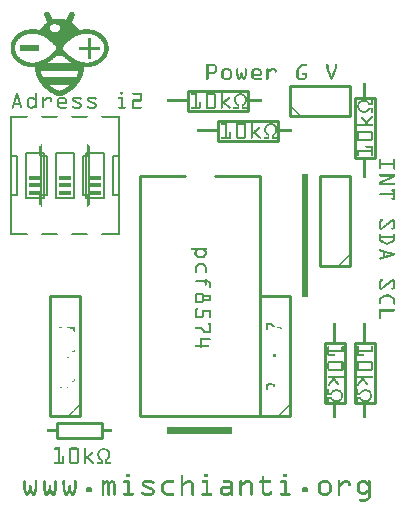
<source format=gto>
G04 MADE WITH FRITZING*
G04 WWW.FRITZING.ORG*
G04 DOUBLE SIDED*
G04 HOLES PLATED*
G04 CONTOUR ON CENTER OF CONTOUR VECTOR*
%ASAXBY*%
%FSLAX23Y23*%
%MOIN*%
%OFA0B0*%
%SFA1.0B1.0*%
%ADD10R,0.040000X0.015000*%
%ADD11C,0.010000*%
%ADD12C,0.008000*%
%ADD13R,0.001000X0.001000*%
%LNSILK1*%
G90*
G70*
G54D10*
X218Y1160D03*
X218Y1135D03*
X218Y1110D03*
X118Y1160D03*
X118Y1135D03*
X118Y1110D03*
X318Y1160D03*
X318Y1135D03*
X318Y1110D03*
X218Y1160D03*
X218Y1135D03*
X218Y1110D03*
G54D11*
X468Y1167D02*
X468Y367D01*
D02*
X468Y367D02*
X868Y367D01*
D02*
X868Y367D02*
X868Y1167D01*
D02*
X468Y1167D02*
X618Y1167D01*
D02*
X718Y1167D02*
X868Y1167D01*
D02*
X1168Y867D02*
X1168Y1167D01*
D02*
X1168Y1167D02*
X1068Y1167D01*
D02*
X1068Y1167D02*
X1068Y867D01*
D02*
X1068Y867D02*
X1168Y867D01*
D02*
X968Y367D02*
X968Y767D01*
D02*
X968Y767D02*
X868Y767D01*
D02*
X868Y767D02*
X868Y367D01*
D02*
X868Y367D02*
X968Y367D01*
D02*
X268Y367D02*
X268Y767D01*
D02*
X268Y767D02*
X168Y767D01*
D02*
X168Y767D02*
X168Y367D01*
D02*
X168Y367D02*
X268Y367D01*
D02*
X1185Y1227D02*
X1185Y1427D01*
D02*
X1185Y1427D02*
X1251Y1427D01*
D02*
X1251Y1427D02*
X1251Y1227D01*
D02*
X1251Y1227D02*
X1185Y1227D01*
D02*
X1251Y608D02*
X1251Y408D01*
D02*
X1251Y408D02*
X1185Y408D01*
D02*
X1185Y408D02*
X1185Y608D01*
D02*
X1185Y608D02*
X1251Y608D01*
D02*
X1151Y608D02*
X1151Y408D01*
D02*
X1151Y408D02*
X1085Y408D01*
D02*
X1085Y408D02*
X1085Y608D01*
D02*
X1085Y608D02*
X1151Y608D01*
G54D12*
D02*
X38Y1362D02*
X38Y1232D01*
D02*
X38Y1102D02*
X58Y1102D01*
D02*
X58Y1102D02*
X58Y1232D01*
D02*
X58Y1232D02*
X38Y1232D01*
D02*
X38Y1102D02*
X38Y972D01*
D02*
X38Y1232D02*
X38Y1102D01*
D02*
X298Y1232D02*
X278Y1232D01*
D02*
X278Y1232D02*
X278Y1102D01*
D02*
X278Y1102D02*
X298Y1102D01*
D02*
X298Y1102D02*
X298Y1232D01*
D02*
X188Y1242D02*
X188Y1092D01*
D02*
X188Y1242D02*
X248Y1242D01*
D02*
X248Y1092D02*
X248Y1242D01*
D02*
X248Y1092D02*
X188Y1092D01*
D02*
X88Y1242D02*
X88Y1092D01*
D02*
X88Y1242D02*
X148Y1242D01*
D02*
X148Y1092D02*
X148Y1242D01*
D02*
X148Y1092D02*
X88Y1092D01*
D02*
X138Y1102D02*
X158Y1102D01*
D02*
X158Y1102D02*
X158Y1232D01*
D02*
X158Y1232D02*
X138Y1232D01*
D02*
X138Y1232D02*
X138Y1102D01*
D02*
X398Y972D02*
X398Y1102D01*
D02*
X398Y1232D02*
X378Y1232D01*
D02*
X378Y1232D02*
X378Y1102D01*
D02*
X378Y1102D02*
X398Y1102D01*
D02*
X398Y1232D02*
X398Y1362D01*
D02*
X398Y1102D02*
X398Y1232D01*
D02*
X288Y1242D02*
X288Y1092D01*
D02*
X288Y1242D02*
X348Y1242D01*
D02*
X348Y1092D02*
X348Y1242D01*
D02*
X348Y1092D02*
X288Y1092D01*
D02*
X188Y1242D02*
X188Y1092D01*
D02*
X188Y1242D02*
X248Y1242D01*
D02*
X248Y1092D02*
X248Y1242D01*
D02*
X248Y1092D02*
X188Y1092D01*
G54D11*
D02*
X627Y1450D02*
X827Y1450D01*
D02*
X827Y1450D02*
X827Y1384D01*
D02*
X827Y1384D02*
X627Y1384D01*
D02*
X627Y1384D02*
X627Y1450D01*
D02*
X727Y1350D02*
X927Y1350D01*
D02*
X927Y1350D02*
X927Y1284D01*
D02*
X927Y1284D02*
X727Y1284D01*
D02*
X727Y1284D02*
X727Y1350D01*
D02*
X192Y342D02*
X342Y342D01*
D02*
X342Y342D02*
X342Y292D01*
D02*
X342Y292D02*
X192Y292D01*
D02*
X192Y292D02*
X192Y342D01*
D02*
X968Y1367D02*
X1168Y1367D01*
D02*
X1168Y1367D02*
X1168Y1467D01*
D02*
X1168Y1467D02*
X968Y1467D01*
D02*
X968Y1467D02*
X968Y1367D01*
G54D13*
X156Y1713D02*
X162Y1713D01*
X237Y1713D02*
X244Y1713D01*
X154Y1712D02*
X164Y1712D01*
X236Y1712D02*
X246Y1712D01*
X152Y1711D02*
X165Y1711D01*
X235Y1711D02*
X247Y1711D01*
X151Y1710D02*
X166Y1710D01*
X234Y1710D02*
X248Y1710D01*
X151Y1709D02*
X167Y1709D01*
X233Y1709D02*
X249Y1709D01*
X150Y1708D02*
X167Y1708D01*
X232Y1708D02*
X249Y1708D01*
X150Y1707D02*
X168Y1707D01*
X232Y1707D02*
X250Y1707D01*
X150Y1706D02*
X168Y1706D01*
X231Y1706D02*
X250Y1706D01*
X150Y1705D02*
X169Y1705D01*
X231Y1705D02*
X250Y1705D01*
X150Y1704D02*
X169Y1704D01*
X230Y1704D02*
X250Y1704D01*
X150Y1703D02*
X170Y1703D01*
X230Y1703D02*
X250Y1703D01*
X150Y1702D02*
X170Y1702D01*
X229Y1702D02*
X250Y1702D01*
X150Y1701D02*
X171Y1701D01*
X229Y1701D02*
X250Y1701D01*
X150Y1700D02*
X171Y1700D01*
X228Y1700D02*
X249Y1700D01*
X151Y1699D02*
X172Y1699D01*
X228Y1699D02*
X249Y1699D01*
X151Y1698D02*
X172Y1698D01*
X228Y1698D02*
X249Y1698D01*
X151Y1697D02*
X172Y1697D01*
X227Y1697D02*
X248Y1697D01*
X152Y1696D02*
X173Y1696D01*
X227Y1696D02*
X248Y1696D01*
X152Y1695D02*
X173Y1695D01*
X226Y1695D02*
X248Y1695D01*
X153Y1694D02*
X174Y1694D01*
X226Y1694D02*
X247Y1694D01*
X153Y1693D02*
X174Y1693D01*
X225Y1693D02*
X247Y1693D01*
X153Y1692D02*
X175Y1692D01*
X225Y1692D02*
X246Y1692D01*
X154Y1691D02*
X175Y1691D01*
X224Y1691D02*
X246Y1691D01*
X154Y1690D02*
X176Y1690D01*
X224Y1690D02*
X246Y1690D01*
X154Y1689D02*
X177Y1689D01*
X193Y1689D02*
X210Y1689D01*
X223Y1689D02*
X245Y1689D01*
X155Y1688D02*
X218Y1688D01*
X222Y1688D02*
X245Y1688D01*
X155Y1687D02*
X244Y1687D01*
X156Y1686D02*
X244Y1686D01*
X156Y1685D02*
X243Y1685D01*
X157Y1684D02*
X243Y1684D01*
X157Y1683D02*
X243Y1683D01*
X157Y1682D02*
X242Y1682D01*
X158Y1681D02*
X242Y1681D01*
X158Y1680D02*
X241Y1680D01*
X158Y1679D02*
X241Y1679D01*
X158Y1678D02*
X242Y1678D01*
X157Y1677D02*
X243Y1677D01*
X156Y1676D02*
X244Y1676D01*
X155Y1675D02*
X245Y1675D01*
X153Y1674D02*
X246Y1674D01*
X152Y1673D02*
X247Y1673D01*
X151Y1672D02*
X248Y1672D01*
X150Y1671D02*
X179Y1671D01*
X190Y1671D02*
X249Y1671D01*
X149Y1670D02*
X176Y1670D01*
X194Y1670D02*
X250Y1670D01*
X148Y1669D02*
X174Y1669D01*
X196Y1669D02*
X251Y1669D01*
X147Y1668D02*
X172Y1668D01*
X197Y1668D02*
X252Y1668D01*
X146Y1667D02*
X171Y1667D01*
X199Y1667D02*
X253Y1667D01*
X145Y1666D02*
X170Y1666D01*
X200Y1666D02*
X254Y1666D01*
X144Y1665D02*
X169Y1665D01*
X201Y1665D02*
X255Y1665D01*
X143Y1664D02*
X168Y1664D01*
X202Y1664D02*
X256Y1664D01*
X143Y1663D02*
X167Y1663D01*
X202Y1663D02*
X257Y1663D01*
X142Y1662D02*
X167Y1662D01*
X203Y1662D02*
X258Y1662D01*
X141Y1661D02*
X167Y1661D01*
X203Y1661D02*
X259Y1661D01*
X140Y1660D02*
X166Y1660D01*
X203Y1660D02*
X259Y1660D01*
X140Y1659D02*
X166Y1659D01*
X203Y1659D02*
X260Y1659D01*
X139Y1658D02*
X166Y1658D01*
X203Y1658D02*
X261Y1658D01*
X138Y1657D02*
X166Y1657D01*
X203Y1657D02*
X261Y1657D01*
X137Y1656D02*
X167Y1656D01*
X203Y1656D02*
X262Y1656D01*
X98Y1655D02*
X123Y1655D01*
X136Y1655D02*
X167Y1655D01*
X203Y1655D02*
X263Y1655D01*
X277Y1655D02*
X302Y1655D01*
X91Y1654D02*
X130Y1654D01*
X135Y1654D02*
X167Y1654D01*
X202Y1654D02*
X264Y1654D01*
X270Y1654D02*
X309Y1654D01*
X88Y1653D02*
X168Y1653D01*
X202Y1653D02*
X312Y1653D01*
X84Y1652D02*
X169Y1652D01*
X201Y1652D02*
X315Y1652D01*
X82Y1651D02*
X170Y1651D01*
X200Y1651D02*
X318Y1651D01*
X79Y1650D02*
X171Y1650D01*
X199Y1650D02*
X321Y1650D01*
X77Y1649D02*
X172Y1649D01*
X197Y1649D02*
X323Y1649D01*
X75Y1648D02*
X174Y1648D01*
X195Y1648D02*
X325Y1648D01*
X73Y1647D02*
X176Y1647D01*
X193Y1647D02*
X327Y1647D01*
X71Y1646D02*
X179Y1646D01*
X190Y1646D02*
X329Y1646D01*
X69Y1645D02*
X331Y1645D01*
X67Y1644D02*
X332Y1644D01*
X66Y1643D02*
X334Y1643D01*
X64Y1642D02*
X335Y1642D01*
X63Y1641D02*
X337Y1641D01*
X61Y1640D02*
X101Y1640D01*
X117Y1640D02*
X280Y1640D01*
X300Y1640D02*
X338Y1640D01*
X60Y1639D02*
X94Y1639D01*
X124Y1639D02*
X274Y1639D01*
X305Y1639D02*
X339Y1639D01*
X59Y1638D02*
X90Y1638D01*
X128Y1638D02*
X271Y1638D01*
X309Y1638D02*
X341Y1638D01*
X58Y1637D02*
X87Y1637D01*
X132Y1637D02*
X267Y1637D01*
X312Y1637D02*
X342Y1637D01*
X57Y1636D02*
X84Y1636D01*
X135Y1636D02*
X264Y1636D01*
X315Y1636D02*
X343Y1636D01*
X56Y1635D02*
X82Y1635D01*
X138Y1635D02*
X261Y1635D01*
X317Y1635D02*
X344Y1635D01*
X55Y1634D02*
X79Y1634D01*
X141Y1634D02*
X259Y1634D01*
X320Y1634D02*
X345Y1634D01*
X54Y1633D02*
X78Y1633D01*
X143Y1633D02*
X257Y1633D01*
X322Y1633D02*
X346Y1633D01*
X53Y1632D02*
X76Y1632D01*
X145Y1632D02*
X254Y1632D01*
X323Y1632D02*
X347Y1632D01*
X52Y1631D02*
X74Y1631D01*
X147Y1631D02*
X252Y1631D01*
X325Y1631D02*
X348Y1631D01*
X51Y1630D02*
X73Y1630D01*
X149Y1630D02*
X251Y1630D01*
X327Y1630D02*
X349Y1630D01*
X50Y1629D02*
X71Y1629D01*
X151Y1629D02*
X249Y1629D01*
X328Y1629D02*
X350Y1629D01*
X49Y1628D02*
X70Y1628D01*
X153Y1628D02*
X247Y1628D01*
X330Y1628D02*
X350Y1628D01*
X49Y1627D02*
X69Y1627D01*
X154Y1627D02*
X245Y1627D01*
X295Y1627D02*
X304Y1627D01*
X331Y1627D02*
X351Y1627D01*
X48Y1626D02*
X67Y1626D01*
X156Y1626D02*
X243Y1626D01*
X295Y1626D02*
X304Y1626D01*
X332Y1626D02*
X352Y1626D01*
X47Y1625D02*
X66Y1625D01*
X157Y1625D02*
X242Y1625D01*
X295Y1625D02*
X304Y1625D01*
X333Y1625D02*
X353Y1625D01*
X46Y1624D02*
X65Y1624D01*
X159Y1624D02*
X240Y1624D01*
X295Y1624D02*
X304Y1624D01*
X334Y1624D02*
X353Y1624D01*
X46Y1623D02*
X64Y1623D01*
X160Y1623D02*
X239Y1623D01*
X295Y1623D02*
X304Y1623D01*
X335Y1623D02*
X354Y1623D01*
X45Y1622D02*
X63Y1622D01*
X161Y1622D02*
X238Y1622D01*
X295Y1622D02*
X304Y1622D01*
X336Y1622D02*
X354Y1622D01*
X45Y1621D02*
X62Y1621D01*
X163Y1621D02*
X236Y1621D01*
X295Y1621D02*
X304Y1621D01*
X337Y1621D02*
X355Y1621D01*
X44Y1620D02*
X61Y1620D01*
X164Y1620D02*
X235Y1620D01*
X295Y1620D02*
X304Y1620D01*
X338Y1620D02*
X356Y1620D01*
X43Y1619D02*
X60Y1619D01*
X165Y1619D02*
X234Y1619D01*
X295Y1619D02*
X304Y1619D01*
X339Y1619D02*
X356Y1619D01*
X43Y1618D02*
X60Y1618D01*
X166Y1618D02*
X233Y1618D01*
X295Y1618D02*
X304Y1618D01*
X340Y1618D02*
X357Y1618D01*
X42Y1617D02*
X59Y1617D01*
X167Y1617D02*
X232Y1617D01*
X295Y1617D02*
X304Y1617D01*
X341Y1617D02*
X357Y1617D01*
X42Y1616D02*
X58Y1616D01*
X169Y1616D02*
X231Y1616D01*
X295Y1616D02*
X304Y1616D01*
X341Y1616D02*
X358Y1616D01*
X41Y1615D02*
X57Y1615D01*
X170Y1615D02*
X229Y1615D01*
X295Y1615D02*
X304Y1615D01*
X342Y1615D02*
X358Y1615D01*
X41Y1614D02*
X57Y1614D01*
X171Y1614D02*
X228Y1614D01*
X295Y1614D02*
X304Y1614D01*
X343Y1614D02*
X359Y1614D01*
X40Y1613D02*
X56Y1613D01*
X172Y1613D02*
X227Y1613D01*
X295Y1613D02*
X304Y1613D01*
X343Y1613D02*
X359Y1613D01*
X40Y1612D02*
X56Y1612D01*
X173Y1612D02*
X226Y1612D01*
X295Y1612D02*
X304Y1612D01*
X344Y1612D02*
X359Y1612D01*
X40Y1611D02*
X55Y1611D01*
X174Y1611D02*
X225Y1611D01*
X295Y1611D02*
X304Y1611D01*
X344Y1611D02*
X360Y1611D01*
X39Y1610D02*
X55Y1610D01*
X175Y1610D02*
X224Y1610D01*
X295Y1610D02*
X304Y1610D01*
X345Y1610D02*
X360Y1610D01*
X39Y1609D02*
X54Y1609D01*
X176Y1609D02*
X223Y1609D01*
X295Y1609D02*
X304Y1609D01*
X345Y1609D02*
X360Y1609D01*
X39Y1608D02*
X54Y1608D01*
X177Y1608D02*
X222Y1608D01*
X295Y1608D02*
X304Y1608D01*
X346Y1608D02*
X361Y1608D01*
X38Y1607D02*
X53Y1607D01*
X178Y1607D02*
X221Y1607D01*
X295Y1607D02*
X304Y1607D01*
X346Y1607D02*
X361Y1607D01*
X38Y1606D02*
X53Y1606D01*
X179Y1606D02*
X220Y1606D01*
X295Y1606D02*
X304Y1606D01*
X346Y1606D02*
X361Y1606D01*
X38Y1605D02*
X53Y1605D01*
X180Y1605D02*
X219Y1605D01*
X295Y1605D02*
X304Y1605D01*
X347Y1605D02*
X362Y1605D01*
X38Y1604D02*
X52Y1604D01*
X181Y1604D02*
X218Y1604D01*
X295Y1604D02*
X304Y1604D01*
X347Y1604D02*
X362Y1604D01*
X38Y1603D02*
X52Y1603D01*
X182Y1603D02*
X217Y1603D01*
X295Y1603D02*
X304Y1603D01*
X347Y1603D02*
X362Y1603D01*
X38Y1602D02*
X52Y1602D01*
X69Y1602D02*
X132Y1602D01*
X183Y1602D02*
X216Y1602D01*
X295Y1602D02*
X304Y1602D01*
X347Y1602D02*
X362Y1602D01*
X38Y1601D02*
X52Y1601D01*
X69Y1601D02*
X132Y1601D01*
X184Y1601D02*
X215Y1601D01*
X295Y1601D02*
X304Y1601D01*
X348Y1601D02*
X362Y1601D01*
X38Y1600D02*
X52Y1600D01*
X69Y1600D02*
X132Y1600D01*
X185Y1600D02*
X215Y1600D01*
X295Y1600D02*
X304Y1600D01*
X348Y1600D02*
X363Y1600D01*
X38Y1599D02*
X52Y1599D01*
X69Y1599D02*
X132Y1599D01*
X186Y1599D02*
X214Y1599D01*
X295Y1599D02*
X304Y1599D01*
X348Y1599D02*
X363Y1599D01*
X37Y1598D02*
X52Y1598D01*
X69Y1598D02*
X132Y1598D01*
X187Y1598D02*
X213Y1598D01*
X295Y1598D02*
X304Y1598D01*
X348Y1598D02*
X363Y1598D01*
X37Y1597D02*
X51Y1597D01*
X69Y1597D02*
X132Y1597D01*
X188Y1597D02*
X212Y1597D01*
X294Y1597D02*
X305Y1597D01*
X348Y1597D02*
X363Y1597D01*
X37Y1596D02*
X51Y1596D01*
X69Y1596D02*
X132Y1596D01*
X188Y1596D02*
X211Y1596D01*
X264Y1596D02*
X335Y1596D01*
X348Y1596D02*
X363Y1596D01*
X37Y1595D02*
X51Y1595D01*
X69Y1595D02*
X132Y1595D01*
X189Y1595D02*
X210Y1595D01*
X264Y1595D02*
X335Y1595D01*
X348Y1595D02*
X363Y1595D01*
X37Y1594D02*
X51Y1594D01*
X69Y1594D02*
X132Y1594D01*
X190Y1594D02*
X210Y1594D01*
X264Y1594D02*
X335Y1594D01*
X348Y1594D02*
X363Y1594D01*
X37Y1593D02*
X51Y1593D01*
X69Y1593D02*
X132Y1593D01*
X190Y1593D02*
X210Y1593D01*
X264Y1593D02*
X335Y1593D01*
X348Y1593D02*
X363Y1593D01*
X37Y1592D02*
X51Y1592D01*
X69Y1592D02*
X132Y1592D01*
X190Y1592D02*
X210Y1592D01*
X264Y1592D02*
X335Y1592D01*
X348Y1592D02*
X363Y1592D01*
X37Y1591D02*
X51Y1591D01*
X69Y1591D02*
X132Y1591D01*
X189Y1591D02*
X210Y1591D01*
X264Y1591D02*
X335Y1591D01*
X348Y1591D02*
X363Y1591D01*
X37Y1590D02*
X51Y1590D01*
X69Y1590D02*
X132Y1590D01*
X188Y1590D02*
X211Y1590D01*
X264Y1590D02*
X335Y1590D01*
X348Y1590D02*
X363Y1590D01*
X37Y1589D02*
X51Y1589D01*
X69Y1589D02*
X132Y1589D01*
X188Y1589D02*
X211Y1589D01*
X264Y1589D02*
X335Y1589D01*
X348Y1589D02*
X363Y1589D01*
X37Y1588D02*
X51Y1588D01*
X69Y1588D02*
X132Y1588D01*
X187Y1588D02*
X212Y1588D01*
X264Y1588D02*
X335Y1588D01*
X348Y1588D02*
X363Y1588D01*
X37Y1587D02*
X52Y1587D01*
X69Y1587D02*
X132Y1587D01*
X186Y1587D02*
X213Y1587D01*
X295Y1587D02*
X304Y1587D01*
X348Y1587D02*
X363Y1587D01*
X38Y1586D02*
X52Y1586D01*
X69Y1586D02*
X132Y1586D01*
X186Y1586D02*
X213Y1586D01*
X295Y1586D02*
X304Y1586D01*
X348Y1586D02*
X363Y1586D01*
X38Y1585D02*
X52Y1585D01*
X69Y1585D02*
X132Y1585D01*
X185Y1585D02*
X214Y1585D01*
X295Y1585D02*
X304Y1585D01*
X348Y1585D02*
X363Y1585D01*
X38Y1584D02*
X52Y1584D01*
X69Y1584D02*
X132Y1584D01*
X184Y1584D02*
X215Y1584D01*
X295Y1584D02*
X304Y1584D01*
X347Y1584D02*
X362Y1584D01*
X38Y1583D02*
X52Y1583D01*
X183Y1583D02*
X216Y1583D01*
X295Y1583D02*
X304Y1583D01*
X347Y1583D02*
X362Y1583D01*
X38Y1582D02*
X52Y1582D01*
X182Y1582D02*
X217Y1582D01*
X295Y1582D02*
X304Y1582D01*
X347Y1582D02*
X362Y1582D01*
X38Y1581D02*
X53Y1581D01*
X181Y1581D02*
X218Y1581D01*
X295Y1581D02*
X304Y1581D01*
X347Y1581D02*
X362Y1581D01*
X38Y1580D02*
X53Y1580D01*
X180Y1580D02*
X219Y1580D01*
X295Y1580D02*
X304Y1580D01*
X346Y1580D02*
X362Y1580D01*
X38Y1579D02*
X53Y1579D01*
X179Y1579D02*
X220Y1579D01*
X295Y1579D02*
X304Y1579D01*
X346Y1579D02*
X361Y1579D01*
X38Y1578D02*
X54Y1578D01*
X178Y1578D02*
X221Y1578D01*
X295Y1578D02*
X304Y1578D01*
X346Y1578D02*
X361Y1578D01*
X38Y1577D02*
X54Y1577D01*
X177Y1577D02*
X222Y1577D01*
X295Y1577D02*
X304Y1577D01*
X345Y1577D02*
X361Y1577D01*
X39Y1576D02*
X54Y1576D01*
X176Y1576D02*
X223Y1576D01*
X295Y1576D02*
X304Y1576D01*
X345Y1576D02*
X361Y1576D01*
X39Y1575D02*
X55Y1575D01*
X175Y1575D02*
X224Y1575D01*
X295Y1575D02*
X304Y1575D01*
X345Y1575D02*
X360Y1575D01*
X39Y1574D02*
X55Y1574D01*
X174Y1574D02*
X225Y1574D01*
X295Y1574D02*
X304Y1574D01*
X344Y1574D02*
X360Y1574D01*
X40Y1573D02*
X56Y1573D01*
X173Y1573D02*
X226Y1573D01*
X295Y1573D02*
X304Y1573D01*
X344Y1573D02*
X359Y1573D01*
X40Y1572D02*
X56Y1572D01*
X172Y1572D02*
X227Y1572D01*
X295Y1572D02*
X304Y1572D01*
X343Y1572D02*
X359Y1572D01*
X41Y1571D02*
X57Y1571D01*
X171Y1571D02*
X228Y1571D01*
X295Y1571D02*
X304Y1571D01*
X342Y1571D02*
X359Y1571D01*
X41Y1570D02*
X58Y1570D01*
X170Y1570D02*
X230Y1570D01*
X295Y1570D02*
X304Y1570D01*
X342Y1570D02*
X358Y1570D01*
X42Y1569D02*
X58Y1569D01*
X169Y1569D02*
X231Y1569D01*
X295Y1569D02*
X304Y1569D01*
X341Y1569D02*
X358Y1569D01*
X42Y1568D02*
X59Y1568D01*
X168Y1568D02*
X232Y1568D01*
X295Y1568D02*
X304Y1568D01*
X341Y1568D02*
X357Y1568D01*
X43Y1567D02*
X60Y1567D01*
X167Y1567D02*
X190Y1567D01*
X210Y1567D02*
X233Y1567D01*
X295Y1567D02*
X304Y1567D01*
X340Y1567D02*
X357Y1567D01*
X43Y1566D02*
X61Y1566D01*
X166Y1566D02*
X189Y1566D01*
X211Y1566D02*
X235Y1566D01*
X295Y1566D02*
X304Y1566D01*
X339Y1566D02*
X356Y1566D01*
X44Y1565D02*
X62Y1565D01*
X165Y1565D02*
X187Y1565D01*
X212Y1565D02*
X236Y1565D01*
X295Y1565D02*
X304Y1565D01*
X338Y1565D02*
X356Y1565D01*
X44Y1564D02*
X63Y1564D01*
X163Y1564D02*
X186Y1564D01*
X214Y1564D02*
X237Y1564D01*
X295Y1564D02*
X304Y1564D01*
X337Y1564D02*
X355Y1564D01*
X45Y1563D02*
X64Y1563D01*
X162Y1563D02*
X185Y1563D01*
X215Y1563D02*
X238Y1563D01*
X295Y1563D02*
X304Y1563D01*
X337Y1563D02*
X355Y1563D01*
X46Y1562D02*
X65Y1562D01*
X161Y1562D02*
X184Y1562D01*
X216Y1562D02*
X240Y1562D01*
X295Y1562D02*
X304Y1562D01*
X336Y1562D02*
X354Y1562D01*
X46Y1561D02*
X66Y1561D01*
X159Y1561D02*
X183Y1561D01*
X217Y1561D02*
X241Y1561D01*
X295Y1561D02*
X304Y1561D01*
X335Y1561D02*
X353Y1561D01*
X47Y1560D02*
X67Y1560D01*
X158Y1560D02*
X182Y1560D01*
X218Y1560D02*
X243Y1560D01*
X295Y1560D02*
X304Y1560D01*
X334Y1560D02*
X353Y1560D01*
X48Y1559D02*
X68Y1559D01*
X156Y1559D02*
X180Y1559D01*
X219Y1559D02*
X244Y1559D01*
X295Y1559D02*
X304Y1559D01*
X332Y1559D02*
X352Y1559D01*
X48Y1558D02*
X69Y1558D01*
X154Y1558D02*
X179Y1558D01*
X220Y1558D02*
X246Y1558D01*
X295Y1558D02*
X304Y1558D01*
X331Y1558D02*
X351Y1558D01*
X49Y1557D02*
X71Y1557D01*
X153Y1557D02*
X178Y1557D01*
X222Y1557D02*
X247Y1557D01*
X295Y1557D02*
X304Y1557D01*
X330Y1557D02*
X350Y1557D01*
X50Y1556D02*
X72Y1556D01*
X151Y1556D02*
X177Y1556D01*
X223Y1556D02*
X249Y1556D01*
X328Y1556D02*
X349Y1556D01*
X51Y1555D02*
X73Y1555D01*
X149Y1555D02*
X176Y1555D01*
X224Y1555D02*
X250Y1555D01*
X327Y1555D02*
X349Y1555D01*
X52Y1554D02*
X75Y1554D01*
X147Y1554D02*
X174Y1554D01*
X225Y1554D02*
X252Y1554D01*
X325Y1554D02*
X348Y1554D01*
X53Y1553D02*
X76Y1553D01*
X145Y1553D02*
X173Y1553D01*
X226Y1553D02*
X254Y1553D01*
X324Y1553D02*
X347Y1553D01*
X53Y1552D02*
X78Y1552D01*
X143Y1552D02*
X172Y1552D01*
X228Y1552D02*
X256Y1552D01*
X322Y1552D02*
X346Y1552D01*
X54Y1551D02*
X80Y1551D01*
X140Y1551D02*
X171Y1551D01*
X229Y1551D02*
X258Y1551D01*
X320Y1551D02*
X345Y1551D01*
X55Y1550D02*
X82Y1550D01*
X138Y1550D02*
X169Y1550D01*
X230Y1550D02*
X261Y1550D01*
X318Y1550D02*
X344Y1550D01*
X57Y1549D02*
X85Y1549D01*
X135Y1549D02*
X168Y1549D01*
X232Y1549D02*
X264Y1549D01*
X315Y1549D02*
X343Y1549D01*
X58Y1548D02*
X87Y1548D01*
X132Y1548D02*
X167Y1548D01*
X233Y1548D02*
X267Y1548D01*
X312Y1548D02*
X342Y1548D01*
X59Y1547D02*
X91Y1547D01*
X128Y1547D02*
X165Y1547D01*
X234Y1547D02*
X271Y1547D01*
X309Y1547D02*
X341Y1547D01*
X60Y1546D02*
X95Y1546D01*
X124Y1546D02*
X164Y1546D01*
X236Y1546D02*
X276Y1546D01*
X305Y1546D02*
X339Y1546D01*
X61Y1545D02*
X101Y1545D01*
X117Y1545D02*
X162Y1545D01*
X237Y1545D02*
X283Y1545D01*
X299Y1545D02*
X338Y1545D01*
X63Y1544D02*
X161Y1544D01*
X239Y1544D02*
X337Y1544D01*
X64Y1543D02*
X335Y1543D01*
X66Y1542D02*
X334Y1542D01*
X67Y1541D02*
X332Y1541D01*
X69Y1540D02*
X331Y1540D01*
X690Y1540D02*
X716Y1540D01*
X1007Y1540D02*
X1021Y1540D01*
X1092Y1540D02*
X1094Y1540D01*
X1119Y1540D02*
X1121Y1540D01*
X71Y1539D02*
X329Y1539D01*
X690Y1539D02*
X718Y1539D01*
X1005Y1539D02*
X1022Y1539D01*
X1090Y1539D02*
X1095Y1539D01*
X1118Y1539D02*
X1122Y1539D01*
X72Y1538D02*
X327Y1538D01*
X690Y1538D02*
X719Y1538D01*
X1004Y1538D02*
X1023Y1538D01*
X1090Y1538D02*
X1095Y1538D01*
X1117Y1538D02*
X1123Y1538D01*
X75Y1537D02*
X325Y1537D01*
X690Y1537D02*
X720Y1537D01*
X1003Y1537D02*
X1023Y1537D01*
X1090Y1537D02*
X1096Y1537D01*
X1117Y1537D02*
X1123Y1537D01*
X77Y1536D02*
X323Y1536D01*
X690Y1536D02*
X721Y1536D01*
X1002Y1536D02*
X1023Y1536D01*
X1090Y1536D02*
X1096Y1536D01*
X1117Y1536D02*
X1123Y1536D01*
X79Y1535D02*
X320Y1535D01*
X690Y1535D02*
X722Y1535D01*
X1001Y1535D02*
X1023Y1535D01*
X1090Y1535D02*
X1096Y1535D01*
X1117Y1535D02*
X1123Y1535D01*
X82Y1534D02*
X318Y1534D01*
X690Y1534D02*
X722Y1534D01*
X1000Y1534D02*
X1022Y1534D01*
X1090Y1534D02*
X1096Y1534D01*
X1117Y1534D02*
X1123Y1534D01*
X85Y1533D02*
X315Y1533D01*
X690Y1533D02*
X696Y1533D01*
X715Y1533D02*
X723Y1533D01*
X999Y1533D02*
X1008Y1533D01*
X1090Y1533D02*
X1096Y1533D01*
X1117Y1533D02*
X1123Y1533D01*
X88Y1532D02*
X311Y1532D01*
X690Y1532D02*
X696Y1532D01*
X716Y1532D02*
X723Y1532D01*
X999Y1532D02*
X1007Y1532D01*
X1090Y1532D02*
X1096Y1532D01*
X1117Y1532D02*
X1123Y1532D01*
X92Y1531D02*
X307Y1531D01*
X690Y1531D02*
X696Y1531D01*
X717Y1531D02*
X723Y1531D01*
X998Y1531D02*
X1006Y1531D01*
X1090Y1531D02*
X1096Y1531D01*
X1117Y1531D02*
X1123Y1531D01*
X98Y1530D02*
X301Y1530D01*
X690Y1530D02*
X696Y1530D01*
X717Y1530D02*
X723Y1530D01*
X997Y1530D02*
X1005Y1530D01*
X1090Y1530D02*
X1096Y1530D01*
X1117Y1530D02*
X1123Y1530D01*
X117Y1529D02*
X283Y1529D01*
X690Y1529D02*
X696Y1529D01*
X717Y1529D02*
X723Y1529D01*
X996Y1529D02*
X1004Y1529D01*
X1090Y1529D02*
X1096Y1529D01*
X1117Y1529D02*
X1123Y1529D01*
X118Y1528D02*
X282Y1528D01*
X690Y1528D02*
X696Y1528D01*
X717Y1528D02*
X723Y1528D01*
X996Y1528D02*
X1003Y1528D01*
X1090Y1528D02*
X1096Y1528D01*
X1117Y1528D02*
X1123Y1528D01*
X118Y1527D02*
X282Y1527D01*
X690Y1527D02*
X696Y1527D01*
X717Y1527D02*
X723Y1527D01*
X995Y1527D02*
X1003Y1527D01*
X1090Y1527D02*
X1096Y1527D01*
X1117Y1527D02*
X1123Y1527D01*
X118Y1526D02*
X282Y1526D01*
X690Y1526D02*
X696Y1526D01*
X717Y1526D02*
X723Y1526D01*
X994Y1526D02*
X1002Y1526D01*
X1090Y1526D02*
X1096Y1526D01*
X1117Y1526D02*
X1123Y1526D01*
X118Y1525D02*
X282Y1525D01*
X690Y1525D02*
X696Y1525D01*
X717Y1525D02*
X723Y1525D01*
X749Y1525D02*
X764Y1525D01*
X791Y1525D02*
X793Y1525D01*
X820Y1525D02*
X822Y1525D01*
X849Y1525D02*
X864Y1525D01*
X891Y1525D02*
X894Y1525D01*
X905Y1525D02*
X917Y1525D01*
X993Y1525D02*
X1001Y1525D01*
X1090Y1525D02*
X1096Y1525D01*
X1117Y1525D02*
X1123Y1525D01*
X119Y1524D02*
X281Y1524D01*
X690Y1524D02*
X696Y1524D01*
X717Y1524D02*
X723Y1524D01*
X747Y1524D02*
X766Y1524D01*
X790Y1524D02*
X794Y1524D01*
X819Y1524D02*
X823Y1524D01*
X847Y1524D02*
X866Y1524D01*
X890Y1524D02*
X895Y1524D01*
X904Y1524D02*
X918Y1524D01*
X993Y1524D02*
X1000Y1524D01*
X1090Y1524D02*
X1096Y1524D01*
X1117Y1524D02*
X1123Y1524D01*
X119Y1523D02*
X281Y1523D01*
X690Y1523D02*
X696Y1523D01*
X717Y1523D02*
X723Y1523D01*
X746Y1523D02*
X767Y1523D01*
X789Y1523D02*
X795Y1523D01*
X818Y1523D02*
X824Y1523D01*
X846Y1523D02*
X867Y1523D01*
X890Y1523D02*
X896Y1523D01*
X903Y1523D02*
X920Y1523D01*
X992Y1523D02*
X1000Y1523D01*
X1090Y1523D02*
X1097Y1523D01*
X1116Y1523D02*
X1123Y1523D01*
X119Y1522D02*
X281Y1522D01*
X690Y1522D02*
X696Y1522D01*
X717Y1522D02*
X723Y1522D01*
X745Y1522D02*
X769Y1522D01*
X789Y1522D02*
X795Y1522D01*
X818Y1522D02*
X824Y1522D01*
X845Y1522D02*
X869Y1522D01*
X890Y1522D02*
X896Y1522D01*
X901Y1522D02*
X921Y1522D01*
X991Y1522D02*
X999Y1522D01*
X1091Y1522D02*
X1097Y1522D01*
X1116Y1522D02*
X1122Y1522D01*
X119Y1521D02*
X281Y1521D01*
X690Y1521D02*
X696Y1521D01*
X717Y1521D02*
X723Y1521D01*
X743Y1521D02*
X770Y1521D01*
X789Y1521D02*
X795Y1521D01*
X818Y1521D02*
X824Y1521D01*
X843Y1521D02*
X870Y1521D01*
X890Y1521D02*
X896Y1521D01*
X900Y1521D02*
X922Y1521D01*
X991Y1521D02*
X998Y1521D01*
X1091Y1521D02*
X1098Y1521D01*
X1115Y1521D02*
X1122Y1521D01*
X119Y1520D02*
X281Y1520D01*
X690Y1520D02*
X696Y1520D01*
X717Y1520D02*
X723Y1520D01*
X742Y1520D02*
X771Y1520D01*
X789Y1520D02*
X795Y1520D01*
X818Y1520D02*
X824Y1520D01*
X842Y1520D02*
X871Y1520D01*
X890Y1520D02*
X896Y1520D01*
X899Y1520D02*
X922Y1520D01*
X990Y1520D02*
X997Y1520D01*
X1091Y1520D02*
X1098Y1520D01*
X1115Y1520D02*
X1122Y1520D01*
X119Y1519D02*
X281Y1519D01*
X690Y1519D02*
X696Y1519D01*
X717Y1519D02*
X723Y1519D01*
X742Y1519D02*
X771Y1519D01*
X789Y1519D02*
X795Y1519D01*
X818Y1519D02*
X824Y1519D01*
X842Y1519D02*
X871Y1519D01*
X890Y1519D02*
X896Y1519D01*
X898Y1519D02*
X923Y1519D01*
X990Y1519D02*
X997Y1519D01*
X1092Y1519D02*
X1098Y1519D01*
X1115Y1519D02*
X1121Y1519D01*
X119Y1518D02*
X280Y1518D01*
X690Y1518D02*
X696Y1518D01*
X717Y1518D02*
X723Y1518D01*
X741Y1518D02*
X750Y1518D01*
X763Y1518D02*
X772Y1518D01*
X789Y1518D02*
X795Y1518D01*
X818Y1518D02*
X824Y1518D01*
X841Y1518D02*
X850Y1518D01*
X863Y1518D02*
X872Y1518D01*
X890Y1518D02*
X907Y1518D01*
X916Y1518D02*
X923Y1518D01*
X990Y1518D02*
X996Y1518D01*
X1092Y1518D02*
X1099Y1518D01*
X1114Y1518D02*
X1121Y1518D01*
X119Y1517D02*
X280Y1517D01*
X690Y1517D02*
X696Y1517D01*
X717Y1517D02*
X723Y1517D01*
X741Y1517D02*
X748Y1517D01*
X765Y1517D02*
X773Y1517D01*
X789Y1517D02*
X795Y1517D01*
X818Y1517D02*
X824Y1517D01*
X841Y1517D02*
X848Y1517D01*
X865Y1517D02*
X873Y1517D01*
X890Y1517D02*
X905Y1517D01*
X917Y1517D02*
X923Y1517D01*
X990Y1517D02*
X996Y1517D01*
X1093Y1517D02*
X1099Y1517D01*
X1114Y1517D02*
X1120Y1517D01*
X120Y1516D02*
X137Y1516D01*
X262Y1516D02*
X280Y1516D01*
X690Y1516D02*
X696Y1516D01*
X717Y1516D02*
X723Y1516D01*
X740Y1516D02*
X747Y1516D01*
X766Y1516D02*
X773Y1516D01*
X789Y1516D02*
X795Y1516D01*
X818Y1516D02*
X824Y1516D01*
X840Y1516D02*
X847Y1516D01*
X866Y1516D02*
X873Y1516D01*
X890Y1516D02*
X904Y1516D01*
X917Y1516D02*
X923Y1516D01*
X990Y1516D02*
X996Y1516D01*
X1093Y1516D02*
X1100Y1516D01*
X1113Y1516D02*
X1120Y1516D01*
X120Y1515D02*
X137Y1515D01*
X262Y1515D02*
X280Y1515D01*
X690Y1515D02*
X696Y1515D01*
X716Y1515D02*
X723Y1515D01*
X740Y1515D02*
X746Y1515D01*
X767Y1515D02*
X773Y1515D01*
X789Y1515D02*
X795Y1515D01*
X818Y1515D02*
X824Y1515D01*
X840Y1515D02*
X846Y1515D01*
X867Y1515D02*
X873Y1515D01*
X890Y1515D02*
X903Y1515D01*
X917Y1515D02*
X923Y1515D01*
X990Y1515D02*
X996Y1515D01*
X1093Y1515D02*
X1100Y1515D01*
X1113Y1515D02*
X1120Y1515D01*
X120Y1514D02*
X137Y1514D01*
X262Y1514D02*
X280Y1514D01*
X690Y1514D02*
X696Y1514D01*
X714Y1514D02*
X723Y1514D01*
X740Y1514D02*
X746Y1514D01*
X767Y1514D02*
X773Y1514D01*
X789Y1514D02*
X795Y1514D01*
X818Y1514D02*
X824Y1514D01*
X840Y1514D02*
X846Y1514D01*
X867Y1514D02*
X873Y1514D01*
X890Y1514D02*
X902Y1514D01*
X917Y1514D02*
X923Y1514D01*
X990Y1514D02*
X996Y1514D01*
X1094Y1514D02*
X1100Y1514D01*
X1113Y1514D02*
X1119Y1514D01*
X120Y1513D02*
X138Y1513D01*
X262Y1513D02*
X279Y1513D01*
X690Y1513D02*
X722Y1513D01*
X740Y1513D02*
X746Y1513D01*
X767Y1513D02*
X773Y1513D01*
X789Y1513D02*
X795Y1513D01*
X805Y1513D02*
X808Y1513D01*
X818Y1513D02*
X824Y1513D01*
X840Y1513D02*
X846Y1513D01*
X867Y1513D02*
X873Y1513D01*
X890Y1513D02*
X901Y1513D01*
X917Y1513D02*
X923Y1513D01*
X990Y1513D02*
X996Y1513D01*
X1094Y1513D02*
X1101Y1513D01*
X1112Y1513D02*
X1119Y1513D01*
X120Y1512D02*
X138Y1512D01*
X262Y1512D02*
X279Y1512D01*
X690Y1512D02*
X722Y1512D01*
X740Y1512D02*
X746Y1512D01*
X767Y1512D02*
X773Y1512D01*
X789Y1512D02*
X795Y1512D01*
X804Y1512D02*
X809Y1512D01*
X818Y1512D02*
X824Y1512D01*
X840Y1512D02*
X846Y1512D01*
X867Y1512D02*
X873Y1512D01*
X890Y1512D02*
X900Y1512D01*
X918Y1512D02*
X923Y1512D01*
X990Y1512D02*
X996Y1512D01*
X1094Y1512D02*
X1101Y1512D01*
X1112Y1512D02*
X1118Y1512D01*
X121Y1511D02*
X138Y1511D01*
X261Y1511D02*
X279Y1511D01*
X690Y1511D02*
X721Y1511D01*
X740Y1511D02*
X746Y1511D01*
X767Y1511D02*
X773Y1511D01*
X789Y1511D02*
X795Y1511D01*
X804Y1511D02*
X809Y1511D01*
X818Y1511D02*
X824Y1511D01*
X840Y1511D02*
X846Y1511D01*
X867Y1511D02*
X873Y1511D01*
X890Y1511D02*
X898Y1511D01*
X918Y1511D02*
X922Y1511D01*
X990Y1511D02*
X996Y1511D01*
X1095Y1511D02*
X1101Y1511D01*
X1111Y1511D02*
X1118Y1511D01*
X121Y1510D02*
X138Y1510D01*
X261Y1510D02*
X279Y1510D01*
X690Y1510D02*
X720Y1510D01*
X740Y1510D02*
X746Y1510D01*
X767Y1510D02*
X773Y1510D01*
X789Y1510D02*
X795Y1510D01*
X803Y1510D02*
X810Y1510D01*
X818Y1510D02*
X824Y1510D01*
X840Y1510D02*
X846Y1510D01*
X867Y1510D02*
X873Y1510D01*
X890Y1510D02*
X897Y1510D01*
X920Y1510D02*
X921Y1510D01*
X990Y1510D02*
X996Y1510D01*
X1008Y1510D02*
X1023Y1510D01*
X1095Y1510D02*
X1102Y1510D01*
X1111Y1510D02*
X1118Y1510D01*
X121Y1509D02*
X139Y1509D01*
X261Y1509D02*
X278Y1509D01*
X690Y1509D02*
X719Y1509D01*
X740Y1509D02*
X746Y1509D01*
X767Y1509D02*
X773Y1509D01*
X789Y1509D02*
X795Y1509D01*
X803Y1509D02*
X810Y1509D01*
X818Y1509D02*
X824Y1509D01*
X840Y1509D02*
X846Y1509D01*
X867Y1509D02*
X873Y1509D01*
X890Y1509D02*
X896Y1509D01*
X990Y1509D02*
X996Y1509D01*
X1007Y1509D02*
X1023Y1509D01*
X1096Y1509D02*
X1102Y1509D01*
X1111Y1509D02*
X1117Y1509D01*
X121Y1508D02*
X139Y1508D01*
X261Y1508D02*
X278Y1508D01*
X690Y1508D02*
X717Y1508D01*
X740Y1508D02*
X746Y1508D01*
X767Y1508D02*
X773Y1508D01*
X789Y1508D02*
X795Y1508D01*
X803Y1508D02*
X810Y1508D01*
X818Y1508D02*
X824Y1508D01*
X840Y1508D02*
X846Y1508D01*
X867Y1508D02*
X873Y1508D01*
X890Y1508D02*
X896Y1508D01*
X990Y1508D02*
X996Y1508D01*
X1007Y1508D02*
X1023Y1508D01*
X1096Y1508D02*
X1103Y1508D01*
X1110Y1508D02*
X1117Y1508D01*
X122Y1507D02*
X139Y1507D01*
X260Y1507D02*
X278Y1507D01*
X690Y1507D02*
X714Y1507D01*
X740Y1507D02*
X746Y1507D01*
X767Y1507D02*
X773Y1507D01*
X789Y1507D02*
X796Y1507D01*
X803Y1507D02*
X810Y1507D01*
X817Y1507D02*
X823Y1507D01*
X840Y1507D02*
X873Y1507D01*
X890Y1507D02*
X896Y1507D01*
X990Y1507D02*
X996Y1507D01*
X1007Y1507D02*
X1023Y1507D01*
X1096Y1507D02*
X1103Y1507D01*
X1110Y1507D02*
X1116Y1507D01*
X122Y1506D02*
X140Y1506D01*
X260Y1506D02*
X278Y1506D01*
X690Y1506D02*
X696Y1506D01*
X740Y1506D02*
X746Y1506D01*
X767Y1506D02*
X773Y1506D01*
X790Y1506D02*
X796Y1506D01*
X803Y1506D02*
X810Y1506D01*
X817Y1506D02*
X823Y1506D01*
X840Y1506D02*
X873Y1506D01*
X890Y1506D02*
X896Y1506D01*
X990Y1506D02*
X996Y1506D01*
X1007Y1506D02*
X1023Y1506D01*
X1097Y1506D02*
X1103Y1506D01*
X1110Y1506D02*
X1116Y1506D01*
X122Y1505D02*
X140Y1505D01*
X260Y1505D02*
X277Y1505D01*
X690Y1505D02*
X696Y1505D01*
X740Y1505D02*
X746Y1505D01*
X767Y1505D02*
X773Y1505D01*
X790Y1505D02*
X796Y1505D01*
X803Y1505D02*
X810Y1505D01*
X817Y1505D02*
X823Y1505D01*
X840Y1505D02*
X873Y1505D01*
X890Y1505D02*
X896Y1505D01*
X990Y1505D02*
X996Y1505D01*
X1008Y1505D02*
X1023Y1505D01*
X1097Y1505D02*
X1104Y1505D01*
X1109Y1505D02*
X1116Y1505D01*
X122Y1504D02*
X140Y1504D01*
X259Y1504D02*
X277Y1504D01*
X690Y1504D02*
X696Y1504D01*
X740Y1504D02*
X746Y1504D01*
X767Y1504D02*
X773Y1504D01*
X790Y1504D02*
X796Y1504D01*
X803Y1504D02*
X810Y1504D01*
X817Y1504D02*
X823Y1504D01*
X840Y1504D02*
X873Y1504D01*
X890Y1504D02*
X896Y1504D01*
X990Y1504D02*
X996Y1504D01*
X1010Y1504D02*
X1023Y1504D01*
X1098Y1504D02*
X1104Y1504D01*
X1109Y1504D02*
X1115Y1504D01*
X123Y1503D02*
X141Y1503D01*
X259Y1503D02*
X277Y1503D01*
X690Y1503D02*
X696Y1503D01*
X740Y1503D02*
X746Y1503D01*
X767Y1503D02*
X773Y1503D01*
X790Y1503D02*
X796Y1503D01*
X803Y1503D02*
X810Y1503D01*
X817Y1503D02*
X823Y1503D01*
X840Y1503D02*
X873Y1503D01*
X890Y1503D02*
X896Y1503D01*
X990Y1503D02*
X996Y1503D01*
X1017Y1503D02*
X1023Y1503D01*
X1098Y1503D02*
X1105Y1503D01*
X1108Y1503D02*
X1115Y1503D01*
X123Y1502D02*
X141Y1502D01*
X258Y1502D02*
X276Y1502D01*
X690Y1502D02*
X696Y1502D01*
X740Y1502D02*
X746Y1502D01*
X767Y1502D02*
X773Y1502D01*
X790Y1502D02*
X796Y1502D01*
X803Y1502D02*
X810Y1502D01*
X817Y1502D02*
X823Y1502D01*
X840Y1502D02*
X872Y1502D01*
X890Y1502D02*
X896Y1502D01*
X990Y1502D02*
X996Y1502D01*
X1017Y1502D02*
X1023Y1502D01*
X1098Y1502D02*
X1105Y1502D01*
X1108Y1502D02*
X1115Y1502D01*
X123Y1501D02*
X142Y1501D01*
X258Y1501D02*
X276Y1501D01*
X690Y1501D02*
X696Y1501D01*
X740Y1501D02*
X746Y1501D01*
X767Y1501D02*
X773Y1501D01*
X790Y1501D02*
X796Y1501D01*
X803Y1501D02*
X810Y1501D01*
X817Y1501D02*
X823Y1501D01*
X840Y1501D02*
X870Y1501D01*
X890Y1501D02*
X896Y1501D01*
X990Y1501D02*
X996Y1501D01*
X1017Y1501D02*
X1023Y1501D01*
X1099Y1501D02*
X1105Y1501D01*
X1108Y1501D02*
X1114Y1501D01*
X124Y1500D02*
X142Y1500D01*
X258Y1500D02*
X276Y1500D01*
X690Y1500D02*
X696Y1500D01*
X740Y1500D02*
X746Y1500D01*
X767Y1500D02*
X773Y1500D01*
X790Y1500D02*
X796Y1500D01*
X802Y1500D02*
X811Y1500D01*
X817Y1500D02*
X823Y1500D01*
X840Y1500D02*
X846Y1500D01*
X890Y1500D02*
X896Y1500D01*
X990Y1500D02*
X996Y1500D01*
X1017Y1500D02*
X1023Y1500D01*
X1099Y1500D02*
X1114Y1500D01*
X124Y1499D02*
X142Y1499D01*
X257Y1499D02*
X275Y1499D01*
X690Y1499D02*
X696Y1499D01*
X740Y1499D02*
X746Y1499D01*
X767Y1499D02*
X773Y1499D01*
X790Y1499D02*
X797Y1499D01*
X801Y1499D02*
X812Y1499D01*
X816Y1499D02*
X823Y1499D01*
X840Y1499D02*
X846Y1499D01*
X890Y1499D02*
X896Y1499D01*
X990Y1499D02*
X996Y1499D01*
X1017Y1499D02*
X1023Y1499D01*
X1100Y1499D02*
X1113Y1499D01*
X125Y1498D02*
X143Y1498D01*
X257Y1498D02*
X275Y1498D01*
X690Y1498D02*
X696Y1498D01*
X740Y1498D02*
X746Y1498D01*
X767Y1498D02*
X773Y1498D01*
X791Y1498D02*
X797Y1498D01*
X801Y1498D02*
X812Y1498D01*
X816Y1498D02*
X822Y1498D01*
X840Y1498D02*
X846Y1498D01*
X890Y1498D02*
X896Y1498D01*
X990Y1498D02*
X996Y1498D01*
X1017Y1498D02*
X1023Y1498D01*
X1100Y1498D02*
X1113Y1498D01*
X125Y1497D02*
X143Y1497D01*
X256Y1497D02*
X274Y1497D01*
X690Y1497D02*
X696Y1497D01*
X740Y1497D02*
X746Y1497D01*
X767Y1497D02*
X773Y1497D01*
X791Y1497D02*
X797Y1497D01*
X800Y1497D02*
X813Y1497D01*
X816Y1497D02*
X822Y1497D01*
X840Y1497D02*
X846Y1497D01*
X890Y1497D02*
X896Y1497D01*
X990Y1497D02*
X996Y1497D01*
X1017Y1497D02*
X1023Y1497D01*
X1100Y1497D02*
X1113Y1497D01*
X125Y1496D02*
X274Y1496D01*
X690Y1496D02*
X696Y1496D01*
X740Y1496D02*
X747Y1496D01*
X766Y1496D02*
X773Y1496D01*
X791Y1496D02*
X797Y1496D01*
X800Y1496D02*
X813Y1496D01*
X816Y1496D02*
X822Y1496D01*
X840Y1496D02*
X847Y1496D01*
X890Y1496D02*
X896Y1496D01*
X990Y1496D02*
X996Y1496D01*
X1017Y1496D02*
X1023Y1496D01*
X1101Y1496D02*
X1112Y1496D01*
X126Y1495D02*
X274Y1495D01*
X690Y1495D02*
X696Y1495D01*
X740Y1495D02*
X748Y1495D01*
X765Y1495D02*
X773Y1495D01*
X792Y1495D02*
X822Y1495D01*
X840Y1495D02*
X848Y1495D01*
X890Y1495D02*
X896Y1495D01*
X990Y1495D02*
X996Y1495D01*
X1017Y1495D02*
X1023Y1495D01*
X1101Y1495D02*
X1112Y1495D01*
X126Y1494D02*
X273Y1494D01*
X690Y1494D02*
X696Y1494D01*
X741Y1494D02*
X750Y1494D01*
X763Y1494D02*
X772Y1494D01*
X792Y1494D02*
X821Y1494D01*
X841Y1494D02*
X850Y1494D01*
X890Y1494D02*
X896Y1494D01*
X990Y1494D02*
X997Y1494D01*
X1016Y1494D02*
X1023Y1494D01*
X1101Y1494D02*
X1111Y1494D01*
X127Y1493D02*
X273Y1493D01*
X690Y1493D02*
X696Y1493D01*
X741Y1493D02*
X771Y1493D01*
X792Y1493D02*
X805Y1493D01*
X808Y1493D02*
X821Y1493D01*
X841Y1493D02*
X871Y1493D01*
X890Y1493D02*
X896Y1493D01*
X990Y1493D02*
X1023Y1493D01*
X1102Y1493D02*
X1111Y1493D01*
X127Y1492D02*
X272Y1492D01*
X690Y1492D02*
X696Y1492D01*
X742Y1492D02*
X771Y1492D01*
X792Y1492D02*
X805Y1492D01*
X809Y1492D02*
X821Y1492D01*
X842Y1492D02*
X872Y1492D01*
X890Y1492D02*
X896Y1492D01*
X991Y1492D02*
X1022Y1492D01*
X1102Y1492D02*
X1111Y1492D01*
X128Y1491D02*
X272Y1491D01*
X690Y1491D02*
X696Y1491D01*
X743Y1491D02*
X770Y1491D01*
X793Y1491D02*
X804Y1491D01*
X809Y1491D02*
X820Y1491D01*
X843Y1491D02*
X873Y1491D01*
X890Y1491D02*
X896Y1491D01*
X991Y1491D02*
X1021Y1491D01*
X1103Y1491D02*
X1110Y1491D01*
X128Y1490D02*
X271Y1490D01*
X690Y1490D02*
X696Y1490D01*
X744Y1490D02*
X769Y1490D01*
X793Y1490D02*
X803Y1490D01*
X810Y1490D02*
X820Y1490D01*
X844Y1490D02*
X873Y1490D01*
X890Y1490D02*
X896Y1490D01*
X992Y1490D02*
X1021Y1490D01*
X1103Y1490D02*
X1110Y1490D01*
X129Y1489D02*
X271Y1489D01*
X690Y1489D02*
X696Y1489D01*
X746Y1489D02*
X767Y1489D01*
X793Y1489D02*
X803Y1489D01*
X810Y1489D02*
X820Y1489D01*
X845Y1489D02*
X873Y1489D01*
X890Y1489D02*
X896Y1489D01*
X993Y1489D02*
X1020Y1489D01*
X1103Y1489D02*
X1109Y1489D01*
X129Y1488D02*
X270Y1488D01*
X690Y1488D02*
X695Y1488D01*
X747Y1488D02*
X766Y1488D01*
X794Y1488D02*
X802Y1488D01*
X811Y1488D02*
X819Y1488D01*
X847Y1488D02*
X873Y1488D01*
X890Y1488D02*
X895Y1488D01*
X994Y1488D02*
X1018Y1488D01*
X1104Y1488D02*
X1109Y1488D01*
X130Y1487D02*
X270Y1487D01*
X691Y1487D02*
X694Y1487D01*
X749Y1487D02*
X764Y1487D01*
X795Y1487D02*
X801Y1487D01*
X812Y1487D02*
X818Y1487D01*
X849Y1487D02*
X872Y1487D01*
X891Y1487D02*
X894Y1487D01*
X996Y1487D02*
X1017Y1487D01*
X1105Y1487D02*
X1108Y1487D01*
X130Y1486D02*
X269Y1486D01*
X131Y1485D02*
X269Y1485D01*
X131Y1484D02*
X268Y1484D01*
X132Y1483D02*
X267Y1483D01*
X133Y1482D02*
X267Y1482D01*
X133Y1481D02*
X266Y1481D01*
X134Y1480D02*
X266Y1480D01*
X135Y1479D02*
X265Y1479D01*
X135Y1478D02*
X264Y1478D01*
X136Y1477D02*
X263Y1477D01*
X137Y1476D02*
X263Y1476D01*
X138Y1475D02*
X262Y1475D01*
X1212Y1475D02*
X1221Y1475D01*
X138Y1474D02*
X261Y1474D01*
X1212Y1474D02*
X1221Y1474D01*
X139Y1473D02*
X261Y1473D01*
X1212Y1473D02*
X1221Y1473D01*
X140Y1472D02*
X260Y1472D01*
X1212Y1472D02*
X1221Y1472D01*
X141Y1471D02*
X259Y1471D01*
X1212Y1471D02*
X1221Y1471D01*
X141Y1470D02*
X258Y1470D01*
X1212Y1470D02*
X1221Y1470D01*
X142Y1469D02*
X167Y1469D01*
X223Y1469D02*
X257Y1469D01*
X1212Y1469D02*
X1221Y1469D01*
X143Y1468D02*
X168Y1468D01*
X232Y1468D02*
X256Y1468D01*
X1212Y1468D02*
X1221Y1468D01*
X144Y1467D02*
X169Y1467D01*
X231Y1467D02*
X255Y1467D01*
X1212Y1467D02*
X1221Y1467D01*
X145Y1466D02*
X170Y1466D01*
X230Y1466D02*
X255Y1466D01*
X1212Y1466D02*
X1221Y1466D01*
X146Y1465D02*
X172Y1465D01*
X228Y1465D02*
X254Y1465D01*
X1212Y1465D02*
X1221Y1465D01*
X147Y1464D02*
X173Y1464D01*
X227Y1464D02*
X253Y1464D01*
X1212Y1464D02*
X1221Y1464D01*
X148Y1463D02*
X174Y1463D01*
X225Y1463D02*
X252Y1463D01*
X1212Y1463D02*
X1221Y1463D01*
X149Y1462D02*
X176Y1462D01*
X224Y1462D02*
X251Y1462D01*
X1212Y1462D02*
X1221Y1462D01*
X150Y1461D02*
X177Y1461D01*
X222Y1461D02*
X250Y1461D01*
X1212Y1461D02*
X1221Y1461D01*
X151Y1460D02*
X179Y1460D01*
X221Y1460D02*
X249Y1460D01*
X1212Y1460D02*
X1221Y1460D01*
X152Y1459D02*
X181Y1459D01*
X219Y1459D02*
X247Y1459D01*
X1212Y1459D02*
X1221Y1459D01*
X153Y1458D02*
X182Y1458D01*
X218Y1458D02*
X246Y1458D01*
X1212Y1458D02*
X1221Y1458D01*
X154Y1457D02*
X184Y1457D01*
X216Y1457D02*
X245Y1457D01*
X1212Y1457D02*
X1221Y1457D01*
X155Y1456D02*
X186Y1456D01*
X214Y1456D02*
X244Y1456D01*
X1212Y1456D02*
X1221Y1456D01*
X157Y1455D02*
X188Y1455D01*
X212Y1455D02*
X243Y1455D01*
X1212Y1455D02*
X1221Y1455D01*
X158Y1454D02*
X190Y1454D01*
X210Y1454D02*
X242Y1454D01*
X1212Y1454D02*
X1221Y1454D01*
X159Y1453D02*
X192Y1453D01*
X208Y1453D02*
X240Y1453D01*
X1212Y1453D02*
X1221Y1453D01*
X160Y1452D02*
X194Y1452D01*
X206Y1452D02*
X239Y1452D01*
X1212Y1452D02*
X1221Y1452D01*
X162Y1451D02*
X197Y1451D01*
X203Y1451D02*
X238Y1451D01*
X1212Y1451D02*
X1221Y1451D01*
X163Y1450D02*
X236Y1450D01*
X1212Y1450D02*
X1221Y1450D01*
X164Y1449D02*
X235Y1449D01*
X1212Y1449D02*
X1221Y1449D01*
X166Y1448D02*
X234Y1448D01*
X1212Y1448D02*
X1221Y1448D01*
X167Y1447D02*
X232Y1447D01*
X403Y1447D02*
X409Y1447D01*
X1212Y1447D02*
X1221Y1447D01*
X169Y1446D02*
X231Y1446D01*
X402Y1446D02*
X410Y1446D01*
X1212Y1446D02*
X1221Y1446D01*
X170Y1445D02*
X229Y1445D01*
X401Y1445D02*
X411Y1445D01*
X1212Y1445D02*
X1221Y1445D01*
X56Y1444D02*
X60Y1444D01*
X120Y1444D02*
X123Y1444D01*
X172Y1444D02*
X228Y1444D01*
X401Y1444D02*
X411Y1444D01*
X442Y1444D02*
X471Y1444D01*
X640Y1444D02*
X656Y1444D01*
X693Y1444D02*
X714Y1444D01*
X740Y1444D02*
X740Y1444D01*
X1212Y1444D02*
X1221Y1444D01*
X55Y1443D02*
X60Y1443D01*
X119Y1443D02*
X124Y1443D01*
X174Y1443D02*
X226Y1443D01*
X401Y1443D02*
X411Y1443D01*
X441Y1443D02*
X472Y1443D01*
X638Y1443D02*
X657Y1443D01*
X690Y1443D02*
X717Y1443D01*
X738Y1443D02*
X742Y1443D01*
X1212Y1443D02*
X1221Y1443D01*
X55Y1442D02*
X61Y1442D01*
X119Y1442D02*
X125Y1442D01*
X175Y1442D02*
X224Y1442D01*
X401Y1442D02*
X411Y1442D01*
X441Y1442D02*
X473Y1442D01*
X637Y1442D02*
X657Y1442D01*
X689Y1442D02*
X718Y1442D01*
X737Y1442D02*
X742Y1442D01*
X1212Y1442D02*
X1221Y1442D01*
X55Y1441D02*
X61Y1441D01*
X119Y1441D02*
X125Y1441D01*
X177Y1441D02*
X223Y1441D01*
X401Y1441D02*
X411Y1441D01*
X441Y1441D02*
X474Y1441D01*
X637Y1441D02*
X657Y1441D01*
X688Y1441D02*
X719Y1441D01*
X737Y1441D02*
X743Y1441D01*
X798Y1441D02*
X808Y1441D01*
X1212Y1441D02*
X1221Y1441D01*
X54Y1440D02*
X61Y1440D01*
X119Y1440D02*
X125Y1440D01*
X179Y1440D02*
X221Y1440D01*
X402Y1440D02*
X410Y1440D01*
X441Y1440D02*
X474Y1440D01*
X637Y1440D02*
X657Y1440D01*
X687Y1440D02*
X720Y1440D01*
X737Y1440D02*
X743Y1440D01*
X795Y1440D02*
X811Y1440D01*
X1212Y1440D02*
X1221Y1440D01*
X54Y1439D02*
X62Y1439D01*
X119Y1439D02*
X125Y1439D01*
X181Y1439D02*
X219Y1439D01*
X402Y1439D02*
X410Y1439D01*
X442Y1439D02*
X474Y1439D01*
X637Y1439D02*
X657Y1439D01*
X687Y1439D02*
X720Y1439D01*
X737Y1439D02*
X743Y1439D01*
X793Y1439D02*
X813Y1439D01*
X1212Y1439D02*
X1221Y1439D01*
X54Y1438D02*
X62Y1438D01*
X119Y1438D02*
X125Y1438D01*
X183Y1438D02*
X217Y1438D01*
X405Y1438D02*
X408Y1438D01*
X444Y1438D02*
X475Y1438D01*
X638Y1438D02*
X657Y1438D01*
X687Y1438D02*
X720Y1438D01*
X737Y1438D02*
X743Y1438D01*
X791Y1438D02*
X815Y1438D01*
X1212Y1438D02*
X1221Y1438D01*
X53Y1437D02*
X62Y1437D01*
X119Y1437D02*
X125Y1437D01*
X185Y1437D02*
X215Y1437D01*
X469Y1437D02*
X475Y1437D01*
X650Y1437D02*
X657Y1437D01*
X687Y1437D02*
X693Y1437D01*
X714Y1437D02*
X720Y1437D01*
X737Y1437D02*
X743Y1437D01*
X789Y1437D02*
X817Y1437D01*
X1212Y1437D02*
X1221Y1437D01*
X53Y1436D02*
X63Y1436D01*
X119Y1436D02*
X125Y1436D01*
X187Y1436D02*
X213Y1436D01*
X469Y1436D02*
X475Y1436D01*
X651Y1436D02*
X657Y1436D01*
X687Y1436D02*
X693Y1436D01*
X714Y1436D02*
X720Y1436D01*
X737Y1436D02*
X743Y1436D01*
X788Y1436D02*
X818Y1436D01*
X1212Y1436D02*
X1221Y1436D01*
X53Y1435D02*
X63Y1435D01*
X119Y1435D02*
X125Y1435D01*
X190Y1435D02*
X211Y1435D01*
X469Y1435D02*
X475Y1435D01*
X651Y1435D02*
X657Y1435D01*
X687Y1435D02*
X693Y1435D01*
X714Y1435D02*
X720Y1435D01*
X737Y1435D02*
X743Y1435D01*
X787Y1435D02*
X798Y1435D01*
X808Y1435D02*
X819Y1435D01*
X1212Y1435D02*
X1221Y1435D01*
X52Y1434D02*
X63Y1434D01*
X119Y1434D02*
X125Y1434D01*
X192Y1434D02*
X208Y1434D01*
X469Y1434D02*
X475Y1434D01*
X651Y1434D02*
X657Y1434D01*
X687Y1434D02*
X693Y1434D01*
X714Y1434D02*
X720Y1434D01*
X737Y1434D02*
X743Y1434D01*
X786Y1434D02*
X795Y1434D01*
X811Y1434D02*
X820Y1434D01*
X1212Y1434D02*
X1221Y1434D01*
X52Y1433D02*
X63Y1433D01*
X119Y1433D02*
X125Y1433D01*
X194Y1433D02*
X205Y1433D01*
X469Y1433D02*
X475Y1433D01*
X651Y1433D02*
X657Y1433D01*
X687Y1433D02*
X693Y1433D01*
X714Y1433D02*
X720Y1433D01*
X737Y1433D02*
X743Y1433D01*
X785Y1433D02*
X793Y1433D01*
X812Y1433D02*
X820Y1433D01*
X1212Y1433D02*
X1221Y1433D01*
X52Y1432D02*
X64Y1432D01*
X119Y1432D02*
X125Y1432D01*
X198Y1432D02*
X202Y1432D01*
X469Y1432D02*
X475Y1432D01*
X651Y1432D02*
X657Y1432D01*
X687Y1432D02*
X693Y1432D01*
X714Y1432D02*
X720Y1432D01*
X737Y1432D02*
X743Y1432D01*
X785Y1432D02*
X792Y1432D01*
X814Y1432D02*
X821Y1432D01*
X1212Y1432D02*
X1221Y1432D01*
X52Y1431D02*
X64Y1431D01*
X119Y1431D02*
X125Y1431D01*
X469Y1431D02*
X475Y1431D01*
X651Y1431D02*
X657Y1431D01*
X687Y1431D02*
X693Y1431D01*
X714Y1431D02*
X720Y1431D01*
X737Y1431D02*
X743Y1431D01*
X784Y1431D02*
X791Y1431D01*
X815Y1431D02*
X822Y1431D01*
X1212Y1431D02*
X1221Y1431D01*
X51Y1430D02*
X64Y1430D01*
X102Y1430D02*
X110Y1430D01*
X119Y1430D02*
X125Y1430D01*
X143Y1430D02*
X145Y1430D01*
X157Y1430D02*
X166Y1430D01*
X202Y1430D02*
X214Y1430D01*
X249Y1430D02*
X267Y1430D01*
X299Y1430D02*
X317Y1430D01*
X397Y1430D02*
X408Y1430D01*
X469Y1430D02*
X475Y1430D01*
X651Y1430D02*
X657Y1430D01*
X687Y1430D02*
X693Y1430D01*
X714Y1430D02*
X720Y1430D01*
X737Y1430D02*
X743Y1430D01*
X784Y1430D02*
X790Y1430D01*
X815Y1430D02*
X822Y1430D01*
X1212Y1430D02*
X1221Y1430D01*
X51Y1429D02*
X65Y1429D01*
X99Y1429D02*
X113Y1429D01*
X119Y1429D02*
X125Y1429D01*
X142Y1429D02*
X146Y1429D01*
X156Y1429D02*
X169Y1429D01*
X199Y1429D02*
X217Y1429D01*
X246Y1429D02*
X270Y1429D01*
X296Y1429D02*
X320Y1429D01*
X395Y1429D02*
X410Y1429D01*
X469Y1429D02*
X475Y1429D01*
X651Y1429D02*
X657Y1429D01*
X687Y1429D02*
X693Y1429D01*
X714Y1429D02*
X720Y1429D01*
X737Y1429D02*
X743Y1429D01*
X763Y1429D02*
X765Y1429D01*
X783Y1429D02*
X790Y1429D01*
X816Y1429D02*
X822Y1429D01*
X1212Y1429D02*
X1221Y1429D01*
X51Y1428D02*
X57Y1428D01*
X59Y1428D02*
X65Y1428D01*
X98Y1428D02*
X115Y1428D01*
X119Y1428D02*
X125Y1428D01*
X141Y1428D02*
X147Y1428D01*
X154Y1428D02*
X171Y1428D01*
X198Y1428D02*
X218Y1428D01*
X245Y1428D02*
X271Y1428D01*
X295Y1428D02*
X321Y1428D01*
X395Y1428D02*
X410Y1428D01*
X469Y1428D02*
X475Y1428D01*
X651Y1428D02*
X657Y1428D01*
X687Y1428D02*
X693Y1428D01*
X714Y1428D02*
X720Y1428D01*
X737Y1428D02*
X743Y1428D01*
X761Y1428D02*
X766Y1428D01*
X783Y1428D02*
X789Y1428D01*
X816Y1428D02*
X823Y1428D01*
X1212Y1428D02*
X1221Y1428D01*
X50Y1427D02*
X57Y1427D01*
X59Y1427D02*
X65Y1427D01*
X96Y1427D02*
X116Y1427D01*
X119Y1427D02*
X125Y1427D01*
X141Y1427D02*
X147Y1427D01*
X153Y1427D02*
X172Y1427D01*
X196Y1427D02*
X219Y1427D01*
X244Y1427D02*
X272Y1427D01*
X294Y1427D02*
X322Y1427D01*
X394Y1427D02*
X411Y1427D01*
X469Y1427D02*
X475Y1427D01*
X651Y1427D02*
X657Y1427D01*
X687Y1427D02*
X693Y1427D01*
X714Y1427D02*
X720Y1427D01*
X737Y1427D02*
X743Y1427D01*
X760Y1427D02*
X767Y1427D01*
X782Y1427D02*
X789Y1427D01*
X817Y1427D02*
X823Y1427D01*
X50Y1426D02*
X56Y1426D01*
X59Y1426D02*
X65Y1426D01*
X95Y1426D02*
X125Y1426D01*
X141Y1426D02*
X147Y1426D01*
X152Y1426D02*
X173Y1426D01*
X195Y1426D02*
X220Y1426D01*
X243Y1426D02*
X273Y1426D01*
X293Y1426D02*
X323Y1426D01*
X395Y1426D02*
X411Y1426D01*
X469Y1426D02*
X475Y1426D01*
X651Y1426D02*
X657Y1426D01*
X687Y1426D02*
X693Y1426D01*
X714Y1426D02*
X720Y1426D01*
X737Y1426D02*
X743Y1426D01*
X759Y1426D02*
X767Y1426D01*
X782Y1426D02*
X788Y1426D01*
X817Y1426D02*
X823Y1426D01*
X50Y1425D02*
X56Y1425D01*
X59Y1425D02*
X66Y1425D01*
X94Y1425D02*
X125Y1425D01*
X141Y1425D02*
X147Y1425D01*
X151Y1425D02*
X173Y1425D01*
X194Y1425D02*
X221Y1425D01*
X243Y1425D02*
X274Y1425D01*
X293Y1425D02*
X324Y1425D01*
X395Y1425D02*
X411Y1425D01*
X469Y1425D02*
X475Y1425D01*
X651Y1425D02*
X657Y1425D01*
X687Y1425D02*
X693Y1425D01*
X714Y1425D02*
X720Y1425D01*
X737Y1425D02*
X743Y1425D01*
X758Y1425D02*
X767Y1425D01*
X782Y1425D02*
X788Y1425D01*
X818Y1425D02*
X824Y1425D01*
X50Y1424D02*
X56Y1424D01*
X60Y1424D02*
X66Y1424D01*
X93Y1424D02*
X125Y1424D01*
X141Y1424D02*
X147Y1424D01*
X150Y1424D02*
X174Y1424D01*
X193Y1424D02*
X222Y1424D01*
X242Y1424D02*
X274Y1424D01*
X292Y1424D02*
X324Y1424D01*
X396Y1424D02*
X411Y1424D01*
X469Y1424D02*
X475Y1424D01*
X651Y1424D02*
X657Y1424D01*
X687Y1424D02*
X693Y1424D01*
X714Y1424D02*
X720Y1424D01*
X737Y1424D02*
X743Y1424D01*
X757Y1424D02*
X766Y1424D01*
X782Y1424D02*
X788Y1424D01*
X818Y1424D02*
X824Y1424D01*
X49Y1423D02*
X56Y1423D01*
X60Y1423D02*
X66Y1423D01*
X93Y1423D02*
X102Y1423D01*
X110Y1423D02*
X125Y1423D01*
X141Y1423D02*
X158Y1423D01*
X166Y1423D02*
X174Y1423D01*
X193Y1423D02*
X202Y1423D01*
X213Y1423D02*
X223Y1423D01*
X242Y1423D02*
X249Y1423D01*
X266Y1423D02*
X274Y1423D01*
X292Y1423D02*
X299Y1423D01*
X316Y1423D02*
X324Y1423D01*
X405Y1423D02*
X411Y1423D01*
X469Y1423D02*
X474Y1423D01*
X651Y1423D02*
X657Y1423D01*
X687Y1423D02*
X693Y1423D01*
X714Y1423D02*
X720Y1423D01*
X737Y1423D02*
X743Y1423D01*
X756Y1423D02*
X765Y1423D01*
X782Y1423D02*
X788Y1423D01*
X818Y1423D02*
X824Y1423D01*
X49Y1422D02*
X55Y1422D01*
X60Y1422D02*
X67Y1422D01*
X92Y1422D02*
X100Y1422D01*
X112Y1422D02*
X125Y1422D01*
X141Y1422D02*
X157Y1422D01*
X168Y1422D02*
X174Y1422D01*
X192Y1422D02*
X200Y1422D01*
X216Y1422D02*
X224Y1422D01*
X242Y1422D02*
X248Y1422D01*
X268Y1422D02*
X273Y1422D01*
X292Y1422D02*
X298Y1422D01*
X318Y1422D02*
X323Y1422D01*
X405Y1422D02*
X411Y1422D01*
X469Y1422D02*
X474Y1422D01*
X560Y1422D02*
X626Y1422D01*
X651Y1422D02*
X657Y1422D01*
X687Y1422D02*
X693Y1422D01*
X714Y1422D02*
X720Y1422D01*
X737Y1422D02*
X743Y1422D01*
X754Y1422D02*
X764Y1422D01*
X782Y1422D02*
X788Y1422D01*
X818Y1422D02*
X824Y1422D01*
X827Y1422D02*
X874Y1422D01*
X49Y1421D02*
X55Y1421D01*
X61Y1421D02*
X67Y1421D01*
X92Y1421D02*
X99Y1421D01*
X113Y1421D02*
X125Y1421D01*
X141Y1421D02*
X156Y1421D01*
X168Y1421D02*
X175Y1421D01*
X192Y1421D02*
X199Y1421D01*
X217Y1421D02*
X224Y1421D01*
X242Y1421D02*
X248Y1421D01*
X269Y1421D02*
X272Y1421D01*
X292Y1421D02*
X298Y1421D01*
X319Y1421D02*
X322Y1421D01*
X405Y1421D02*
X411Y1421D01*
X446Y1421D02*
X474Y1421D01*
X560Y1421D02*
X626Y1421D01*
X651Y1421D02*
X657Y1421D01*
X687Y1421D02*
X693Y1421D01*
X714Y1421D02*
X720Y1421D01*
X737Y1421D02*
X743Y1421D01*
X753Y1421D02*
X763Y1421D01*
X782Y1421D02*
X788Y1421D01*
X818Y1421D02*
X824Y1421D01*
X827Y1421D02*
X874Y1421D01*
X1239Y1421D02*
X1244Y1421D01*
X48Y1420D02*
X55Y1420D01*
X61Y1420D02*
X67Y1420D01*
X91Y1420D02*
X98Y1420D01*
X114Y1420D02*
X125Y1420D01*
X141Y1420D02*
X155Y1420D01*
X169Y1420D02*
X175Y1420D01*
X191Y1420D02*
X198Y1420D01*
X218Y1420D02*
X224Y1420D01*
X242Y1420D02*
X248Y1420D01*
X292Y1420D02*
X298Y1420D01*
X405Y1420D02*
X411Y1420D01*
X444Y1420D02*
X474Y1420D01*
X560Y1420D02*
X626Y1420D01*
X651Y1420D02*
X657Y1420D01*
X687Y1420D02*
X693Y1420D01*
X714Y1420D02*
X720Y1420D01*
X737Y1420D02*
X743Y1420D01*
X752Y1420D02*
X762Y1420D01*
X782Y1420D02*
X788Y1420D01*
X818Y1420D02*
X824Y1420D01*
X827Y1420D02*
X874Y1420D01*
X1209Y1420D02*
X1218Y1420D01*
X1239Y1420D02*
X1244Y1420D01*
X48Y1419D02*
X54Y1419D01*
X61Y1419D02*
X68Y1419D01*
X91Y1419D02*
X97Y1419D01*
X115Y1419D02*
X125Y1419D01*
X141Y1419D02*
X154Y1419D01*
X169Y1419D02*
X175Y1419D01*
X191Y1419D02*
X197Y1419D01*
X218Y1419D02*
X224Y1419D01*
X242Y1419D02*
X250Y1419D01*
X292Y1419D02*
X300Y1419D01*
X405Y1419D02*
X411Y1419D01*
X443Y1419D02*
X474Y1419D01*
X560Y1419D02*
X626Y1419D01*
X651Y1419D02*
X657Y1419D01*
X687Y1419D02*
X693Y1419D01*
X714Y1419D02*
X720Y1419D01*
X737Y1419D02*
X743Y1419D01*
X751Y1419D02*
X761Y1419D01*
X782Y1419D02*
X788Y1419D01*
X818Y1419D02*
X824Y1419D01*
X827Y1419D02*
X874Y1419D01*
X1206Y1419D02*
X1221Y1419D01*
X1239Y1419D02*
X1244Y1419D01*
X48Y1418D02*
X54Y1418D01*
X62Y1418D02*
X68Y1418D01*
X91Y1418D02*
X97Y1418D01*
X117Y1418D02*
X125Y1418D01*
X141Y1418D02*
X153Y1418D01*
X169Y1418D02*
X175Y1418D01*
X191Y1418D02*
X197Y1418D01*
X219Y1418D02*
X225Y1418D01*
X243Y1418D02*
X253Y1418D01*
X293Y1418D02*
X302Y1418D01*
X405Y1418D02*
X411Y1418D01*
X442Y1418D02*
X474Y1418D01*
X560Y1418D02*
X626Y1418D01*
X651Y1418D02*
X657Y1418D01*
X687Y1418D02*
X693Y1418D01*
X714Y1418D02*
X720Y1418D01*
X737Y1418D02*
X743Y1418D01*
X750Y1418D02*
X760Y1418D01*
X782Y1418D02*
X788Y1418D01*
X818Y1418D02*
X824Y1418D01*
X827Y1418D02*
X874Y1418D01*
X1204Y1418D02*
X1224Y1418D01*
X1239Y1418D02*
X1244Y1418D01*
X47Y1417D02*
X54Y1417D01*
X62Y1417D02*
X68Y1417D01*
X91Y1417D02*
X97Y1417D01*
X118Y1417D02*
X125Y1417D01*
X141Y1417D02*
X151Y1417D01*
X169Y1417D02*
X174Y1417D01*
X191Y1417D02*
X197Y1417D01*
X219Y1417D02*
X225Y1417D01*
X243Y1417D02*
X255Y1417D01*
X293Y1417D02*
X305Y1417D01*
X405Y1417D02*
X411Y1417D01*
X442Y1417D02*
X473Y1417D01*
X560Y1417D02*
X626Y1417D01*
X651Y1417D02*
X657Y1417D01*
X687Y1417D02*
X693Y1417D01*
X714Y1417D02*
X720Y1417D01*
X737Y1417D02*
X743Y1417D01*
X749Y1417D02*
X758Y1417D01*
X782Y1417D02*
X788Y1417D01*
X818Y1417D02*
X824Y1417D01*
X827Y1417D02*
X874Y1417D01*
X1202Y1417D02*
X1225Y1417D01*
X1239Y1417D02*
X1244Y1417D01*
X47Y1416D02*
X54Y1416D01*
X62Y1416D02*
X68Y1416D01*
X91Y1416D02*
X97Y1416D01*
X118Y1416D02*
X125Y1416D01*
X141Y1416D02*
X150Y1416D01*
X169Y1416D02*
X174Y1416D01*
X191Y1416D02*
X197Y1416D01*
X219Y1416D02*
X225Y1416D01*
X244Y1416D02*
X257Y1416D01*
X294Y1416D02*
X307Y1416D01*
X405Y1416D02*
X411Y1416D01*
X441Y1416D02*
X472Y1416D01*
X560Y1416D02*
X626Y1416D01*
X651Y1416D02*
X657Y1416D01*
X687Y1416D02*
X693Y1416D01*
X714Y1416D02*
X720Y1416D01*
X737Y1416D02*
X743Y1416D01*
X747Y1416D02*
X757Y1416D01*
X782Y1416D02*
X788Y1416D01*
X818Y1416D02*
X824Y1416D01*
X827Y1416D02*
X874Y1416D01*
X1201Y1416D02*
X1227Y1416D01*
X1239Y1416D02*
X1244Y1416D01*
X47Y1415D02*
X53Y1415D01*
X62Y1415D02*
X69Y1415D01*
X91Y1415D02*
X97Y1415D01*
X119Y1415D02*
X125Y1415D01*
X141Y1415D02*
X149Y1415D01*
X170Y1415D02*
X173Y1415D01*
X191Y1415D02*
X197Y1415D01*
X219Y1415D02*
X225Y1415D01*
X245Y1415D02*
X259Y1415D01*
X295Y1415D02*
X309Y1415D01*
X405Y1415D02*
X411Y1415D01*
X441Y1415D02*
X470Y1415D01*
X560Y1415D02*
X626Y1415D01*
X651Y1415D02*
X657Y1415D01*
X687Y1415D02*
X693Y1415D01*
X714Y1415D02*
X720Y1415D01*
X737Y1415D02*
X743Y1415D01*
X746Y1415D02*
X756Y1415D01*
X782Y1415D02*
X788Y1415D01*
X818Y1415D02*
X823Y1415D01*
X827Y1415D02*
X874Y1415D01*
X1199Y1415D02*
X1228Y1415D01*
X1239Y1415D02*
X1244Y1415D01*
X47Y1414D02*
X53Y1414D01*
X63Y1414D02*
X69Y1414D01*
X91Y1414D02*
X97Y1414D01*
X119Y1414D02*
X125Y1414D01*
X141Y1414D02*
X148Y1414D01*
X191Y1414D02*
X197Y1414D01*
X219Y1414D02*
X225Y1414D01*
X246Y1414D02*
X262Y1414D01*
X296Y1414D02*
X312Y1414D01*
X405Y1414D02*
X411Y1414D01*
X441Y1414D02*
X447Y1414D01*
X560Y1414D02*
X626Y1414D01*
X651Y1414D02*
X657Y1414D01*
X666Y1414D02*
X669Y1414D01*
X687Y1414D02*
X693Y1414D01*
X714Y1414D02*
X720Y1414D01*
X737Y1414D02*
X743Y1414D01*
X745Y1414D02*
X755Y1414D01*
X782Y1414D02*
X788Y1414D01*
X817Y1414D02*
X823Y1414D01*
X827Y1414D02*
X874Y1414D01*
X1198Y1414D02*
X1229Y1414D01*
X1239Y1414D02*
X1244Y1414D01*
X46Y1413D02*
X53Y1413D01*
X63Y1413D02*
X69Y1413D01*
X91Y1413D02*
X97Y1413D01*
X119Y1413D02*
X125Y1413D01*
X141Y1413D02*
X147Y1413D01*
X191Y1413D02*
X197Y1413D01*
X219Y1413D02*
X225Y1413D01*
X247Y1413D02*
X264Y1413D01*
X297Y1413D02*
X314Y1413D01*
X405Y1413D02*
X411Y1413D01*
X441Y1413D02*
X447Y1413D01*
X560Y1413D02*
X626Y1413D01*
X651Y1413D02*
X657Y1413D01*
X665Y1413D02*
X670Y1413D01*
X687Y1413D02*
X693Y1413D01*
X714Y1413D02*
X720Y1413D01*
X737Y1413D02*
X754Y1413D01*
X783Y1413D02*
X789Y1413D01*
X817Y1413D02*
X823Y1413D01*
X827Y1413D02*
X874Y1413D01*
X1198Y1413D02*
X1209Y1413D01*
X1219Y1413D02*
X1230Y1413D01*
X1239Y1413D02*
X1244Y1413D01*
X46Y1412D02*
X52Y1412D01*
X63Y1412D02*
X70Y1412D01*
X91Y1412D02*
X97Y1412D01*
X119Y1412D02*
X125Y1412D01*
X141Y1412D02*
X147Y1412D01*
X191Y1412D02*
X225Y1412D01*
X250Y1412D02*
X266Y1412D01*
X300Y1412D02*
X316Y1412D01*
X405Y1412D02*
X411Y1412D01*
X441Y1412D02*
X447Y1412D01*
X651Y1412D02*
X657Y1412D01*
X665Y1412D02*
X670Y1412D01*
X687Y1412D02*
X693Y1412D01*
X714Y1412D02*
X720Y1412D01*
X737Y1412D02*
X753Y1412D01*
X783Y1412D02*
X789Y1412D01*
X817Y1412D02*
X823Y1412D01*
X1197Y1412D02*
X1206Y1412D01*
X1222Y1412D02*
X1231Y1412D01*
X1239Y1412D02*
X1244Y1412D01*
X46Y1411D02*
X52Y1411D01*
X64Y1411D02*
X70Y1411D01*
X91Y1411D02*
X97Y1411D01*
X119Y1411D02*
X125Y1411D01*
X141Y1411D02*
X147Y1411D01*
X191Y1411D02*
X225Y1411D01*
X252Y1411D02*
X269Y1411D01*
X302Y1411D02*
X319Y1411D01*
X405Y1411D02*
X411Y1411D01*
X441Y1411D02*
X447Y1411D01*
X651Y1411D02*
X657Y1411D01*
X664Y1411D02*
X670Y1411D01*
X687Y1411D02*
X693Y1411D01*
X714Y1411D02*
X720Y1411D01*
X737Y1411D02*
X752Y1411D01*
X784Y1411D02*
X790Y1411D01*
X816Y1411D02*
X822Y1411D01*
X1196Y1411D02*
X1204Y1411D01*
X1224Y1411D02*
X1232Y1411D01*
X1239Y1411D02*
X1244Y1411D01*
X45Y1410D02*
X52Y1410D01*
X64Y1410D02*
X70Y1410D01*
X91Y1410D02*
X97Y1410D01*
X119Y1410D02*
X125Y1410D01*
X141Y1410D02*
X147Y1410D01*
X191Y1410D02*
X225Y1410D01*
X254Y1410D02*
X270Y1410D01*
X304Y1410D02*
X320Y1410D01*
X405Y1410D02*
X411Y1410D01*
X441Y1410D02*
X447Y1410D01*
X651Y1410D02*
X657Y1410D01*
X664Y1410D02*
X670Y1410D01*
X687Y1410D02*
X693Y1410D01*
X714Y1410D02*
X720Y1410D01*
X737Y1410D02*
X753Y1410D01*
X784Y1410D02*
X790Y1410D01*
X815Y1410D02*
X822Y1410D01*
X1196Y1410D02*
X1202Y1410D01*
X1226Y1410D02*
X1233Y1410D01*
X1239Y1410D02*
X1244Y1410D01*
X45Y1409D02*
X70Y1409D01*
X91Y1409D02*
X97Y1409D01*
X119Y1409D02*
X125Y1409D01*
X141Y1409D02*
X147Y1409D01*
X191Y1409D02*
X225Y1409D01*
X257Y1409D02*
X271Y1409D01*
X307Y1409D02*
X321Y1409D01*
X405Y1409D02*
X411Y1409D01*
X441Y1409D02*
X447Y1409D01*
X651Y1409D02*
X657Y1409D01*
X664Y1409D02*
X670Y1409D01*
X687Y1409D02*
X693Y1409D01*
X714Y1409D02*
X720Y1409D01*
X737Y1409D02*
X754Y1409D01*
X785Y1409D02*
X791Y1409D01*
X815Y1409D02*
X821Y1409D01*
X1195Y1409D02*
X1201Y1409D01*
X1227Y1409D02*
X1233Y1409D01*
X1239Y1409D02*
X1244Y1409D01*
X45Y1408D02*
X71Y1408D01*
X91Y1408D02*
X97Y1408D01*
X119Y1408D02*
X125Y1408D01*
X141Y1408D02*
X147Y1408D01*
X191Y1408D02*
X224Y1408D01*
X259Y1408D02*
X272Y1408D01*
X309Y1408D02*
X322Y1408D01*
X405Y1408D02*
X411Y1408D01*
X441Y1408D02*
X447Y1408D01*
X651Y1408D02*
X657Y1408D01*
X664Y1408D02*
X670Y1408D01*
X687Y1408D02*
X693Y1408D01*
X714Y1408D02*
X720Y1408D01*
X737Y1408D02*
X755Y1408D01*
X785Y1408D02*
X792Y1408D01*
X814Y1408D02*
X821Y1408D01*
X1195Y1408D02*
X1201Y1408D01*
X1228Y1408D02*
X1244Y1408D01*
X45Y1407D02*
X71Y1407D01*
X91Y1407D02*
X97Y1407D01*
X119Y1407D02*
X125Y1407D01*
X141Y1407D02*
X147Y1407D01*
X191Y1407D02*
X224Y1407D01*
X261Y1407D02*
X273Y1407D01*
X311Y1407D02*
X323Y1407D01*
X405Y1407D02*
X411Y1407D01*
X441Y1407D02*
X447Y1407D01*
X651Y1407D02*
X657Y1407D01*
X664Y1407D02*
X670Y1407D01*
X687Y1407D02*
X693Y1407D01*
X714Y1407D02*
X720Y1407D01*
X737Y1407D02*
X756Y1407D01*
X786Y1407D02*
X793Y1407D01*
X813Y1407D02*
X820Y1407D01*
X1194Y1407D02*
X1200Y1407D01*
X1229Y1407D02*
X1244Y1407D01*
X44Y1406D02*
X71Y1406D01*
X91Y1406D02*
X97Y1406D01*
X119Y1406D02*
X125Y1406D01*
X141Y1406D02*
X147Y1406D01*
X191Y1406D02*
X223Y1406D01*
X264Y1406D02*
X273Y1406D01*
X314Y1406D02*
X323Y1406D01*
X405Y1406D02*
X411Y1406D01*
X441Y1406D02*
X447Y1406D01*
X651Y1406D02*
X657Y1406D01*
X664Y1406D02*
X670Y1406D01*
X687Y1406D02*
X693Y1406D01*
X714Y1406D02*
X720Y1406D01*
X737Y1406D02*
X745Y1406D01*
X748Y1406D02*
X758Y1406D01*
X787Y1406D02*
X794Y1406D01*
X812Y1406D02*
X819Y1406D01*
X1194Y1406D02*
X1199Y1406D01*
X1229Y1406D02*
X1244Y1406D01*
X44Y1405D02*
X72Y1405D01*
X91Y1405D02*
X97Y1405D01*
X118Y1405D02*
X125Y1405D01*
X141Y1405D02*
X147Y1405D01*
X191Y1405D02*
X197Y1405D01*
X266Y1405D02*
X274Y1405D01*
X316Y1405D02*
X324Y1405D01*
X405Y1405D02*
X411Y1405D01*
X441Y1405D02*
X447Y1405D01*
X651Y1405D02*
X657Y1405D01*
X664Y1405D02*
X670Y1405D01*
X687Y1405D02*
X693Y1405D01*
X714Y1405D02*
X720Y1405D01*
X737Y1405D02*
X744Y1405D01*
X749Y1405D02*
X759Y1405D01*
X788Y1405D02*
X796Y1405D01*
X810Y1405D02*
X818Y1405D01*
X1194Y1405D02*
X1199Y1405D01*
X1230Y1405D02*
X1244Y1405D01*
X44Y1404D02*
X72Y1404D01*
X91Y1404D02*
X97Y1404D01*
X118Y1404D02*
X125Y1404D01*
X141Y1404D02*
X147Y1404D01*
X191Y1404D02*
X197Y1404D01*
X267Y1404D02*
X274Y1404D01*
X317Y1404D02*
X324Y1404D01*
X405Y1404D02*
X411Y1404D01*
X441Y1404D02*
X447Y1404D01*
X651Y1404D02*
X657Y1404D01*
X664Y1404D02*
X670Y1404D01*
X687Y1404D02*
X693Y1404D01*
X714Y1404D02*
X720Y1404D01*
X737Y1404D02*
X743Y1404D01*
X750Y1404D02*
X760Y1404D01*
X789Y1404D02*
X797Y1404D01*
X809Y1404D02*
X817Y1404D01*
X969Y1404D02*
X969Y1404D01*
X1193Y1404D02*
X1199Y1404D01*
X1231Y1404D02*
X1244Y1404D01*
X43Y1403D02*
X72Y1403D01*
X91Y1403D02*
X97Y1403D01*
X116Y1403D02*
X125Y1403D01*
X141Y1403D02*
X147Y1403D01*
X191Y1403D02*
X197Y1403D01*
X268Y1403D02*
X274Y1403D01*
X318Y1403D02*
X324Y1403D01*
X405Y1403D02*
X411Y1403D01*
X441Y1403D02*
X447Y1403D01*
X651Y1403D02*
X657Y1403D01*
X664Y1403D02*
X670Y1403D01*
X687Y1403D02*
X693Y1403D01*
X714Y1403D02*
X720Y1403D01*
X737Y1403D02*
X743Y1403D01*
X751Y1403D02*
X761Y1403D01*
X790Y1403D02*
X798Y1403D01*
X808Y1403D02*
X816Y1403D01*
X968Y1403D02*
X970Y1403D01*
X1193Y1403D02*
X1198Y1403D01*
X1232Y1403D02*
X1243Y1403D01*
X43Y1402D02*
X49Y1402D01*
X66Y1402D02*
X72Y1402D01*
X91Y1402D02*
X97Y1402D01*
X115Y1402D02*
X125Y1402D01*
X141Y1402D02*
X147Y1402D01*
X191Y1402D02*
X197Y1402D01*
X268Y1402D02*
X274Y1402D01*
X318Y1402D02*
X324Y1402D01*
X405Y1402D02*
X411Y1402D01*
X441Y1402D02*
X447Y1402D01*
X651Y1402D02*
X657Y1402D01*
X664Y1402D02*
X670Y1402D01*
X687Y1402D02*
X693Y1402D01*
X714Y1402D02*
X720Y1402D01*
X737Y1402D02*
X743Y1402D01*
X752Y1402D02*
X762Y1402D01*
X791Y1402D02*
X798Y1402D01*
X808Y1402D02*
X815Y1402D01*
X967Y1402D02*
X971Y1402D01*
X1193Y1402D02*
X1198Y1402D01*
X43Y1401D02*
X49Y1401D01*
X67Y1401D02*
X73Y1401D01*
X91Y1401D02*
X98Y1401D01*
X114Y1401D02*
X125Y1401D01*
X141Y1401D02*
X147Y1401D01*
X191Y1401D02*
X198Y1401D01*
X268Y1401D02*
X274Y1401D01*
X318Y1401D02*
X324Y1401D01*
X405Y1401D02*
X411Y1401D01*
X441Y1401D02*
X447Y1401D01*
X651Y1401D02*
X657Y1401D01*
X664Y1401D02*
X670Y1401D01*
X687Y1401D02*
X693Y1401D01*
X714Y1401D02*
X720Y1401D01*
X737Y1401D02*
X743Y1401D01*
X754Y1401D02*
X763Y1401D01*
X792Y1401D02*
X798Y1401D01*
X808Y1401D02*
X814Y1401D01*
X966Y1401D02*
X972Y1401D01*
X1193Y1401D02*
X1198Y1401D01*
X43Y1400D02*
X49Y1400D01*
X67Y1400D02*
X73Y1400D01*
X92Y1400D02*
X99Y1400D01*
X113Y1400D02*
X125Y1400D01*
X141Y1400D02*
X147Y1400D01*
X192Y1400D02*
X199Y1400D01*
X242Y1400D02*
X246Y1400D01*
X268Y1400D02*
X274Y1400D01*
X292Y1400D02*
X296Y1400D01*
X318Y1400D02*
X324Y1400D01*
X405Y1400D02*
X411Y1400D01*
X441Y1400D02*
X447Y1400D01*
X651Y1400D02*
X657Y1400D01*
X664Y1400D02*
X670Y1400D01*
X687Y1400D02*
X693Y1400D01*
X714Y1400D02*
X720Y1400D01*
X737Y1400D02*
X743Y1400D01*
X755Y1400D02*
X765Y1400D01*
X794Y1400D02*
X798Y1400D01*
X808Y1400D02*
X812Y1400D01*
X967Y1400D02*
X973Y1400D01*
X1193Y1400D02*
X1198Y1400D01*
X42Y1399D02*
X49Y1399D01*
X67Y1399D02*
X73Y1399D01*
X92Y1399D02*
X100Y1399D01*
X112Y1399D02*
X125Y1399D01*
X141Y1399D02*
X147Y1399D01*
X192Y1399D02*
X200Y1399D01*
X242Y1399D02*
X247Y1399D01*
X267Y1399D02*
X274Y1399D01*
X292Y1399D02*
X297Y1399D01*
X317Y1399D02*
X324Y1399D01*
X405Y1399D02*
X411Y1399D01*
X441Y1399D02*
X447Y1399D01*
X651Y1399D02*
X657Y1399D01*
X664Y1399D02*
X670Y1399D01*
X687Y1399D02*
X693Y1399D01*
X714Y1399D02*
X720Y1399D01*
X737Y1399D02*
X743Y1399D01*
X756Y1399D02*
X766Y1399D01*
X794Y1399D02*
X798Y1399D01*
X808Y1399D02*
X812Y1399D01*
X968Y1399D02*
X974Y1399D01*
X1193Y1399D02*
X1198Y1399D01*
X42Y1398D02*
X48Y1398D01*
X67Y1398D02*
X74Y1398D01*
X93Y1398D02*
X102Y1398D01*
X110Y1398D02*
X125Y1398D01*
X141Y1398D02*
X147Y1398D01*
X192Y1398D02*
X202Y1398D01*
X241Y1398D02*
X249Y1398D01*
X266Y1398D02*
X274Y1398D01*
X291Y1398D02*
X299Y1398D01*
X316Y1398D02*
X324Y1398D01*
X405Y1398D02*
X411Y1398D01*
X441Y1398D02*
X447Y1398D01*
X651Y1398D02*
X657Y1398D01*
X664Y1398D02*
X670Y1398D01*
X687Y1398D02*
X693Y1398D01*
X714Y1398D02*
X720Y1398D01*
X737Y1398D02*
X743Y1398D01*
X757Y1398D02*
X767Y1398D01*
X794Y1398D02*
X798Y1398D01*
X808Y1398D02*
X812Y1398D01*
X969Y1398D02*
X975Y1398D01*
X1193Y1398D02*
X1198Y1398D01*
X42Y1397D02*
X48Y1397D01*
X68Y1397D02*
X74Y1397D01*
X93Y1397D02*
X125Y1397D01*
X141Y1397D02*
X147Y1397D01*
X193Y1397D02*
X223Y1397D01*
X241Y1397D02*
X274Y1397D01*
X291Y1397D02*
X324Y1397D01*
X396Y1397D02*
X420Y1397D01*
X441Y1397D02*
X473Y1397D01*
X650Y1397D02*
X657Y1397D01*
X664Y1397D02*
X670Y1397D01*
X687Y1397D02*
X693Y1397D01*
X714Y1397D02*
X720Y1397D01*
X737Y1397D02*
X743Y1397D01*
X758Y1397D02*
X768Y1397D01*
X794Y1397D02*
X798Y1397D01*
X808Y1397D02*
X812Y1397D01*
X970Y1397D02*
X976Y1397D01*
X1193Y1397D02*
X1198Y1397D01*
X41Y1396D02*
X48Y1396D01*
X68Y1396D02*
X74Y1396D01*
X94Y1396D02*
X125Y1396D01*
X141Y1396D02*
X147Y1396D01*
X194Y1396D02*
X224Y1396D01*
X241Y1396D02*
X273Y1396D01*
X291Y1396D02*
X323Y1396D01*
X395Y1396D02*
X421Y1396D01*
X441Y1396D02*
X474Y1396D01*
X638Y1396D02*
X670Y1396D01*
X687Y1396D02*
X720Y1396D01*
X737Y1396D02*
X743Y1396D01*
X759Y1396D02*
X769Y1396D01*
X793Y1396D02*
X798Y1396D01*
X808Y1396D02*
X812Y1396D01*
X971Y1396D02*
X977Y1396D01*
X1193Y1396D02*
X1198Y1396D01*
X41Y1395D02*
X47Y1395D01*
X68Y1395D02*
X75Y1395D01*
X95Y1395D02*
X125Y1395D01*
X141Y1395D02*
X147Y1395D01*
X195Y1395D02*
X224Y1395D01*
X242Y1395D02*
X272Y1395D01*
X292Y1395D02*
X322Y1395D01*
X395Y1395D02*
X421Y1395D01*
X441Y1395D02*
X474Y1395D01*
X637Y1395D02*
X670Y1395D01*
X687Y1395D02*
X720Y1395D01*
X737Y1395D02*
X743Y1395D01*
X761Y1395D02*
X770Y1395D01*
X780Y1395D02*
X798Y1395D01*
X808Y1395D02*
X825Y1395D01*
X972Y1395D02*
X978Y1395D01*
X1193Y1395D02*
X1198Y1395D01*
X41Y1394D02*
X47Y1394D01*
X69Y1394D02*
X75Y1394D01*
X96Y1394D02*
X116Y1394D01*
X119Y1394D02*
X125Y1394D01*
X141Y1394D02*
X147Y1394D01*
X196Y1394D02*
X225Y1394D01*
X243Y1394D02*
X271Y1394D01*
X293Y1394D02*
X321Y1394D01*
X394Y1394D02*
X421Y1394D01*
X441Y1394D02*
X474Y1394D01*
X637Y1394D02*
X670Y1394D01*
X687Y1394D02*
X720Y1394D01*
X737Y1394D02*
X743Y1394D01*
X762Y1394D02*
X770Y1394D01*
X780Y1394D02*
X798Y1394D01*
X808Y1394D02*
X825Y1394D01*
X973Y1394D02*
X979Y1394D01*
X1193Y1394D02*
X1199Y1394D01*
X1231Y1394D02*
X1244Y1394D01*
X41Y1393D02*
X47Y1393D01*
X69Y1393D02*
X74Y1393D01*
X98Y1393D02*
X115Y1393D01*
X119Y1393D02*
X124Y1393D01*
X141Y1393D02*
X147Y1393D01*
X198Y1393D02*
X224Y1393D01*
X244Y1393D02*
X270Y1393D01*
X294Y1393D02*
X320Y1393D01*
X395Y1393D02*
X421Y1393D01*
X441Y1393D02*
X474Y1393D01*
X637Y1393D02*
X670Y1393D01*
X688Y1393D02*
X719Y1393D01*
X737Y1393D02*
X743Y1393D01*
X763Y1393D02*
X770Y1393D01*
X780Y1393D02*
X798Y1393D01*
X808Y1393D02*
X825Y1393D01*
X974Y1393D02*
X980Y1393D01*
X1194Y1393D02*
X1199Y1393D01*
X1230Y1393D02*
X1244Y1393D01*
X42Y1392D02*
X46Y1392D01*
X70Y1392D02*
X74Y1392D01*
X99Y1392D02*
X113Y1392D01*
X120Y1392D02*
X124Y1392D01*
X142Y1392D02*
X146Y1392D01*
X199Y1392D02*
X224Y1392D01*
X246Y1392D02*
X269Y1392D01*
X296Y1392D02*
X319Y1392D01*
X395Y1392D02*
X420Y1392D01*
X441Y1392D02*
X474Y1392D01*
X637Y1392D02*
X670Y1392D01*
X689Y1392D02*
X718Y1392D01*
X737Y1392D02*
X742Y1392D01*
X764Y1392D02*
X770Y1392D01*
X780Y1392D02*
X798Y1392D01*
X808Y1392D02*
X825Y1392D01*
X975Y1392D02*
X981Y1392D01*
X1194Y1392D02*
X1199Y1392D01*
X1229Y1392D02*
X1244Y1392D01*
X43Y1391D02*
X45Y1391D01*
X71Y1391D02*
X72Y1391D01*
X102Y1391D02*
X110Y1391D01*
X121Y1391D02*
X122Y1391D01*
X144Y1391D02*
X145Y1391D01*
X202Y1391D02*
X222Y1391D01*
X250Y1391D02*
X266Y1391D01*
X300Y1391D02*
X316Y1391D01*
X397Y1391D02*
X419Y1391D01*
X441Y1391D02*
X472Y1391D01*
X638Y1391D02*
X669Y1391D01*
X690Y1391D02*
X717Y1391D01*
X738Y1391D02*
X742Y1391D01*
X765Y1391D02*
X769Y1391D01*
X780Y1391D02*
X798Y1391D01*
X808Y1391D02*
X825Y1391D01*
X976Y1391D02*
X982Y1391D01*
X1194Y1391D02*
X1200Y1391D01*
X1229Y1391D02*
X1244Y1391D01*
X640Y1390D02*
X667Y1390D01*
X693Y1390D02*
X714Y1390D01*
X781Y1390D02*
X798Y1390D01*
X808Y1390D02*
X825Y1390D01*
X977Y1390D02*
X982Y1390D01*
X1195Y1390D02*
X1200Y1390D01*
X1228Y1390D02*
X1244Y1390D01*
X978Y1389D02*
X983Y1389D01*
X1195Y1389D02*
X1201Y1389D01*
X1227Y1389D02*
X1234Y1389D01*
X1238Y1389D02*
X1244Y1389D01*
X979Y1388D02*
X984Y1388D01*
X1195Y1388D02*
X1202Y1388D01*
X1226Y1388D02*
X1233Y1388D01*
X1239Y1388D02*
X1244Y1388D01*
X980Y1387D02*
X985Y1387D01*
X1196Y1387D02*
X1203Y1387D01*
X1225Y1387D02*
X1232Y1387D01*
X1239Y1387D02*
X1244Y1387D01*
X981Y1386D02*
X986Y1386D01*
X1197Y1386D02*
X1205Y1386D01*
X1223Y1386D02*
X1231Y1386D01*
X1239Y1386D02*
X1244Y1386D01*
X982Y1385D02*
X987Y1385D01*
X1197Y1385D02*
X1207Y1385D01*
X1221Y1385D02*
X1230Y1385D01*
X1239Y1385D02*
X1244Y1385D01*
X983Y1384D02*
X988Y1384D01*
X1198Y1384D02*
X1212Y1384D01*
X1215Y1384D02*
X1230Y1384D01*
X1239Y1384D02*
X1244Y1384D01*
X984Y1383D02*
X990Y1383D01*
X1199Y1383D02*
X1228Y1383D01*
X1239Y1383D02*
X1244Y1383D01*
X985Y1382D02*
X991Y1382D01*
X1200Y1382D02*
X1227Y1382D01*
X1239Y1382D02*
X1244Y1382D01*
X986Y1381D02*
X992Y1381D01*
X1201Y1381D02*
X1226Y1381D01*
X1239Y1381D02*
X1244Y1381D01*
X987Y1380D02*
X993Y1380D01*
X1203Y1380D02*
X1224Y1380D01*
X1239Y1380D02*
X1244Y1380D01*
X988Y1379D02*
X994Y1379D01*
X1205Y1379D02*
X1223Y1379D01*
X1239Y1379D02*
X1244Y1379D01*
X989Y1378D02*
X995Y1378D01*
X1207Y1378D02*
X1220Y1378D01*
X1239Y1378D02*
X1244Y1378D01*
X990Y1377D02*
X996Y1377D01*
X1214Y1377D02*
X1214Y1377D01*
X1239Y1377D02*
X1244Y1377D01*
X991Y1376D02*
X997Y1376D01*
X1239Y1376D02*
X1243Y1376D01*
X992Y1375D02*
X998Y1375D01*
X993Y1374D02*
X999Y1374D01*
X994Y1373D02*
X1000Y1373D01*
X995Y1372D02*
X1001Y1372D01*
X996Y1371D02*
X1002Y1371D01*
X997Y1370D02*
X1003Y1370D01*
X998Y1369D02*
X1003Y1369D01*
X999Y1368D02*
X1002Y1368D01*
X1000Y1367D02*
X1001Y1367D01*
X35Y1366D02*
X95Y1366D01*
X139Y1366D02*
X195Y1366D01*
X239Y1366D02*
X295Y1366D01*
X339Y1366D02*
X399Y1366D01*
X1239Y1366D02*
X1242Y1366D01*
X34Y1365D02*
X94Y1365D01*
X140Y1365D02*
X194Y1365D01*
X240Y1365D02*
X294Y1365D01*
X340Y1365D02*
X400Y1365D01*
X1238Y1365D02*
X1243Y1365D01*
X34Y1364D02*
X93Y1364D01*
X141Y1364D02*
X193Y1364D01*
X241Y1364D02*
X293Y1364D01*
X341Y1364D02*
X400Y1364D01*
X1237Y1364D02*
X1243Y1364D01*
X34Y1363D02*
X92Y1363D01*
X142Y1363D02*
X192Y1363D01*
X242Y1363D02*
X292Y1363D01*
X342Y1363D02*
X400Y1363D01*
X1207Y1363D02*
X1209Y1363D01*
X1236Y1363D02*
X1243Y1363D01*
X34Y1362D02*
X92Y1362D01*
X143Y1362D02*
X191Y1362D01*
X242Y1362D02*
X291Y1362D01*
X342Y1362D02*
X400Y1362D01*
X1206Y1362D02*
X1210Y1362D01*
X1235Y1362D02*
X1243Y1362D01*
X34Y1361D02*
X91Y1361D01*
X143Y1361D02*
X191Y1361D01*
X243Y1361D02*
X291Y1361D01*
X343Y1361D02*
X400Y1361D01*
X1205Y1361D02*
X1211Y1361D01*
X1234Y1361D02*
X1243Y1361D01*
X35Y1360D02*
X90Y1360D01*
X144Y1360D02*
X190Y1360D01*
X244Y1360D02*
X290Y1360D01*
X344Y1360D02*
X399Y1360D01*
X1205Y1360D02*
X1212Y1360D01*
X1234Y1360D02*
X1242Y1360D01*
X36Y1359D02*
X90Y1359D01*
X144Y1359D02*
X190Y1359D01*
X244Y1359D02*
X290Y1359D01*
X344Y1359D02*
X398Y1359D01*
X1205Y1359D02*
X1213Y1359D01*
X1233Y1359D02*
X1241Y1359D01*
X1206Y1358D02*
X1214Y1358D01*
X1232Y1358D02*
X1240Y1358D01*
X1206Y1357D02*
X1215Y1357D01*
X1231Y1357D02*
X1239Y1357D01*
X1207Y1356D02*
X1215Y1356D01*
X1230Y1356D02*
X1238Y1356D01*
X1208Y1355D02*
X1216Y1355D01*
X1229Y1355D02*
X1238Y1355D01*
X1209Y1354D02*
X1217Y1354D01*
X1229Y1354D02*
X1237Y1354D01*
X1210Y1353D02*
X1218Y1353D01*
X1228Y1353D02*
X1236Y1353D01*
X1211Y1352D02*
X1219Y1352D01*
X1227Y1352D02*
X1235Y1352D01*
X1212Y1351D02*
X1220Y1351D01*
X1226Y1351D02*
X1234Y1351D01*
X1212Y1350D02*
X1221Y1350D01*
X1225Y1350D02*
X1233Y1350D01*
X1213Y1349D02*
X1221Y1349D01*
X1224Y1349D02*
X1232Y1349D01*
X1214Y1348D02*
X1232Y1348D01*
X1215Y1347D02*
X1231Y1347D01*
X1216Y1346D02*
X1230Y1346D01*
X1217Y1345D02*
X1229Y1345D01*
X740Y1344D02*
X758Y1344D01*
X792Y1344D02*
X817Y1344D01*
X840Y1344D02*
X842Y1344D01*
X1217Y1344D02*
X1228Y1344D01*
X739Y1343D02*
X758Y1343D01*
X791Y1343D02*
X819Y1343D01*
X839Y1343D02*
X843Y1343D01*
X1218Y1343D02*
X1227Y1343D01*
X738Y1342D02*
X758Y1342D01*
X790Y1342D02*
X820Y1342D01*
X838Y1342D02*
X844Y1342D01*
X1219Y1342D02*
X1227Y1342D01*
X738Y1341D02*
X758Y1341D01*
X789Y1341D02*
X821Y1341D01*
X838Y1341D02*
X844Y1341D01*
X898Y1341D02*
X910Y1341D01*
X1220Y1341D02*
X1228Y1341D01*
X738Y1340D02*
X758Y1340D01*
X788Y1340D02*
X821Y1340D01*
X838Y1340D02*
X844Y1340D01*
X895Y1340D02*
X913Y1340D01*
X1221Y1340D02*
X1229Y1340D01*
X739Y1339D02*
X758Y1339D01*
X788Y1339D02*
X821Y1339D01*
X838Y1339D02*
X844Y1339D01*
X893Y1339D02*
X915Y1339D01*
X1193Y1339D02*
X1241Y1339D01*
X740Y1338D02*
X758Y1338D01*
X788Y1338D02*
X821Y1338D01*
X838Y1338D02*
X844Y1338D01*
X891Y1338D02*
X917Y1338D01*
X1191Y1338D02*
X1243Y1338D01*
X752Y1337D02*
X758Y1337D01*
X788Y1337D02*
X794Y1337D01*
X815Y1337D02*
X822Y1337D01*
X838Y1337D02*
X844Y1337D01*
X890Y1337D02*
X918Y1337D01*
X1191Y1337D02*
X1243Y1337D01*
X752Y1336D02*
X758Y1336D01*
X788Y1336D02*
X794Y1336D01*
X815Y1336D02*
X822Y1336D01*
X838Y1336D02*
X844Y1336D01*
X889Y1336D02*
X902Y1336D01*
X906Y1336D02*
X919Y1336D01*
X1190Y1336D02*
X1243Y1336D01*
X752Y1335D02*
X758Y1335D01*
X788Y1335D02*
X794Y1335D01*
X815Y1335D02*
X822Y1335D01*
X838Y1335D02*
X844Y1335D01*
X888Y1335D02*
X897Y1335D01*
X911Y1335D02*
X920Y1335D01*
X1191Y1335D02*
X1243Y1335D01*
X752Y1334D02*
X758Y1334D01*
X788Y1334D02*
X794Y1334D01*
X815Y1334D02*
X822Y1334D01*
X838Y1334D02*
X844Y1334D01*
X887Y1334D02*
X895Y1334D01*
X913Y1334D02*
X921Y1334D01*
X1191Y1334D02*
X1243Y1334D01*
X752Y1333D02*
X758Y1333D01*
X788Y1333D02*
X794Y1333D01*
X815Y1333D02*
X822Y1333D01*
X838Y1333D02*
X844Y1333D01*
X886Y1333D02*
X894Y1333D01*
X914Y1333D02*
X922Y1333D01*
X1192Y1333D02*
X1242Y1333D01*
X752Y1332D02*
X758Y1332D01*
X788Y1332D02*
X794Y1332D01*
X815Y1332D02*
X822Y1332D01*
X838Y1332D02*
X844Y1332D01*
X886Y1332D02*
X893Y1332D01*
X915Y1332D02*
X922Y1332D01*
X752Y1331D02*
X758Y1331D01*
X788Y1331D02*
X794Y1331D01*
X815Y1331D02*
X822Y1331D01*
X838Y1331D02*
X844Y1331D01*
X885Y1331D02*
X892Y1331D01*
X916Y1331D02*
X923Y1331D01*
X752Y1330D02*
X758Y1330D01*
X788Y1330D02*
X794Y1330D01*
X815Y1330D02*
X822Y1330D01*
X838Y1330D02*
X844Y1330D01*
X885Y1330D02*
X891Y1330D01*
X917Y1330D02*
X923Y1330D01*
X752Y1329D02*
X758Y1329D01*
X788Y1329D02*
X794Y1329D01*
X815Y1329D02*
X822Y1329D01*
X838Y1329D02*
X844Y1329D01*
X863Y1329D02*
X867Y1329D01*
X884Y1329D02*
X891Y1329D01*
X917Y1329D02*
X924Y1329D01*
X752Y1328D02*
X758Y1328D01*
X788Y1328D02*
X794Y1328D01*
X815Y1328D02*
X822Y1328D01*
X838Y1328D02*
X844Y1328D01*
X862Y1328D02*
X868Y1328D01*
X884Y1328D02*
X890Y1328D01*
X918Y1328D02*
X924Y1328D01*
X752Y1327D02*
X758Y1327D01*
X788Y1327D02*
X794Y1327D01*
X815Y1327D02*
X822Y1327D01*
X838Y1327D02*
X844Y1327D01*
X861Y1327D02*
X868Y1327D01*
X884Y1327D02*
X890Y1327D01*
X918Y1327D02*
X924Y1327D01*
X752Y1326D02*
X758Y1326D01*
X788Y1326D02*
X794Y1326D01*
X815Y1326D02*
X822Y1326D01*
X838Y1326D02*
X844Y1326D01*
X860Y1326D02*
X868Y1326D01*
X883Y1326D02*
X889Y1326D01*
X919Y1326D02*
X925Y1326D01*
X752Y1325D02*
X758Y1325D01*
X788Y1325D02*
X794Y1325D01*
X815Y1325D02*
X822Y1325D01*
X838Y1325D02*
X844Y1325D01*
X859Y1325D02*
X868Y1325D01*
X883Y1325D02*
X889Y1325D01*
X919Y1325D02*
X925Y1325D01*
X752Y1324D02*
X758Y1324D01*
X788Y1324D02*
X794Y1324D01*
X815Y1324D02*
X822Y1324D01*
X838Y1324D02*
X844Y1324D01*
X857Y1324D02*
X867Y1324D01*
X883Y1324D02*
X889Y1324D01*
X919Y1324D02*
X925Y1324D01*
X752Y1323D02*
X758Y1323D01*
X788Y1323D02*
X794Y1323D01*
X815Y1323D02*
X822Y1323D01*
X838Y1323D02*
X844Y1323D01*
X856Y1323D02*
X866Y1323D01*
X883Y1323D02*
X889Y1323D01*
X919Y1323D02*
X925Y1323D01*
X660Y1322D02*
X726Y1322D01*
X752Y1322D02*
X758Y1322D01*
X788Y1322D02*
X794Y1322D01*
X815Y1322D02*
X822Y1322D01*
X838Y1322D02*
X844Y1322D01*
X855Y1322D02*
X865Y1322D01*
X883Y1322D02*
X889Y1322D01*
X919Y1322D02*
X925Y1322D01*
X927Y1322D02*
X974Y1322D01*
X660Y1321D02*
X726Y1321D01*
X752Y1321D02*
X758Y1321D01*
X788Y1321D02*
X794Y1321D01*
X815Y1321D02*
X822Y1321D01*
X838Y1321D02*
X844Y1321D01*
X854Y1321D02*
X864Y1321D01*
X883Y1321D02*
X889Y1321D01*
X919Y1321D02*
X925Y1321D01*
X927Y1321D02*
X974Y1321D01*
X660Y1320D02*
X726Y1320D01*
X752Y1320D02*
X758Y1320D01*
X788Y1320D02*
X794Y1320D01*
X815Y1320D02*
X822Y1320D01*
X838Y1320D02*
X844Y1320D01*
X853Y1320D02*
X862Y1320D01*
X883Y1320D02*
X889Y1320D01*
X919Y1320D02*
X925Y1320D01*
X927Y1320D02*
X974Y1320D01*
X660Y1319D02*
X726Y1319D01*
X752Y1319D02*
X758Y1319D01*
X788Y1319D02*
X794Y1319D01*
X815Y1319D02*
X822Y1319D01*
X838Y1319D02*
X844Y1319D01*
X852Y1319D02*
X861Y1319D01*
X883Y1319D02*
X889Y1319D01*
X919Y1319D02*
X925Y1319D01*
X927Y1319D02*
X974Y1319D01*
X660Y1318D02*
X726Y1318D01*
X752Y1318D02*
X758Y1318D01*
X788Y1318D02*
X794Y1318D01*
X815Y1318D02*
X822Y1318D01*
X838Y1318D02*
X844Y1318D01*
X850Y1318D02*
X860Y1318D01*
X883Y1318D02*
X889Y1318D01*
X919Y1318D02*
X925Y1318D01*
X927Y1318D02*
X974Y1318D01*
X660Y1317D02*
X726Y1317D01*
X752Y1317D02*
X758Y1317D01*
X788Y1317D02*
X794Y1317D01*
X815Y1317D02*
X822Y1317D01*
X838Y1317D02*
X844Y1317D01*
X849Y1317D02*
X859Y1317D01*
X883Y1317D02*
X889Y1317D01*
X919Y1317D02*
X925Y1317D01*
X927Y1317D02*
X974Y1317D01*
X660Y1316D02*
X726Y1316D01*
X752Y1316D02*
X758Y1316D01*
X788Y1316D02*
X794Y1316D01*
X815Y1316D02*
X822Y1316D01*
X838Y1316D02*
X844Y1316D01*
X848Y1316D02*
X858Y1316D01*
X883Y1316D02*
X889Y1316D01*
X919Y1316D02*
X925Y1316D01*
X927Y1316D02*
X974Y1316D01*
X1194Y1316D02*
X1240Y1316D01*
X660Y1315D02*
X726Y1315D01*
X752Y1315D02*
X758Y1315D01*
X768Y1315D02*
X769Y1315D01*
X788Y1315D02*
X794Y1315D01*
X815Y1315D02*
X822Y1315D01*
X838Y1315D02*
X844Y1315D01*
X847Y1315D02*
X857Y1315D01*
X883Y1315D02*
X889Y1315D01*
X919Y1315D02*
X924Y1315D01*
X927Y1315D02*
X974Y1315D01*
X1193Y1315D02*
X1241Y1315D01*
X660Y1314D02*
X726Y1314D01*
X752Y1314D02*
X758Y1314D01*
X767Y1314D02*
X770Y1314D01*
X788Y1314D02*
X794Y1314D01*
X815Y1314D02*
X822Y1314D01*
X838Y1314D02*
X844Y1314D01*
X846Y1314D02*
X855Y1314D01*
X884Y1314D02*
X890Y1314D01*
X918Y1314D02*
X924Y1314D01*
X927Y1314D02*
X974Y1314D01*
X1192Y1314D02*
X1242Y1314D01*
X660Y1313D02*
X726Y1313D01*
X752Y1313D02*
X758Y1313D01*
X766Y1313D02*
X771Y1313D01*
X788Y1313D02*
X794Y1313D01*
X815Y1313D02*
X822Y1313D01*
X838Y1313D02*
X854Y1313D01*
X884Y1313D02*
X890Y1313D01*
X918Y1313D02*
X924Y1313D01*
X927Y1313D02*
X974Y1313D01*
X1191Y1313D02*
X1243Y1313D01*
X752Y1312D02*
X758Y1312D01*
X766Y1312D02*
X771Y1312D01*
X788Y1312D02*
X794Y1312D01*
X815Y1312D02*
X822Y1312D01*
X838Y1312D02*
X853Y1312D01*
X884Y1312D02*
X891Y1312D01*
X917Y1312D02*
X924Y1312D01*
X1191Y1312D02*
X1243Y1312D01*
X752Y1311D02*
X758Y1311D01*
X765Y1311D02*
X772Y1311D01*
X788Y1311D02*
X794Y1311D01*
X815Y1311D02*
X822Y1311D01*
X838Y1311D02*
X853Y1311D01*
X885Y1311D02*
X891Y1311D01*
X917Y1311D02*
X923Y1311D01*
X1191Y1311D02*
X1243Y1311D01*
X752Y1310D02*
X758Y1310D01*
X765Y1310D02*
X772Y1310D01*
X788Y1310D02*
X794Y1310D01*
X815Y1310D02*
X822Y1310D01*
X838Y1310D02*
X855Y1310D01*
X885Y1310D02*
X892Y1310D01*
X916Y1310D02*
X923Y1310D01*
X1190Y1310D02*
X1244Y1310D01*
X752Y1309D02*
X758Y1309D01*
X765Y1309D02*
X772Y1309D01*
X788Y1309D02*
X794Y1309D01*
X815Y1309D02*
X822Y1309D01*
X838Y1309D02*
X856Y1309D01*
X886Y1309D02*
X893Y1309D01*
X915Y1309D02*
X922Y1309D01*
X1190Y1309D02*
X1196Y1309D01*
X1238Y1309D02*
X1244Y1309D01*
X752Y1308D02*
X758Y1308D01*
X765Y1308D02*
X772Y1308D01*
X788Y1308D02*
X794Y1308D01*
X815Y1308D02*
X822Y1308D01*
X838Y1308D02*
X857Y1308D01*
X887Y1308D02*
X894Y1308D01*
X915Y1308D02*
X921Y1308D01*
X1190Y1308D02*
X1196Y1308D01*
X1238Y1308D02*
X1244Y1308D01*
X752Y1307D02*
X758Y1307D01*
X765Y1307D02*
X772Y1307D01*
X788Y1307D02*
X794Y1307D01*
X815Y1307D02*
X822Y1307D01*
X838Y1307D02*
X858Y1307D01*
X887Y1307D02*
X895Y1307D01*
X913Y1307D02*
X921Y1307D01*
X1190Y1307D02*
X1196Y1307D01*
X1238Y1307D02*
X1244Y1307D01*
X752Y1306D02*
X758Y1306D01*
X765Y1306D02*
X772Y1306D01*
X788Y1306D02*
X794Y1306D01*
X815Y1306D02*
X822Y1306D01*
X838Y1306D02*
X846Y1306D01*
X849Y1306D02*
X859Y1306D01*
X888Y1306D02*
X896Y1306D01*
X912Y1306D02*
X920Y1306D01*
X1190Y1306D02*
X1196Y1306D01*
X1238Y1306D02*
X1244Y1306D01*
X752Y1305D02*
X758Y1305D01*
X765Y1305D02*
X772Y1305D01*
X788Y1305D02*
X794Y1305D01*
X815Y1305D02*
X822Y1305D01*
X838Y1305D02*
X845Y1305D01*
X851Y1305D02*
X860Y1305D01*
X889Y1305D02*
X897Y1305D01*
X911Y1305D02*
X919Y1305D01*
X1190Y1305D02*
X1196Y1305D01*
X1238Y1305D02*
X1244Y1305D01*
X752Y1304D02*
X758Y1304D01*
X765Y1304D02*
X772Y1304D01*
X788Y1304D02*
X794Y1304D01*
X815Y1304D02*
X822Y1304D01*
X838Y1304D02*
X844Y1304D01*
X852Y1304D02*
X862Y1304D01*
X890Y1304D02*
X899Y1304D01*
X909Y1304D02*
X918Y1304D01*
X1190Y1304D02*
X1196Y1304D01*
X1238Y1304D02*
X1244Y1304D01*
X752Y1303D02*
X758Y1303D01*
X765Y1303D02*
X772Y1303D01*
X788Y1303D02*
X794Y1303D01*
X815Y1303D02*
X822Y1303D01*
X838Y1303D02*
X844Y1303D01*
X853Y1303D02*
X863Y1303D01*
X891Y1303D02*
X899Y1303D01*
X909Y1303D02*
X917Y1303D01*
X1190Y1303D02*
X1196Y1303D01*
X1238Y1303D02*
X1244Y1303D01*
X752Y1302D02*
X758Y1302D01*
X765Y1302D02*
X772Y1302D01*
X788Y1302D02*
X794Y1302D01*
X815Y1302D02*
X822Y1302D01*
X838Y1302D02*
X844Y1302D01*
X854Y1302D02*
X864Y1302D01*
X893Y1302D02*
X899Y1302D01*
X909Y1302D02*
X916Y1302D01*
X1190Y1302D02*
X1196Y1302D01*
X1238Y1302D02*
X1244Y1302D01*
X752Y1301D02*
X758Y1301D01*
X765Y1301D02*
X772Y1301D01*
X788Y1301D02*
X794Y1301D01*
X815Y1301D02*
X822Y1301D01*
X838Y1301D02*
X844Y1301D01*
X855Y1301D02*
X865Y1301D01*
X894Y1301D02*
X899Y1301D01*
X909Y1301D02*
X914Y1301D01*
X1190Y1301D02*
X1196Y1301D01*
X1238Y1301D02*
X1244Y1301D01*
X752Y1300D02*
X758Y1300D01*
X765Y1300D02*
X772Y1300D01*
X788Y1300D02*
X794Y1300D01*
X815Y1300D02*
X822Y1300D01*
X838Y1300D02*
X844Y1300D01*
X856Y1300D02*
X866Y1300D01*
X895Y1300D02*
X899Y1300D01*
X909Y1300D02*
X913Y1300D01*
X1190Y1300D02*
X1196Y1300D01*
X1238Y1300D02*
X1244Y1300D01*
X752Y1299D02*
X758Y1299D01*
X765Y1299D02*
X772Y1299D01*
X788Y1299D02*
X794Y1299D01*
X815Y1299D02*
X822Y1299D01*
X838Y1299D02*
X844Y1299D01*
X858Y1299D02*
X867Y1299D01*
X895Y1299D02*
X899Y1299D01*
X909Y1299D02*
X913Y1299D01*
X1190Y1299D02*
X1196Y1299D01*
X1238Y1299D02*
X1244Y1299D01*
X752Y1298D02*
X758Y1298D01*
X765Y1298D02*
X772Y1298D01*
X788Y1298D02*
X794Y1298D01*
X815Y1298D02*
X822Y1298D01*
X838Y1298D02*
X844Y1298D01*
X859Y1298D02*
X869Y1298D01*
X895Y1298D02*
X899Y1298D01*
X909Y1298D02*
X913Y1298D01*
X1190Y1298D02*
X1196Y1298D01*
X1238Y1298D02*
X1244Y1298D01*
X740Y1297D02*
X772Y1297D01*
X788Y1297D02*
X821Y1297D01*
X838Y1297D02*
X844Y1297D01*
X860Y1297D02*
X870Y1297D01*
X895Y1297D02*
X899Y1297D01*
X909Y1297D02*
X913Y1297D01*
X1190Y1297D02*
X1196Y1297D01*
X1238Y1297D02*
X1244Y1297D01*
X739Y1296D02*
X772Y1296D01*
X788Y1296D02*
X821Y1296D01*
X838Y1296D02*
X844Y1296D01*
X861Y1296D02*
X871Y1296D01*
X882Y1296D02*
X899Y1296D01*
X909Y1296D02*
X927Y1296D01*
X1190Y1296D02*
X1196Y1296D01*
X1238Y1296D02*
X1244Y1296D01*
X738Y1295D02*
X772Y1295D01*
X788Y1295D02*
X821Y1295D01*
X838Y1295D02*
X844Y1295D01*
X862Y1295D02*
X871Y1295D01*
X882Y1295D02*
X899Y1295D01*
X909Y1295D02*
X927Y1295D01*
X1190Y1295D02*
X1196Y1295D01*
X1238Y1295D02*
X1244Y1295D01*
X738Y1294D02*
X772Y1294D01*
X789Y1294D02*
X821Y1294D01*
X838Y1294D02*
X844Y1294D01*
X863Y1294D02*
X871Y1294D01*
X882Y1294D02*
X899Y1294D01*
X909Y1294D02*
X927Y1294D01*
X1190Y1294D02*
X1196Y1294D01*
X1238Y1294D02*
X1244Y1294D01*
X738Y1293D02*
X771Y1293D01*
X790Y1293D02*
X820Y1293D01*
X838Y1293D02*
X844Y1293D01*
X865Y1293D02*
X871Y1293D01*
X882Y1293D02*
X899Y1293D01*
X909Y1293D02*
X927Y1293D01*
X1190Y1293D02*
X1196Y1293D01*
X1238Y1293D02*
X1244Y1293D01*
X739Y1292D02*
X771Y1292D01*
X791Y1292D02*
X819Y1292D01*
X839Y1292D02*
X843Y1292D01*
X866Y1292D02*
X871Y1292D01*
X882Y1292D02*
X899Y1292D01*
X909Y1292D02*
X927Y1292D01*
X1190Y1292D02*
X1196Y1292D01*
X1238Y1292D02*
X1244Y1292D01*
X740Y1291D02*
X770Y1291D01*
X792Y1291D02*
X817Y1291D01*
X840Y1291D02*
X842Y1291D01*
X867Y1291D02*
X870Y1291D01*
X882Y1291D02*
X899Y1291D01*
X909Y1291D02*
X927Y1291D01*
X1190Y1291D02*
X1196Y1291D01*
X1238Y1291D02*
X1244Y1291D01*
X1190Y1290D02*
X1196Y1290D01*
X1238Y1290D02*
X1244Y1290D01*
X1190Y1289D02*
X1244Y1289D01*
X1191Y1288D02*
X1243Y1288D01*
X1191Y1287D02*
X1243Y1287D01*
X1191Y1286D02*
X1243Y1286D01*
X1192Y1285D02*
X1242Y1285D01*
X1193Y1284D02*
X1241Y1284D01*
X1194Y1283D02*
X1240Y1283D01*
X141Y1272D02*
X141Y1272D01*
X293Y1272D02*
X293Y1272D01*
X140Y1271D02*
X141Y1271D01*
X293Y1271D02*
X294Y1271D01*
X140Y1270D02*
X141Y1270D01*
X293Y1270D02*
X294Y1270D01*
X138Y1269D02*
X141Y1269D01*
X293Y1269D02*
X296Y1269D01*
X137Y1268D02*
X141Y1268D01*
X293Y1268D02*
X297Y1268D01*
X136Y1267D02*
X141Y1267D01*
X293Y1267D02*
X298Y1267D01*
X135Y1266D02*
X141Y1266D01*
X293Y1266D02*
X299Y1266D01*
X1221Y1266D02*
X1242Y1266D01*
X133Y1265D02*
X141Y1265D01*
X293Y1265D02*
X300Y1265D01*
X1220Y1265D02*
X1243Y1265D01*
X133Y1264D02*
X141Y1264D01*
X293Y1264D02*
X300Y1264D01*
X1220Y1264D02*
X1243Y1264D01*
X133Y1263D02*
X141Y1263D01*
X293Y1263D02*
X300Y1263D01*
X1220Y1263D02*
X1244Y1263D01*
X133Y1262D02*
X141Y1262D01*
X293Y1262D02*
X300Y1262D01*
X1220Y1262D02*
X1244Y1262D01*
X133Y1261D02*
X141Y1261D01*
X293Y1261D02*
X300Y1261D01*
X1221Y1261D02*
X1244Y1261D01*
X133Y1260D02*
X141Y1260D01*
X293Y1260D02*
X300Y1260D01*
X1222Y1260D02*
X1244Y1260D01*
X133Y1259D02*
X141Y1259D01*
X293Y1259D02*
X300Y1259D01*
X1238Y1259D02*
X1244Y1259D01*
X133Y1258D02*
X141Y1258D01*
X293Y1258D02*
X300Y1258D01*
X1238Y1258D02*
X1244Y1258D01*
X133Y1257D02*
X141Y1257D01*
X293Y1257D02*
X300Y1257D01*
X1238Y1257D02*
X1244Y1257D01*
X133Y1256D02*
X141Y1256D01*
X293Y1256D02*
X300Y1256D01*
X1238Y1256D02*
X1244Y1256D01*
X133Y1255D02*
X141Y1255D01*
X293Y1255D02*
X300Y1255D01*
X1238Y1255D02*
X1244Y1255D01*
X133Y1254D02*
X141Y1254D01*
X293Y1254D02*
X300Y1254D01*
X1238Y1254D02*
X1244Y1254D01*
X133Y1253D02*
X141Y1253D01*
X293Y1253D02*
X300Y1253D01*
X1237Y1253D02*
X1244Y1253D01*
X133Y1252D02*
X141Y1252D01*
X293Y1252D02*
X300Y1252D01*
X1190Y1252D02*
X1244Y1252D01*
X133Y1251D02*
X141Y1251D01*
X293Y1251D02*
X300Y1251D01*
X1190Y1251D02*
X1244Y1251D01*
X133Y1250D02*
X141Y1250D01*
X293Y1250D02*
X300Y1250D01*
X1190Y1250D02*
X1244Y1250D01*
X133Y1249D02*
X141Y1249D01*
X293Y1249D02*
X300Y1249D01*
X1190Y1249D02*
X1244Y1249D01*
X133Y1248D02*
X141Y1248D01*
X293Y1248D02*
X300Y1248D01*
X1190Y1248D02*
X1244Y1248D01*
X133Y1247D02*
X141Y1247D01*
X293Y1247D02*
X300Y1247D01*
X1190Y1247D02*
X1244Y1247D01*
X133Y1246D02*
X141Y1246D01*
X293Y1246D02*
X300Y1246D01*
X1190Y1246D02*
X1244Y1246D01*
X133Y1245D02*
X141Y1245D01*
X293Y1245D02*
X300Y1245D01*
X1190Y1245D02*
X1196Y1245D01*
X1238Y1245D02*
X1244Y1245D01*
X133Y1244D02*
X141Y1244D01*
X293Y1244D02*
X300Y1244D01*
X1190Y1244D02*
X1196Y1244D01*
X1238Y1244D02*
X1244Y1244D01*
X133Y1243D02*
X141Y1243D01*
X293Y1243D02*
X300Y1243D01*
X1190Y1243D02*
X1196Y1243D01*
X1238Y1243D02*
X1244Y1243D01*
X133Y1242D02*
X141Y1242D01*
X293Y1242D02*
X300Y1242D01*
X1190Y1242D02*
X1196Y1242D01*
X1238Y1242D02*
X1244Y1242D01*
X133Y1241D02*
X141Y1241D01*
X293Y1241D02*
X300Y1241D01*
X1190Y1241D02*
X1196Y1241D01*
X1238Y1241D02*
X1244Y1241D01*
X133Y1240D02*
X141Y1240D01*
X293Y1240D02*
X300Y1240D01*
X1190Y1240D02*
X1196Y1240D01*
X1238Y1240D02*
X1244Y1240D01*
X133Y1239D02*
X141Y1239D01*
X293Y1239D02*
X300Y1239D01*
X1190Y1239D02*
X1196Y1239D01*
X1238Y1239D02*
X1244Y1239D01*
X133Y1238D02*
X141Y1238D01*
X293Y1238D02*
X300Y1238D01*
X1190Y1238D02*
X1196Y1238D01*
X1238Y1238D02*
X1244Y1238D01*
X133Y1237D02*
X141Y1237D01*
X293Y1237D02*
X300Y1237D01*
X1190Y1237D02*
X1196Y1237D01*
X1238Y1237D02*
X1244Y1237D01*
X133Y1236D02*
X141Y1236D01*
X293Y1236D02*
X300Y1236D01*
X1190Y1236D02*
X1196Y1236D01*
X1238Y1236D02*
X1244Y1236D01*
X133Y1235D02*
X141Y1235D01*
X293Y1235D02*
X300Y1235D01*
X1191Y1235D02*
X1196Y1235D01*
X1238Y1235D02*
X1243Y1235D01*
X133Y1234D02*
X141Y1234D01*
X293Y1234D02*
X300Y1234D01*
X1191Y1234D02*
X1196Y1234D01*
X1238Y1234D02*
X1243Y1234D01*
X134Y1233D02*
X140Y1233D01*
X293Y1233D02*
X300Y1233D01*
X1192Y1233D02*
X1195Y1233D01*
X1239Y1233D02*
X1242Y1233D01*
X134Y1232D02*
X140Y1232D01*
X294Y1232D02*
X300Y1232D01*
X134Y1231D02*
X140Y1231D01*
X294Y1231D02*
X300Y1231D01*
X135Y1230D02*
X139Y1230D01*
X295Y1230D02*
X299Y1230D01*
X136Y1229D02*
X138Y1229D01*
X296Y1229D02*
X297Y1229D01*
X1212Y1227D02*
X1221Y1227D01*
X1212Y1226D02*
X1221Y1226D01*
X1212Y1225D02*
X1221Y1225D01*
X1212Y1224D02*
X1221Y1224D01*
X1212Y1223D02*
X1221Y1223D01*
X1212Y1222D02*
X1221Y1222D01*
X1212Y1221D02*
X1221Y1221D01*
X1266Y1221D02*
X1270Y1221D01*
X1313Y1221D02*
X1317Y1221D01*
X1212Y1220D02*
X1221Y1220D01*
X1265Y1220D02*
X1271Y1220D01*
X1313Y1220D02*
X1318Y1220D01*
X1212Y1219D02*
X1221Y1219D01*
X1265Y1219D02*
X1271Y1219D01*
X1312Y1219D02*
X1318Y1219D01*
X1212Y1218D02*
X1221Y1218D01*
X1265Y1218D02*
X1271Y1218D01*
X1312Y1218D02*
X1318Y1218D01*
X1212Y1217D02*
X1221Y1217D01*
X1265Y1217D02*
X1271Y1217D01*
X1312Y1217D02*
X1318Y1217D01*
X1212Y1216D02*
X1221Y1216D01*
X1265Y1216D02*
X1271Y1216D01*
X1312Y1216D02*
X1318Y1216D01*
X1212Y1215D02*
X1221Y1215D01*
X1265Y1215D02*
X1271Y1215D01*
X1312Y1215D02*
X1318Y1215D01*
X1212Y1214D02*
X1221Y1214D01*
X1265Y1214D02*
X1271Y1214D01*
X1312Y1214D02*
X1318Y1214D01*
X1212Y1213D02*
X1221Y1213D01*
X1265Y1213D02*
X1271Y1213D01*
X1312Y1213D02*
X1318Y1213D01*
X1212Y1212D02*
X1221Y1212D01*
X1265Y1212D02*
X1271Y1212D01*
X1312Y1212D02*
X1318Y1212D01*
X1212Y1211D02*
X1221Y1211D01*
X1265Y1211D02*
X1271Y1211D01*
X1312Y1211D02*
X1318Y1211D01*
X1212Y1210D02*
X1221Y1210D01*
X1265Y1210D02*
X1271Y1210D01*
X1312Y1210D02*
X1318Y1210D01*
X1212Y1209D02*
X1221Y1209D01*
X1265Y1209D02*
X1271Y1209D01*
X1312Y1209D02*
X1318Y1209D01*
X1212Y1208D02*
X1221Y1208D01*
X1265Y1208D02*
X1318Y1208D01*
X1212Y1207D02*
X1221Y1207D01*
X1265Y1207D02*
X1318Y1207D01*
X1212Y1206D02*
X1221Y1206D01*
X1265Y1206D02*
X1318Y1206D01*
X1212Y1205D02*
X1221Y1205D01*
X1265Y1205D02*
X1318Y1205D01*
X1212Y1204D02*
X1221Y1204D01*
X1265Y1204D02*
X1318Y1204D01*
X1212Y1203D02*
X1221Y1203D01*
X1265Y1203D02*
X1318Y1203D01*
X1212Y1202D02*
X1221Y1202D01*
X1265Y1202D02*
X1318Y1202D01*
X1212Y1201D02*
X1221Y1201D01*
X1265Y1201D02*
X1271Y1201D01*
X1312Y1201D02*
X1318Y1201D01*
X1212Y1200D02*
X1221Y1200D01*
X1265Y1200D02*
X1271Y1200D01*
X1312Y1200D02*
X1318Y1200D01*
X1212Y1199D02*
X1221Y1199D01*
X1265Y1199D02*
X1271Y1199D01*
X1312Y1199D02*
X1318Y1199D01*
X1212Y1198D02*
X1221Y1198D01*
X1265Y1198D02*
X1271Y1198D01*
X1312Y1198D02*
X1318Y1198D01*
X1212Y1197D02*
X1221Y1197D01*
X1265Y1197D02*
X1271Y1197D01*
X1312Y1197D02*
X1318Y1197D01*
X1212Y1196D02*
X1221Y1196D01*
X1265Y1196D02*
X1271Y1196D01*
X1312Y1196D02*
X1318Y1196D01*
X1212Y1195D02*
X1221Y1195D01*
X1265Y1195D02*
X1271Y1195D01*
X1312Y1195D02*
X1318Y1195D01*
X1212Y1194D02*
X1221Y1194D01*
X1265Y1194D02*
X1271Y1194D01*
X1312Y1194D02*
X1318Y1194D01*
X1212Y1193D02*
X1221Y1193D01*
X1265Y1193D02*
X1271Y1193D01*
X1312Y1193D02*
X1318Y1193D01*
X1212Y1192D02*
X1221Y1192D01*
X1265Y1192D02*
X1271Y1192D01*
X1312Y1192D02*
X1318Y1192D01*
X1212Y1191D02*
X1221Y1191D01*
X1265Y1191D02*
X1271Y1191D01*
X1312Y1191D02*
X1318Y1191D01*
X1212Y1190D02*
X1221Y1190D01*
X1265Y1190D02*
X1271Y1190D01*
X1312Y1190D02*
X1318Y1190D01*
X1212Y1189D02*
X1221Y1189D01*
X1266Y1189D02*
X1270Y1189D01*
X1313Y1189D02*
X1317Y1189D01*
X1212Y1188D02*
X1221Y1188D01*
X1267Y1188D02*
X1269Y1188D01*
X1314Y1188D02*
X1316Y1188D01*
X1212Y1187D02*
X1221Y1187D01*
X1212Y1186D02*
X1221Y1186D01*
X1212Y1185D02*
X1221Y1185D01*
X1212Y1184D02*
X1221Y1184D01*
X1212Y1183D02*
X1221Y1183D01*
X1212Y1182D02*
X1221Y1182D01*
X1212Y1181D02*
X1221Y1181D01*
X1212Y1180D02*
X1221Y1180D01*
X1212Y1179D02*
X1221Y1179D01*
X1212Y1178D02*
X1221Y1178D01*
X1212Y1177D02*
X1221Y1177D01*
X1212Y1176D02*
X1221Y1176D01*
X1212Y1175D02*
X1221Y1175D01*
X1007Y1174D02*
X1010Y1174D01*
X1024Y1174D02*
X1027Y1174D01*
X1212Y1174D02*
X1221Y1174D01*
X1007Y1173D02*
X1027Y1173D01*
X1212Y1173D02*
X1221Y1173D01*
X1007Y1172D02*
X1027Y1172D01*
X1212Y1172D02*
X1221Y1172D01*
X1007Y1171D02*
X1027Y1171D01*
X1212Y1171D02*
X1221Y1171D01*
X1266Y1171D02*
X1318Y1171D01*
X1007Y1170D02*
X1027Y1170D01*
X1212Y1170D02*
X1221Y1170D01*
X1265Y1170D02*
X1318Y1170D01*
X1007Y1169D02*
X1027Y1169D01*
X1212Y1169D02*
X1221Y1169D01*
X1265Y1169D02*
X1318Y1169D01*
X1007Y1168D02*
X1027Y1168D01*
X1212Y1168D02*
X1221Y1168D01*
X1265Y1168D02*
X1318Y1168D01*
X1007Y1167D02*
X1027Y1167D01*
X1212Y1167D02*
X1221Y1167D01*
X1265Y1167D02*
X1318Y1167D01*
X1007Y1166D02*
X1027Y1166D01*
X1212Y1166D02*
X1221Y1166D01*
X1266Y1166D02*
X1318Y1166D01*
X1007Y1165D02*
X1027Y1165D01*
X1212Y1165D02*
X1221Y1165D01*
X1268Y1165D02*
X1318Y1165D01*
X1007Y1164D02*
X1027Y1164D01*
X1212Y1164D02*
X1221Y1164D01*
X1304Y1164D02*
X1318Y1164D01*
X1007Y1163D02*
X1027Y1163D01*
X1212Y1163D02*
X1221Y1163D01*
X1302Y1163D02*
X1318Y1163D01*
X1007Y1162D02*
X1027Y1162D01*
X1212Y1162D02*
X1221Y1162D01*
X1300Y1162D02*
X1316Y1162D01*
X1007Y1161D02*
X1027Y1161D01*
X1212Y1161D02*
X1221Y1161D01*
X1298Y1161D02*
X1314Y1161D01*
X1007Y1160D02*
X1027Y1160D01*
X1212Y1160D02*
X1212Y1160D01*
X1295Y1160D02*
X1312Y1160D01*
X1007Y1159D02*
X1027Y1159D01*
X1293Y1159D02*
X1310Y1159D01*
X1007Y1158D02*
X1027Y1158D01*
X1291Y1158D02*
X1307Y1158D01*
X1007Y1157D02*
X1027Y1157D01*
X1288Y1157D02*
X1305Y1157D01*
X1007Y1156D02*
X1027Y1156D01*
X1286Y1156D02*
X1303Y1156D01*
X1007Y1155D02*
X1027Y1155D01*
X1284Y1155D02*
X1301Y1155D01*
X1007Y1154D02*
X1027Y1154D01*
X1282Y1154D02*
X1298Y1154D01*
X1007Y1153D02*
X1027Y1153D01*
X1279Y1153D02*
X1296Y1153D01*
X1007Y1152D02*
X1027Y1152D01*
X1277Y1152D02*
X1294Y1152D01*
X1007Y1151D02*
X1027Y1151D01*
X1275Y1151D02*
X1291Y1151D01*
X1007Y1150D02*
X1027Y1150D01*
X1273Y1150D02*
X1289Y1150D01*
X1007Y1149D02*
X1027Y1149D01*
X1270Y1149D02*
X1287Y1149D01*
X1007Y1148D02*
X1027Y1148D01*
X1268Y1148D02*
X1285Y1148D01*
X1007Y1147D02*
X1027Y1147D01*
X1266Y1147D02*
X1282Y1147D01*
X1007Y1146D02*
X1027Y1146D01*
X1265Y1146D02*
X1280Y1146D01*
X1007Y1145D02*
X1027Y1145D01*
X1265Y1145D02*
X1278Y1145D01*
X1007Y1144D02*
X1027Y1144D01*
X1265Y1144D02*
X1316Y1144D01*
X1007Y1143D02*
X1027Y1143D01*
X1265Y1143D02*
X1317Y1143D01*
X1007Y1142D02*
X1027Y1142D01*
X1265Y1142D02*
X1318Y1142D01*
X1007Y1141D02*
X1027Y1141D01*
X1265Y1141D02*
X1318Y1141D01*
X1007Y1140D02*
X1027Y1140D01*
X1265Y1140D02*
X1318Y1140D01*
X1007Y1139D02*
X1027Y1139D01*
X1265Y1139D02*
X1317Y1139D01*
X1007Y1138D02*
X1027Y1138D01*
X1265Y1138D02*
X1316Y1138D01*
X1007Y1137D02*
X1027Y1137D01*
X1007Y1136D02*
X1027Y1136D01*
X1007Y1135D02*
X1027Y1135D01*
X1007Y1134D02*
X1027Y1134D01*
X1007Y1133D02*
X1027Y1133D01*
X1007Y1132D02*
X1027Y1132D01*
X1007Y1131D02*
X1027Y1131D01*
X1007Y1130D02*
X1027Y1130D01*
X1007Y1129D02*
X1027Y1129D01*
X1007Y1128D02*
X1027Y1128D01*
X1007Y1127D02*
X1027Y1127D01*
X1007Y1126D02*
X1027Y1126D01*
X1007Y1125D02*
X1027Y1125D01*
X1007Y1124D02*
X1027Y1124D01*
X1007Y1123D02*
X1027Y1123D01*
X1007Y1122D02*
X1027Y1122D01*
X1007Y1121D02*
X1027Y1121D01*
X1307Y1121D02*
X1318Y1121D01*
X1007Y1120D02*
X1027Y1120D01*
X1307Y1120D02*
X1318Y1120D01*
X1007Y1119D02*
X1027Y1119D01*
X1306Y1119D02*
X1318Y1119D01*
X1007Y1118D02*
X1027Y1118D01*
X1306Y1118D02*
X1318Y1118D01*
X1007Y1117D02*
X1027Y1117D01*
X1307Y1117D02*
X1318Y1117D01*
X1007Y1116D02*
X1027Y1116D01*
X1307Y1116D02*
X1318Y1116D01*
X1007Y1115D02*
X1027Y1115D01*
X1310Y1115D02*
X1318Y1115D01*
X1007Y1114D02*
X1027Y1114D01*
X1312Y1114D02*
X1318Y1114D01*
X1007Y1113D02*
X1027Y1113D01*
X1312Y1113D02*
X1318Y1113D01*
X1007Y1112D02*
X1027Y1112D01*
X1312Y1112D02*
X1318Y1112D01*
X1007Y1111D02*
X1027Y1111D01*
X1312Y1111D02*
X1318Y1111D01*
X1007Y1110D02*
X1027Y1110D01*
X1312Y1110D02*
X1318Y1110D01*
X1007Y1109D02*
X1027Y1109D01*
X1312Y1109D02*
X1318Y1109D01*
X1007Y1108D02*
X1027Y1108D01*
X1267Y1108D02*
X1318Y1108D01*
X1007Y1107D02*
X1027Y1107D01*
X1266Y1107D02*
X1318Y1107D01*
X135Y1106D02*
X139Y1106D01*
X295Y1106D02*
X299Y1106D01*
X1007Y1106D02*
X1027Y1106D01*
X1265Y1106D02*
X1318Y1106D01*
X134Y1105D02*
X140Y1105D01*
X294Y1105D02*
X300Y1105D01*
X1007Y1105D02*
X1027Y1105D01*
X1265Y1105D02*
X1318Y1105D01*
X134Y1104D02*
X140Y1104D01*
X294Y1104D02*
X300Y1104D01*
X1007Y1104D02*
X1027Y1104D01*
X1265Y1104D02*
X1318Y1104D01*
X134Y1103D02*
X140Y1103D01*
X294Y1103D02*
X300Y1103D01*
X1007Y1103D02*
X1027Y1103D01*
X1265Y1103D02*
X1318Y1103D01*
X133Y1102D02*
X141Y1102D01*
X293Y1102D02*
X300Y1102D01*
X1007Y1102D02*
X1027Y1102D01*
X1266Y1102D02*
X1318Y1102D01*
X133Y1101D02*
X141Y1101D01*
X293Y1101D02*
X300Y1101D01*
X1007Y1101D02*
X1027Y1101D01*
X1312Y1101D02*
X1318Y1101D01*
X133Y1100D02*
X141Y1100D01*
X293Y1100D02*
X300Y1100D01*
X1007Y1100D02*
X1027Y1100D01*
X1312Y1100D02*
X1318Y1100D01*
X133Y1099D02*
X141Y1099D01*
X293Y1099D02*
X300Y1099D01*
X1007Y1099D02*
X1027Y1099D01*
X1312Y1099D02*
X1318Y1099D01*
X133Y1098D02*
X141Y1098D01*
X293Y1098D02*
X300Y1098D01*
X1007Y1098D02*
X1027Y1098D01*
X1312Y1098D02*
X1318Y1098D01*
X133Y1097D02*
X141Y1097D01*
X293Y1097D02*
X300Y1097D01*
X1007Y1097D02*
X1027Y1097D01*
X1312Y1097D02*
X1318Y1097D01*
X133Y1096D02*
X141Y1096D01*
X293Y1096D02*
X300Y1096D01*
X1007Y1096D02*
X1027Y1096D01*
X1312Y1096D02*
X1318Y1096D01*
X133Y1095D02*
X141Y1095D01*
X293Y1095D02*
X300Y1095D01*
X1007Y1095D02*
X1027Y1095D01*
X1312Y1095D02*
X1318Y1095D01*
X133Y1094D02*
X141Y1094D01*
X293Y1094D02*
X300Y1094D01*
X1007Y1094D02*
X1027Y1094D01*
X1308Y1094D02*
X1318Y1094D01*
X133Y1093D02*
X141Y1093D01*
X293Y1093D02*
X300Y1093D01*
X1007Y1093D02*
X1027Y1093D01*
X1307Y1093D02*
X1318Y1093D01*
X133Y1092D02*
X141Y1092D01*
X293Y1092D02*
X300Y1092D01*
X1007Y1092D02*
X1027Y1092D01*
X1306Y1092D02*
X1318Y1092D01*
X133Y1091D02*
X141Y1091D01*
X293Y1091D02*
X300Y1091D01*
X1007Y1091D02*
X1027Y1091D01*
X1306Y1091D02*
X1318Y1091D01*
X133Y1090D02*
X141Y1090D01*
X293Y1090D02*
X300Y1090D01*
X1007Y1090D02*
X1027Y1090D01*
X1306Y1090D02*
X1318Y1090D01*
X133Y1089D02*
X141Y1089D01*
X293Y1089D02*
X300Y1089D01*
X1007Y1089D02*
X1027Y1089D01*
X1307Y1089D02*
X1318Y1089D01*
X133Y1088D02*
X141Y1088D01*
X293Y1088D02*
X300Y1088D01*
X1007Y1088D02*
X1027Y1088D01*
X1308Y1088D02*
X1318Y1088D01*
X133Y1087D02*
X141Y1087D01*
X293Y1087D02*
X300Y1087D01*
X1007Y1087D02*
X1027Y1087D01*
X133Y1086D02*
X141Y1086D01*
X293Y1086D02*
X300Y1086D01*
X1007Y1086D02*
X1027Y1086D01*
X133Y1085D02*
X141Y1085D01*
X293Y1085D02*
X300Y1085D01*
X1007Y1085D02*
X1027Y1085D01*
X133Y1084D02*
X141Y1084D01*
X293Y1084D02*
X300Y1084D01*
X1007Y1084D02*
X1027Y1084D01*
X133Y1083D02*
X141Y1083D01*
X293Y1083D02*
X300Y1083D01*
X1007Y1083D02*
X1027Y1083D01*
X133Y1082D02*
X141Y1082D01*
X293Y1082D02*
X300Y1082D01*
X1007Y1082D02*
X1027Y1082D01*
X133Y1081D02*
X141Y1081D01*
X293Y1081D02*
X300Y1081D01*
X1007Y1081D02*
X1027Y1081D01*
X133Y1080D02*
X141Y1080D01*
X293Y1080D02*
X300Y1080D01*
X1007Y1080D02*
X1027Y1080D01*
X133Y1079D02*
X141Y1079D01*
X293Y1079D02*
X300Y1079D01*
X1007Y1079D02*
X1027Y1079D01*
X133Y1078D02*
X141Y1078D01*
X293Y1078D02*
X300Y1078D01*
X1007Y1078D02*
X1027Y1078D01*
X133Y1077D02*
X141Y1077D01*
X293Y1077D02*
X300Y1077D01*
X1007Y1077D02*
X1027Y1077D01*
X133Y1076D02*
X141Y1076D01*
X293Y1076D02*
X300Y1076D01*
X1007Y1076D02*
X1027Y1076D01*
X133Y1075D02*
X141Y1075D01*
X293Y1075D02*
X300Y1075D01*
X1007Y1075D02*
X1027Y1075D01*
X133Y1074D02*
X141Y1074D01*
X293Y1074D02*
X300Y1074D01*
X1007Y1074D02*
X1027Y1074D01*
X133Y1073D02*
X141Y1073D01*
X293Y1073D02*
X300Y1073D01*
X1007Y1073D02*
X1027Y1073D01*
X133Y1072D02*
X141Y1072D01*
X293Y1072D02*
X300Y1072D01*
X1007Y1072D02*
X1027Y1072D01*
X133Y1071D02*
X141Y1071D01*
X293Y1071D02*
X300Y1071D01*
X1007Y1071D02*
X1027Y1071D01*
X134Y1070D02*
X141Y1070D01*
X293Y1070D02*
X300Y1070D01*
X1007Y1070D02*
X1027Y1070D01*
X135Y1069D02*
X141Y1069D01*
X293Y1069D02*
X298Y1069D01*
X1007Y1069D02*
X1027Y1069D01*
X137Y1068D02*
X141Y1068D01*
X293Y1068D02*
X297Y1068D01*
X1007Y1068D02*
X1027Y1068D01*
X138Y1067D02*
X141Y1067D01*
X293Y1067D02*
X296Y1067D01*
X1007Y1067D02*
X1027Y1067D01*
X139Y1066D02*
X141Y1066D01*
X293Y1066D02*
X295Y1066D01*
X1007Y1066D02*
X1027Y1066D01*
X140Y1065D02*
X141Y1065D01*
X293Y1065D02*
X294Y1065D01*
X1007Y1065D02*
X1027Y1065D01*
X141Y1064D02*
X141Y1064D01*
X293Y1064D02*
X293Y1064D01*
X1007Y1064D02*
X1027Y1064D01*
X1007Y1063D02*
X1027Y1063D01*
X1007Y1062D02*
X1027Y1062D01*
X1007Y1061D02*
X1027Y1061D01*
X1007Y1060D02*
X1027Y1060D01*
X1007Y1059D02*
X1027Y1059D01*
X1007Y1058D02*
X1027Y1058D01*
X1007Y1057D02*
X1027Y1057D01*
X1007Y1056D02*
X1027Y1056D01*
X1007Y1055D02*
X1027Y1055D01*
X1007Y1054D02*
X1027Y1054D01*
X1007Y1053D02*
X1027Y1053D01*
X1007Y1052D02*
X1027Y1052D01*
X1007Y1051D02*
X1027Y1051D01*
X1007Y1050D02*
X1027Y1050D01*
X1007Y1049D02*
X1027Y1049D01*
X1007Y1048D02*
X1027Y1048D01*
X1007Y1047D02*
X1027Y1047D01*
X1007Y1046D02*
X1027Y1046D01*
X1007Y1045D02*
X1027Y1045D01*
X1007Y1044D02*
X1027Y1044D01*
X1007Y1043D02*
X1027Y1043D01*
X1007Y1042D02*
X1027Y1042D01*
X1007Y1041D02*
X1027Y1041D01*
X1007Y1040D02*
X1027Y1040D01*
X1007Y1039D02*
X1027Y1039D01*
X1007Y1038D02*
X1027Y1038D01*
X1007Y1037D02*
X1027Y1037D01*
X1007Y1036D02*
X1027Y1036D01*
X1007Y1035D02*
X1027Y1035D01*
X1007Y1034D02*
X1027Y1034D01*
X1007Y1033D02*
X1027Y1033D01*
X1007Y1032D02*
X1027Y1032D01*
X1007Y1031D02*
X1027Y1031D01*
X1007Y1030D02*
X1027Y1030D01*
X1007Y1029D02*
X1027Y1029D01*
X1007Y1028D02*
X1027Y1028D01*
X1007Y1027D02*
X1027Y1027D01*
X1007Y1026D02*
X1027Y1026D01*
X1007Y1025D02*
X1027Y1025D01*
X1007Y1024D02*
X1027Y1024D01*
X1007Y1023D02*
X1027Y1023D01*
X1007Y1022D02*
X1027Y1022D01*
X1007Y1021D02*
X1027Y1021D01*
X1270Y1021D02*
X1276Y1021D01*
X1308Y1021D02*
X1314Y1021D01*
X1007Y1020D02*
X1027Y1020D01*
X1269Y1020D02*
X1276Y1020D01*
X1306Y1020D02*
X1315Y1020D01*
X1007Y1019D02*
X1027Y1019D01*
X1268Y1019D02*
X1277Y1019D01*
X1305Y1019D02*
X1316Y1019D01*
X1007Y1018D02*
X1027Y1018D01*
X1267Y1018D02*
X1277Y1018D01*
X1303Y1018D02*
X1317Y1018D01*
X1007Y1017D02*
X1027Y1017D01*
X1266Y1017D02*
X1276Y1017D01*
X1302Y1017D02*
X1318Y1017D01*
X1007Y1016D02*
X1027Y1016D01*
X1266Y1016D02*
X1276Y1016D01*
X1301Y1016D02*
X1318Y1016D01*
X1007Y1015D02*
X1027Y1015D01*
X1265Y1015D02*
X1274Y1015D01*
X1299Y1015D02*
X1318Y1015D01*
X1007Y1014D02*
X1027Y1014D01*
X1265Y1014D02*
X1272Y1014D01*
X1298Y1014D02*
X1309Y1014D01*
X1312Y1014D02*
X1318Y1014D01*
X1007Y1013D02*
X1027Y1013D01*
X1265Y1013D02*
X1271Y1013D01*
X1297Y1013D02*
X1307Y1013D01*
X1312Y1013D02*
X1318Y1013D01*
X1007Y1012D02*
X1027Y1012D01*
X1265Y1012D02*
X1271Y1012D01*
X1296Y1012D02*
X1306Y1012D01*
X1312Y1012D02*
X1318Y1012D01*
X1007Y1011D02*
X1027Y1011D01*
X1265Y1011D02*
X1271Y1011D01*
X1294Y1011D02*
X1305Y1011D01*
X1312Y1011D02*
X1318Y1011D01*
X1007Y1010D02*
X1027Y1010D01*
X1265Y1010D02*
X1271Y1010D01*
X1293Y1010D02*
X1304Y1010D01*
X1312Y1010D02*
X1318Y1010D01*
X1007Y1009D02*
X1027Y1009D01*
X1265Y1009D02*
X1271Y1009D01*
X1292Y1009D02*
X1302Y1009D01*
X1312Y1009D02*
X1318Y1009D01*
X1007Y1008D02*
X1027Y1008D01*
X1265Y1008D02*
X1271Y1008D01*
X1290Y1008D02*
X1301Y1008D01*
X1312Y1008D02*
X1318Y1008D01*
X1007Y1007D02*
X1027Y1007D01*
X1265Y1007D02*
X1271Y1007D01*
X1289Y1007D02*
X1300Y1007D01*
X1312Y1007D02*
X1318Y1007D01*
X1007Y1006D02*
X1027Y1006D01*
X1265Y1006D02*
X1271Y1006D01*
X1288Y1006D02*
X1298Y1006D01*
X1312Y1006D02*
X1318Y1006D01*
X1007Y1005D02*
X1027Y1005D01*
X1265Y1005D02*
X1271Y1005D01*
X1287Y1005D02*
X1297Y1005D01*
X1312Y1005D02*
X1318Y1005D01*
X1007Y1004D02*
X1027Y1004D01*
X1265Y1004D02*
X1271Y1004D01*
X1285Y1004D02*
X1296Y1004D01*
X1312Y1004D02*
X1318Y1004D01*
X1007Y1003D02*
X1027Y1003D01*
X1265Y1003D02*
X1271Y1003D01*
X1284Y1003D02*
X1295Y1003D01*
X1312Y1003D02*
X1318Y1003D01*
X1007Y1002D02*
X1027Y1002D01*
X1265Y1002D02*
X1271Y1002D01*
X1283Y1002D02*
X1293Y1002D01*
X1312Y1002D02*
X1318Y1002D01*
X1007Y1001D02*
X1027Y1001D01*
X1265Y1001D02*
X1271Y1001D01*
X1281Y1001D02*
X1292Y1001D01*
X1312Y1001D02*
X1318Y1001D01*
X1007Y1000D02*
X1027Y1000D01*
X1265Y1000D02*
X1271Y1000D01*
X1280Y1000D02*
X1291Y1000D01*
X1312Y1000D02*
X1318Y1000D01*
X1007Y999D02*
X1027Y999D01*
X1265Y999D02*
X1271Y999D01*
X1279Y999D02*
X1289Y999D01*
X1312Y999D02*
X1318Y999D01*
X1007Y998D02*
X1027Y998D01*
X1265Y998D02*
X1271Y998D01*
X1277Y998D02*
X1288Y998D01*
X1312Y998D02*
X1318Y998D01*
X1007Y997D02*
X1027Y997D01*
X1265Y997D02*
X1271Y997D01*
X1276Y997D02*
X1287Y997D01*
X1312Y997D02*
X1318Y997D01*
X1007Y996D02*
X1027Y996D01*
X1265Y996D02*
X1271Y996D01*
X1275Y996D02*
X1286Y996D01*
X1312Y996D02*
X1318Y996D01*
X1007Y995D02*
X1027Y995D01*
X1265Y995D02*
X1271Y995D01*
X1274Y995D02*
X1284Y995D01*
X1311Y995D02*
X1318Y995D01*
X1007Y994D02*
X1027Y994D01*
X1265Y994D02*
X1283Y994D01*
X1308Y994D02*
X1318Y994D01*
X1007Y993D02*
X1027Y993D01*
X1265Y993D02*
X1282Y993D01*
X1307Y993D02*
X1317Y993D01*
X1007Y992D02*
X1027Y992D01*
X1266Y992D02*
X1280Y992D01*
X1306Y992D02*
X1317Y992D01*
X1007Y991D02*
X1027Y991D01*
X1266Y991D02*
X1279Y991D01*
X1306Y991D02*
X1316Y991D01*
X1007Y990D02*
X1027Y990D01*
X1267Y990D02*
X1278Y990D01*
X1306Y990D02*
X1315Y990D01*
X1007Y989D02*
X1027Y989D01*
X1268Y989D02*
X1276Y989D01*
X1307Y989D02*
X1314Y989D01*
X1007Y988D02*
X1027Y988D01*
X1270Y988D02*
X1275Y988D01*
X1308Y988D02*
X1312Y988D01*
X1007Y987D02*
X1027Y987D01*
X1007Y986D02*
X1027Y986D01*
X1007Y985D02*
X1027Y985D01*
X1007Y984D02*
X1027Y984D01*
X1007Y983D02*
X1027Y983D01*
X1007Y982D02*
X1027Y982D01*
X1007Y981D02*
X1027Y981D01*
X1007Y980D02*
X1027Y980D01*
X1007Y979D02*
X1027Y979D01*
X1007Y978D02*
X1027Y978D01*
X1007Y977D02*
X1027Y977D01*
X35Y976D02*
X90Y976D01*
X144Y976D02*
X190Y976D01*
X244Y976D02*
X290Y976D01*
X344Y976D02*
X399Y976D01*
X1007Y976D02*
X1027Y976D01*
X34Y975D02*
X91Y975D01*
X143Y975D02*
X191Y975D01*
X243Y975D02*
X291Y975D01*
X343Y975D02*
X400Y975D01*
X1007Y975D02*
X1027Y975D01*
X34Y974D02*
X91Y974D01*
X143Y974D02*
X191Y974D01*
X243Y974D02*
X291Y974D01*
X343Y974D02*
X400Y974D01*
X1007Y974D02*
X1027Y974D01*
X34Y973D02*
X92Y973D01*
X142Y973D02*
X192Y973D01*
X242Y973D02*
X292Y973D01*
X342Y973D02*
X400Y973D01*
X1007Y973D02*
X1027Y973D01*
X34Y972D02*
X93Y972D01*
X141Y972D02*
X193Y972D01*
X241Y972D02*
X293Y972D01*
X341Y972D02*
X400Y972D01*
X1007Y972D02*
X1027Y972D01*
X34Y971D02*
X94Y971D01*
X140Y971D02*
X194Y971D01*
X240Y971D02*
X294Y971D01*
X340Y971D02*
X400Y971D01*
X1007Y971D02*
X1027Y971D01*
X1266Y971D02*
X1270Y971D01*
X1313Y971D02*
X1317Y971D01*
X35Y970D02*
X95Y970D01*
X139Y970D02*
X195Y970D01*
X239Y970D02*
X294Y970D01*
X339Y970D02*
X399Y970D01*
X1007Y970D02*
X1027Y970D01*
X1265Y970D02*
X1271Y970D01*
X1312Y970D02*
X1318Y970D01*
X37Y969D02*
X96Y969D01*
X138Y969D02*
X196Y969D01*
X238Y969D02*
X296Y969D01*
X338Y969D02*
X397Y969D01*
X1007Y969D02*
X1027Y969D01*
X1265Y969D02*
X1271Y969D01*
X1312Y969D02*
X1318Y969D01*
X1007Y968D02*
X1027Y968D01*
X1265Y968D02*
X1271Y968D01*
X1312Y968D02*
X1318Y968D01*
X1007Y967D02*
X1027Y967D01*
X1265Y967D02*
X1271Y967D01*
X1312Y967D02*
X1318Y967D01*
X1007Y966D02*
X1027Y966D01*
X1265Y966D02*
X1271Y966D01*
X1312Y966D02*
X1318Y966D01*
X1007Y965D02*
X1027Y965D01*
X1265Y965D02*
X1318Y965D01*
X1007Y964D02*
X1027Y964D01*
X1265Y964D02*
X1318Y964D01*
X1007Y963D02*
X1027Y963D01*
X1265Y963D02*
X1318Y963D01*
X1007Y962D02*
X1027Y962D01*
X1265Y962D02*
X1318Y962D01*
X1007Y961D02*
X1027Y961D01*
X1265Y961D02*
X1318Y961D01*
X1007Y960D02*
X1027Y960D01*
X1265Y960D02*
X1318Y960D01*
X1007Y959D02*
X1027Y959D01*
X1265Y959D02*
X1318Y959D01*
X1007Y958D02*
X1027Y958D01*
X1265Y958D02*
X1271Y958D01*
X1312Y958D02*
X1318Y958D01*
X1007Y957D02*
X1027Y957D01*
X1265Y957D02*
X1271Y957D01*
X1312Y957D02*
X1318Y957D01*
X1007Y956D02*
X1027Y956D01*
X1265Y956D02*
X1271Y956D01*
X1312Y956D02*
X1318Y956D01*
X1007Y955D02*
X1027Y955D01*
X1265Y955D02*
X1271Y955D01*
X1312Y955D02*
X1318Y955D01*
X1007Y954D02*
X1027Y954D01*
X1265Y954D02*
X1271Y954D01*
X1312Y954D02*
X1318Y954D01*
X1007Y953D02*
X1027Y953D01*
X1265Y953D02*
X1272Y953D01*
X1311Y953D02*
X1318Y953D01*
X1007Y952D02*
X1027Y952D01*
X1266Y952D02*
X1274Y952D01*
X1309Y952D02*
X1317Y952D01*
X1007Y951D02*
X1027Y951D01*
X1266Y951D02*
X1276Y951D01*
X1307Y951D02*
X1317Y951D01*
X1007Y950D02*
X1027Y950D01*
X1267Y950D02*
X1278Y950D01*
X1305Y950D02*
X1316Y950D01*
X1007Y949D02*
X1027Y949D01*
X1267Y949D02*
X1280Y949D01*
X1303Y949D02*
X1316Y949D01*
X1007Y948D02*
X1027Y948D01*
X1268Y948D02*
X1282Y948D01*
X1301Y948D02*
X1315Y948D01*
X1007Y947D02*
X1027Y947D01*
X1269Y947D02*
X1284Y947D01*
X1299Y947D02*
X1313Y947D01*
X1007Y946D02*
X1027Y946D01*
X1271Y946D02*
X1286Y946D01*
X1297Y946D02*
X1312Y946D01*
X1007Y945D02*
X1027Y945D01*
X1273Y945D02*
X1288Y945D01*
X1295Y945D02*
X1310Y945D01*
X1007Y944D02*
X1027Y944D01*
X1275Y944D02*
X1308Y944D01*
X1007Y943D02*
X1027Y943D01*
X1277Y943D02*
X1306Y943D01*
X1007Y942D02*
X1027Y942D01*
X1279Y942D02*
X1304Y942D01*
X1007Y941D02*
X1027Y941D01*
X1281Y941D02*
X1302Y941D01*
X1007Y940D02*
X1027Y940D01*
X1283Y940D02*
X1300Y940D01*
X1007Y939D02*
X1027Y939D01*
X1285Y939D02*
X1298Y939D01*
X1007Y938D02*
X1027Y938D01*
X1288Y938D02*
X1295Y938D01*
X1007Y937D02*
X1027Y937D01*
X1007Y936D02*
X1027Y936D01*
X1007Y935D02*
X1027Y935D01*
X1007Y934D02*
X1027Y934D01*
X1007Y933D02*
X1027Y933D01*
X1007Y932D02*
X1027Y932D01*
X1007Y931D02*
X1027Y931D01*
X1007Y930D02*
X1027Y930D01*
X1007Y929D02*
X1027Y929D01*
X1007Y928D02*
X1027Y928D01*
X1007Y927D02*
X1027Y927D01*
X638Y926D02*
X690Y926D01*
X1007Y926D02*
X1027Y926D01*
X637Y925D02*
X691Y925D01*
X1007Y925D02*
X1027Y925D01*
X637Y924D02*
X691Y924D01*
X1007Y924D02*
X1027Y924D01*
X637Y923D02*
X691Y923D01*
X1007Y923D02*
X1027Y923D01*
X637Y922D02*
X691Y922D01*
X1007Y922D02*
X1027Y922D01*
X1267Y922D02*
X1268Y922D01*
X637Y921D02*
X690Y921D01*
X1007Y921D02*
X1027Y921D01*
X1266Y921D02*
X1272Y921D01*
X639Y920D02*
X689Y920D01*
X1007Y920D02*
X1027Y920D01*
X1265Y920D02*
X1275Y920D01*
X654Y919D02*
X663Y919D01*
X677Y919D02*
X687Y919D01*
X1007Y919D02*
X1027Y919D01*
X1265Y919D02*
X1278Y919D01*
X653Y918D02*
X662Y918D01*
X679Y918D02*
X688Y918D01*
X1007Y918D02*
X1027Y918D01*
X1265Y918D02*
X1282Y918D01*
X652Y917D02*
X661Y917D01*
X680Y917D02*
X688Y917D01*
X1007Y917D02*
X1027Y917D01*
X1265Y917D02*
X1285Y917D01*
X652Y916D02*
X660Y916D01*
X681Y916D02*
X689Y916D01*
X1007Y916D02*
X1027Y916D01*
X1266Y916D02*
X1289Y916D01*
X651Y915D02*
X659Y915D01*
X682Y915D02*
X690Y915D01*
X1007Y915D02*
X1027Y915D01*
X1268Y915D02*
X1292Y915D01*
X651Y914D02*
X658Y914D01*
X683Y914D02*
X690Y914D01*
X1007Y914D02*
X1027Y914D01*
X1272Y914D02*
X1296Y914D01*
X650Y913D02*
X657Y913D01*
X684Y913D02*
X691Y913D01*
X1007Y913D02*
X1027Y913D01*
X1275Y913D02*
X1299Y913D01*
X650Y912D02*
X657Y912D01*
X685Y912D02*
X691Y912D01*
X1007Y912D02*
X1027Y912D01*
X1277Y912D02*
X1302Y912D01*
X650Y911D02*
X656Y911D01*
X685Y911D02*
X691Y911D01*
X1007Y911D02*
X1027Y911D01*
X1277Y911D02*
X1306Y911D01*
X650Y910D02*
X656Y910D01*
X685Y910D02*
X691Y910D01*
X1007Y910D02*
X1027Y910D01*
X1277Y910D02*
X1283Y910D01*
X1285Y910D02*
X1309Y910D01*
X650Y909D02*
X656Y909D01*
X685Y909D02*
X691Y909D01*
X1007Y909D02*
X1027Y909D01*
X1277Y909D02*
X1283Y909D01*
X1289Y909D02*
X1313Y909D01*
X650Y908D02*
X656Y908D01*
X685Y908D02*
X691Y908D01*
X1007Y908D02*
X1027Y908D01*
X1277Y908D02*
X1283Y908D01*
X1292Y908D02*
X1316Y908D01*
X650Y907D02*
X656Y907D01*
X685Y907D02*
X691Y907D01*
X1007Y907D02*
X1027Y907D01*
X1277Y907D02*
X1283Y907D01*
X1295Y907D02*
X1317Y907D01*
X650Y906D02*
X657Y906D01*
X684Y906D02*
X691Y906D01*
X1007Y906D02*
X1027Y906D01*
X1277Y906D02*
X1283Y906D01*
X1299Y906D02*
X1318Y906D01*
X650Y905D02*
X658Y905D01*
X683Y905D02*
X690Y905D01*
X1007Y905D02*
X1027Y905D01*
X1277Y905D02*
X1283Y905D01*
X1302Y905D02*
X1318Y905D01*
X651Y904D02*
X659Y904D01*
X682Y904D02*
X690Y904D01*
X1007Y904D02*
X1027Y904D01*
X1165Y904D02*
X1165Y904D01*
X1277Y904D02*
X1283Y904D01*
X1300Y904D02*
X1318Y904D01*
X651Y903D02*
X660Y903D01*
X681Y903D02*
X689Y903D01*
X1007Y903D02*
X1027Y903D01*
X1164Y903D02*
X1166Y903D01*
X1277Y903D02*
X1283Y903D01*
X1297Y903D02*
X1318Y903D01*
X652Y902D02*
X660Y902D01*
X681Y902D02*
X689Y902D01*
X1007Y902D02*
X1027Y902D01*
X1163Y902D02*
X1167Y902D01*
X1277Y902D02*
X1283Y902D01*
X1294Y902D02*
X1317Y902D01*
X653Y901D02*
X661Y901D01*
X680Y901D02*
X688Y901D01*
X1007Y901D02*
X1027Y901D01*
X1162Y901D02*
X1168Y901D01*
X1277Y901D02*
X1283Y901D01*
X1290Y901D02*
X1314Y901D01*
X654Y900D02*
X662Y900D01*
X679Y900D02*
X687Y900D01*
X1007Y900D02*
X1027Y900D01*
X1161Y900D02*
X1167Y900D01*
X1277Y900D02*
X1283Y900D01*
X1287Y900D02*
X1311Y900D01*
X655Y899D02*
X686Y899D01*
X1007Y899D02*
X1027Y899D01*
X1160Y899D02*
X1166Y899D01*
X1277Y899D02*
X1307Y899D01*
X656Y898D02*
X685Y898D01*
X1007Y898D02*
X1027Y898D01*
X1159Y898D02*
X1165Y898D01*
X1277Y898D02*
X1304Y898D01*
X656Y897D02*
X685Y897D01*
X1007Y897D02*
X1027Y897D01*
X1158Y897D02*
X1164Y897D01*
X1276Y897D02*
X1301Y897D01*
X657Y896D02*
X684Y896D01*
X1007Y896D02*
X1027Y896D01*
X1157Y896D02*
X1163Y896D01*
X1273Y896D02*
X1297Y896D01*
X658Y895D02*
X683Y895D01*
X1007Y895D02*
X1027Y895D01*
X1156Y895D02*
X1162Y895D01*
X1270Y895D02*
X1294Y895D01*
X659Y894D02*
X681Y894D01*
X1007Y894D02*
X1027Y894D01*
X1155Y894D02*
X1161Y894D01*
X1267Y894D02*
X1290Y894D01*
X661Y893D02*
X680Y893D01*
X1007Y893D02*
X1027Y893D01*
X1154Y893D02*
X1160Y893D01*
X1266Y893D02*
X1287Y893D01*
X1007Y892D02*
X1027Y892D01*
X1153Y892D02*
X1159Y892D01*
X1265Y892D02*
X1283Y892D01*
X1007Y891D02*
X1027Y891D01*
X1152Y891D02*
X1158Y891D01*
X1265Y891D02*
X1280Y891D01*
X1007Y890D02*
X1027Y890D01*
X1151Y890D02*
X1157Y890D01*
X1265Y890D02*
X1277Y890D01*
X1007Y889D02*
X1027Y889D01*
X1150Y889D02*
X1156Y889D01*
X1266Y889D02*
X1273Y889D01*
X1007Y888D02*
X1027Y888D01*
X1150Y888D02*
X1155Y888D01*
X1267Y888D02*
X1270Y888D01*
X1007Y887D02*
X1027Y887D01*
X1149Y887D02*
X1154Y887D01*
X1007Y886D02*
X1027Y886D01*
X1148Y886D02*
X1153Y886D01*
X1007Y885D02*
X1027Y885D01*
X1146Y885D02*
X1152Y885D01*
X1007Y884D02*
X1027Y884D01*
X1145Y884D02*
X1151Y884D01*
X1007Y883D02*
X1027Y883D01*
X1144Y883D02*
X1150Y883D01*
X1007Y882D02*
X1027Y882D01*
X1143Y882D02*
X1149Y882D01*
X1007Y881D02*
X1027Y881D01*
X1142Y881D02*
X1148Y881D01*
X1007Y880D02*
X1027Y880D01*
X1141Y880D02*
X1147Y880D01*
X1007Y879D02*
X1027Y879D01*
X1140Y879D02*
X1146Y879D01*
X1007Y878D02*
X1027Y878D01*
X1139Y878D02*
X1145Y878D01*
X1007Y877D02*
X1027Y877D01*
X1138Y877D02*
X1144Y877D01*
X663Y876D02*
X678Y876D01*
X1007Y876D02*
X1027Y876D01*
X1137Y876D02*
X1143Y876D01*
X661Y875D02*
X680Y875D01*
X1007Y875D02*
X1027Y875D01*
X1136Y875D02*
X1142Y875D01*
X660Y874D02*
X681Y874D01*
X1007Y874D02*
X1027Y874D01*
X1135Y874D02*
X1141Y874D01*
X659Y873D02*
X682Y873D01*
X1007Y873D02*
X1027Y873D01*
X1134Y873D02*
X1140Y873D01*
X658Y872D02*
X683Y872D01*
X1007Y872D02*
X1027Y872D01*
X1133Y872D02*
X1139Y872D01*
X657Y871D02*
X684Y871D01*
X1007Y871D02*
X1027Y871D01*
X1132Y871D02*
X1138Y871D01*
X656Y870D02*
X685Y870D01*
X1007Y870D02*
X1027Y870D01*
X1131Y870D02*
X1137Y870D01*
X655Y869D02*
X664Y869D01*
X677Y869D02*
X686Y869D01*
X1007Y869D02*
X1027Y869D01*
X1131Y869D02*
X1136Y869D01*
X655Y868D02*
X663Y868D01*
X678Y868D02*
X687Y868D01*
X1007Y868D02*
X1027Y868D01*
X1132Y868D02*
X1135Y868D01*
X654Y867D02*
X662Y867D01*
X679Y867D02*
X687Y867D01*
X1007Y867D02*
X1027Y867D01*
X1133Y867D02*
X1134Y867D01*
X653Y866D02*
X661Y866D01*
X680Y866D02*
X688Y866D01*
X1007Y866D02*
X1027Y866D01*
X652Y865D02*
X660Y865D01*
X681Y865D02*
X689Y865D01*
X1007Y865D02*
X1027Y865D01*
X652Y864D02*
X659Y864D01*
X682Y864D02*
X689Y864D01*
X1007Y864D02*
X1027Y864D01*
X652Y863D02*
X659Y863D01*
X682Y863D02*
X689Y863D01*
X1007Y863D02*
X1027Y863D01*
X651Y862D02*
X658Y862D01*
X683Y862D02*
X690Y862D01*
X1007Y862D02*
X1027Y862D01*
X651Y861D02*
X657Y861D01*
X684Y861D02*
X690Y861D01*
X1007Y861D02*
X1027Y861D01*
X651Y860D02*
X657Y860D01*
X684Y860D02*
X690Y860D01*
X1007Y860D02*
X1027Y860D01*
X651Y859D02*
X657Y859D01*
X684Y859D02*
X690Y859D01*
X1007Y859D02*
X1027Y859D01*
X651Y858D02*
X657Y858D01*
X684Y858D02*
X690Y858D01*
X1007Y858D02*
X1027Y858D01*
X651Y857D02*
X657Y857D01*
X684Y857D02*
X690Y857D01*
X1007Y857D02*
X1027Y857D01*
X651Y856D02*
X657Y856D01*
X684Y856D02*
X690Y856D01*
X1007Y856D02*
X1027Y856D01*
X651Y855D02*
X657Y855D01*
X684Y855D02*
X690Y855D01*
X1007Y855D02*
X1027Y855D01*
X651Y854D02*
X657Y854D01*
X684Y854D02*
X690Y854D01*
X1007Y854D02*
X1027Y854D01*
X651Y853D02*
X657Y853D01*
X684Y853D02*
X690Y853D01*
X1007Y853D02*
X1027Y853D01*
X651Y852D02*
X657Y852D01*
X684Y852D02*
X690Y852D01*
X1007Y852D02*
X1027Y852D01*
X651Y851D02*
X657Y851D01*
X684Y851D02*
X690Y851D01*
X1007Y851D02*
X1027Y851D01*
X651Y850D02*
X657Y850D01*
X684Y850D02*
X690Y850D01*
X1007Y850D02*
X1027Y850D01*
X651Y849D02*
X657Y849D01*
X684Y849D02*
X690Y849D01*
X1007Y849D02*
X1027Y849D01*
X651Y848D02*
X657Y848D01*
X684Y848D02*
X690Y848D01*
X1007Y848D02*
X1027Y848D01*
X651Y847D02*
X657Y847D01*
X684Y847D02*
X690Y847D01*
X1007Y847D02*
X1027Y847D01*
X651Y846D02*
X657Y846D01*
X684Y846D02*
X690Y846D01*
X1007Y846D02*
X1027Y846D01*
X651Y845D02*
X657Y845D01*
X684Y845D02*
X690Y845D01*
X1007Y845D02*
X1027Y845D01*
X652Y844D02*
X657Y844D01*
X684Y844D02*
X689Y844D01*
X1007Y844D02*
X1027Y844D01*
X653Y843D02*
X656Y843D01*
X685Y843D02*
X688Y843D01*
X1007Y843D02*
X1027Y843D01*
X1007Y842D02*
X1027Y842D01*
X1007Y841D02*
X1027Y841D01*
X1007Y840D02*
X1027Y840D01*
X1007Y839D02*
X1027Y839D01*
X1007Y838D02*
X1027Y838D01*
X1007Y837D02*
X1027Y837D01*
X1007Y836D02*
X1027Y836D01*
X1007Y835D02*
X1027Y835D01*
X1007Y834D02*
X1027Y834D01*
X1007Y833D02*
X1027Y833D01*
X1007Y832D02*
X1027Y832D01*
X1007Y831D02*
X1027Y831D01*
X1007Y830D02*
X1027Y830D01*
X1007Y829D02*
X1027Y829D01*
X1007Y828D02*
X1027Y828D01*
X1007Y827D02*
X1027Y827D01*
X1007Y826D02*
X1027Y826D01*
X1007Y825D02*
X1027Y825D01*
X685Y824D02*
X689Y824D01*
X1007Y824D02*
X1027Y824D01*
X684Y823D02*
X689Y823D01*
X1007Y823D02*
X1027Y823D01*
X684Y822D02*
X690Y822D01*
X1007Y822D02*
X1027Y822D01*
X684Y821D02*
X690Y821D01*
X1007Y821D02*
X1027Y821D01*
X1270Y821D02*
X1276Y821D01*
X1307Y821D02*
X1314Y821D01*
X684Y820D02*
X690Y820D01*
X1007Y820D02*
X1027Y820D01*
X1269Y820D02*
X1277Y820D01*
X1306Y820D02*
X1315Y820D01*
X684Y819D02*
X690Y819D01*
X1007Y819D02*
X1027Y819D01*
X1268Y819D02*
X1277Y819D01*
X1305Y819D02*
X1316Y819D01*
X654Y818D02*
X694Y818D01*
X1007Y818D02*
X1027Y818D01*
X1267Y818D02*
X1277Y818D01*
X1303Y818D02*
X1317Y818D01*
X652Y817D02*
X697Y817D01*
X1007Y817D02*
X1027Y817D01*
X1266Y817D02*
X1276Y817D01*
X1302Y817D02*
X1318Y817D01*
X652Y816D02*
X699Y816D01*
X1007Y816D02*
X1027Y816D01*
X1266Y816D02*
X1276Y816D01*
X1301Y816D02*
X1318Y816D01*
X651Y815D02*
X700Y815D01*
X1007Y815D02*
X1027Y815D01*
X1265Y815D02*
X1273Y815D01*
X1299Y815D02*
X1318Y815D01*
X651Y814D02*
X701Y814D01*
X1007Y814D02*
X1027Y814D01*
X1265Y814D02*
X1271Y814D01*
X1298Y814D02*
X1309Y814D01*
X1312Y814D02*
X1318Y814D01*
X652Y813D02*
X702Y813D01*
X1007Y813D02*
X1027Y813D01*
X1265Y813D02*
X1271Y813D01*
X1297Y813D02*
X1307Y813D01*
X1312Y813D02*
X1318Y813D01*
X653Y812D02*
X703Y812D01*
X1007Y812D02*
X1027Y812D01*
X1265Y812D02*
X1271Y812D01*
X1296Y812D02*
X1306Y812D01*
X1312Y812D02*
X1318Y812D01*
X683Y811D02*
X690Y811D01*
X694Y811D02*
X703Y811D01*
X1007Y811D02*
X1027Y811D01*
X1265Y811D02*
X1271Y811D01*
X1294Y811D02*
X1305Y811D01*
X1312Y811D02*
X1318Y811D01*
X684Y810D02*
X690Y810D01*
X696Y810D02*
X704Y810D01*
X1007Y810D02*
X1027Y810D01*
X1265Y810D02*
X1271Y810D01*
X1293Y810D02*
X1304Y810D01*
X1312Y810D02*
X1318Y810D01*
X684Y809D02*
X690Y809D01*
X697Y809D02*
X704Y809D01*
X1007Y809D02*
X1027Y809D01*
X1265Y809D02*
X1271Y809D01*
X1292Y809D02*
X1302Y809D01*
X1312Y809D02*
X1318Y809D01*
X684Y808D02*
X690Y808D01*
X698Y808D02*
X704Y808D01*
X1007Y808D02*
X1027Y808D01*
X1265Y808D02*
X1271Y808D01*
X1290Y808D02*
X1301Y808D01*
X1312Y808D02*
X1318Y808D01*
X684Y807D02*
X690Y807D01*
X698Y807D02*
X704Y807D01*
X1007Y807D02*
X1027Y807D01*
X1265Y807D02*
X1271Y807D01*
X1289Y807D02*
X1300Y807D01*
X1312Y807D02*
X1318Y807D01*
X684Y806D02*
X690Y806D01*
X698Y806D02*
X704Y806D01*
X1007Y806D02*
X1027Y806D01*
X1265Y806D02*
X1271Y806D01*
X1288Y806D02*
X1298Y806D01*
X1312Y806D02*
X1318Y806D01*
X684Y805D02*
X690Y805D01*
X698Y805D02*
X704Y805D01*
X1007Y805D02*
X1027Y805D01*
X1265Y805D02*
X1271Y805D01*
X1286Y805D02*
X1297Y805D01*
X1312Y805D02*
X1318Y805D01*
X684Y804D02*
X690Y804D01*
X698Y804D02*
X704Y804D01*
X1007Y804D02*
X1027Y804D01*
X1265Y804D02*
X1271Y804D01*
X1285Y804D02*
X1296Y804D01*
X1312Y804D02*
X1318Y804D01*
X684Y803D02*
X689Y803D01*
X698Y803D02*
X704Y803D01*
X1007Y803D02*
X1027Y803D01*
X1265Y803D02*
X1271Y803D01*
X1284Y803D02*
X1295Y803D01*
X1312Y803D02*
X1318Y803D01*
X685Y802D02*
X689Y802D01*
X698Y802D02*
X704Y802D01*
X1007Y802D02*
X1027Y802D01*
X1265Y802D02*
X1271Y802D01*
X1283Y802D02*
X1293Y802D01*
X1312Y802D02*
X1318Y802D01*
X686Y801D02*
X687Y801D01*
X698Y801D02*
X704Y801D01*
X1007Y801D02*
X1027Y801D01*
X1265Y801D02*
X1271Y801D01*
X1281Y801D02*
X1292Y801D01*
X1312Y801D02*
X1318Y801D01*
X698Y800D02*
X704Y800D01*
X1007Y800D02*
X1027Y800D01*
X1265Y800D02*
X1271Y800D01*
X1280Y800D02*
X1291Y800D01*
X1312Y800D02*
X1318Y800D01*
X698Y799D02*
X704Y799D01*
X1007Y799D02*
X1027Y799D01*
X1265Y799D02*
X1271Y799D01*
X1279Y799D02*
X1289Y799D01*
X1312Y799D02*
X1318Y799D01*
X698Y798D02*
X704Y798D01*
X1007Y798D02*
X1027Y798D01*
X1265Y798D02*
X1271Y798D01*
X1277Y798D02*
X1288Y798D01*
X1312Y798D02*
X1318Y798D01*
X699Y797D02*
X704Y797D01*
X1007Y797D02*
X1027Y797D01*
X1265Y797D02*
X1271Y797D01*
X1276Y797D02*
X1287Y797D01*
X1312Y797D02*
X1318Y797D01*
X699Y796D02*
X704Y796D01*
X1007Y796D02*
X1027Y796D01*
X1265Y796D02*
X1271Y796D01*
X1275Y796D02*
X1286Y796D01*
X1312Y796D02*
X1318Y796D01*
X699Y795D02*
X703Y795D01*
X1007Y795D02*
X1027Y795D01*
X1265Y795D02*
X1271Y795D01*
X1274Y795D02*
X1284Y795D01*
X1311Y795D02*
X1318Y795D01*
X1007Y794D02*
X1027Y794D01*
X1265Y794D02*
X1283Y794D01*
X1308Y794D02*
X1318Y794D01*
X1007Y793D02*
X1027Y793D01*
X1265Y793D02*
X1282Y793D01*
X1307Y793D02*
X1317Y793D01*
X1007Y792D02*
X1027Y792D01*
X1266Y792D02*
X1280Y792D01*
X1306Y792D02*
X1317Y792D01*
X1007Y791D02*
X1027Y791D01*
X1266Y791D02*
X1279Y791D01*
X1306Y791D02*
X1316Y791D01*
X1007Y790D02*
X1027Y790D01*
X1267Y790D02*
X1278Y790D01*
X1306Y790D02*
X1315Y790D01*
X1007Y789D02*
X1027Y789D01*
X1268Y789D02*
X1276Y789D01*
X1307Y789D02*
X1314Y789D01*
X1007Y788D02*
X1027Y788D01*
X1270Y788D02*
X1275Y788D01*
X1308Y788D02*
X1312Y788D01*
X1007Y787D02*
X1027Y787D01*
X1007Y786D02*
X1027Y786D01*
X1007Y785D02*
X1027Y785D01*
X1007Y784D02*
X1027Y784D01*
X1007Y783D02*
X1027Y783D01*
X1007Y782D02*
X1027Y782D01*
X1007Y781D02*
X1027Y781D01*
X1007Y780D02*
X1027Y780D01*
X1007Y779D02*
X1027Y779D01*
X1007Y778D02*
X1027Y778D01*
X1007Y777D02*
X1027Y777D01*
X655Y776D02*
X677Y776D01*
X1007Y776D02*
X1027Y776D01*
X654Y775D02*
X678Y775D01*
X1007Y775D02*
X1027Y775D01*
X653Y774D02*
X679Y774D01*
X1007Y774D02*
X1027Y774D01*
X652Y773D02*
X680Y773D01*
X1007Y773D02*
X1027Y773D01*
X652Y772D02*
X681Y772D01*
X1007Y772D02*
X1027Y772D01*
X651Y771D02*
X681Y771D01*
X1007Y771D02*
X1027Y771D01*
X1287Y771D02*
X1296Y771D01*
X651Y770D02*
X681Y770D01*
X1007Y770D02*
X1027Y770D01*
X1284Y770D02*
X1299Y770D01*
X651Y769D02*
X657Y769D01*
X675Y769D02*
X703Y769D01*
X1007Y769D02*
X1027Y769D01*
X1282Y769D02*
X1301Y769D01*
X651Y768D02*
X657Y768D01*
X675Y768D02*
X704Y768D01*
X1007Y768D02*
X1027Y768D01*
X1280Y768D02*
X1303Y768D01*
X651Y767D02*
X657Y767D01*
X675Y767D02*
X704Y767D01*
X1007Y767D02*
X1027Y767D01*
X1278Y767D02*
X1305Y767D01*
X651Y766D02*
X657Y766D01*
X675Y766D02*
X704Y766D01*
X1007Y766D02*
X1027Y766D01*
X1276Y766D02*
X1307Y766D01*
X651Y765D02*
X657Y765D01*
X675Y765D02*
X704Y765D01*
X1007Y765D02*
X1027Y765D01*
X1274Y765D02*
X1309Y765D01*
X651Y764D02*
X657Y764D01*
X675Y764D02*
X704Y764D01*
X1007Y764D02*
X1027Y764D01*
X1272Y764D02*
X1287Y764D01*
X1296Y764D02*
X1311Y764D01*
X651Y763D02*
X657Y763D01*
X675Y763D02*
X704Y763D01*
X1007Y763D02*
X1027Y763D01*
X1270Y763D02*
X1285Y763D01*
X1298Y763D02*
X1313Y763D01*
X651Y762D02*
X657Y762D01*
X675Y762D02*
X681Y762D01*
X698Y762D02*
X704Y762D01*
X1007Y762D02*
X1012Y762D01*
X1021Y762D02*
X1027Y762D01*
X1269Y762D02*
X1283Y762D01*
X1300Y762D02*
X1314Y762D01*
X651Y761D02*
X657Y761D01*
X675Y761D02*
X681Y761D01*
X698Y761D02*
X704Y761D01*
X1027Y761D02*
X1027Y761D01*
X1268Y761D02*
X1281Y761D01*
X1302Y761D02*
X1315Y761D01*
X651Y760D02*
X657Y760D01*
X675Y760D02*
X681Y760D01*
X698Y760D02*
X704Y760D01*
X1267Y760D02*
X1279Y760D01*
X1304Y760D02*
X1316Y760D01*
X651Y759D02*
X657Y759D01*
X675Y759D02*
X681Y759D01*
X698Y759D02*
X704Y759D01*
X1266Y759D02*
X1277Y759D01*
X1306Y759D02*
X1317Y759D01*
X651Y758D02*
X657Y758D01*
X675Y758D02*
X681Y758D01*
X698Y758D02*
X704Y758D01*
X1266Y758D02*
X1275Y758D01*
X1308Y758D02*
X1317Y758D01*
X651Y757D02*
X657Y757D01*
X675Y757D02*
X681Y757D01*
X698Y757D02*
X704Y757D01*
X1265Y757D02*
X1273Y757D01*
X1310Y757D02*
X1318Y757D01*
X651Y756D02*
X657Y756D01*
X675Y756D02*
X704Y756D01*
X1265Y756D02*
X1272Y756D01*
X1311Y756D02*
X1318Y756D01*
X651Y755D02*
X657Y755D01*
X675Y755D02*
X704Y755D01*
X1265Y755D02*
X1271Y755D01*
X1312Y755D02*
X1318Y755D01*
X651Y754D02*
X657Y754D01*
X675Y754D02*
X704Y754D01*
X1265Y754D02*
X1271Y754D01*
X1312Y754D02*
X1318Y754D01*
X651Y753D02*
X657Y753D01*
X675Y753D02*
X704Y753D01*
X1265Y753D02*
X1271Y753D01*
X1312Y753D02*
X1318Y753D01*
X651Y752D02*
X657Y752D01*
X675Y752D02*
X704Y752D01*
X1265Y752D02*
X1271Y752D01*
X1312Y752D02*
X1318Y752D01*
X651Y751D02*
X657Y751D01*
X675Y751D02*
X704Y751D01*
X1265Y751D02*
X1271Y751D01*
X1312Y751D02*
X1318Y751D01*
X651Y750D02*
X657Y750D01*
X675Y750D02*
X703Y750D01*
X1265Y750D02*
X1271Y750D01*
X1312Y750D02*
X1318Y750D01*
X651Y749D02*
X681Y749D01*
X1265Y749D02*
X1271Y749D01*
X1312Y749D02*
X1318Y749D01*
X651Y748D02*
X681Y748D01*
X1265Y748D02*
X1271Y748D01*
X1312Y748D02*
X1318Y748D01*
X652Y747D02*
X681Y747D01*
X1265Y747D02*
X1271Y747D01*
X1312Y747D02*
X1318Y747D01*
X652Y746D02*
X680Y746D01*
X1265Y746D02*
X1271Y746D01*
X1312Y746D02*
X1318Y746D01*
X653Y745D02*
X679Y745D01*
X1265Y745D02*
X1271Y745D01*
X1312Y745D02*
X1318Y745D01*
X654Y744D02*
X678Y744D01*
X1265Y744D02*
X1271Y744D01*
X1312Y744D02*
X1318Y744D01*
X655Y743D02*
X677Y743D01*
X1265Y743D02*
X1271Y743D01*
X1312Y743D02*
X1318Y743D01*
X1265Y742D02*
X1271Y742D01*
X1312Y742D02*
X1318Y742D01*
X1265Y741D02*
X1271Y741D01*
X1312Y741D02*
X1318Y741D01*
X1265Y740D02*
X1271Y740D01*
X1312Y740D02*
X1318Y740D01*
X1266Y739D02*
X1270Y739D01*
X1313Y739D02*
X1317Y739D01*
X1267Y738D02*
X1269Y738D01*
X1314Y738D02*
X1316Y738D01*
X656Y726D02*
X659Y726D01*
X655Y725D02*
X660Y725D01*
X654Y724D02*
X660Y724D01*
X654Y723D02*
X660Y723D01*
X653Y722D02*
X660Y722D01*
X1265Y722D02*
X1315Y722D01*
X653Y721D02*
X660Y721D01*
X1265Y721D02*
X1317Y721D01*
X652Y720D02*
X659Y720D01*
X1265Y720D02*
X1318Y720D01*
X652Y719D02*
X659Y719D01*
X675Y719D02*
X704Y719D01*
X1265Y719D02*
X1318Y719D01*
X652Y718D02*
X658Y718D01*
X675Y718D02*
X704Y718D01*
X1265Y718D02*
X1318Y718D01*
X652Y717D02*
X658Y717D01*
X675Y717D02*
X704Y717D01*
X1265Y717D02*
X1318Y717D01*
X651Y716D02*
X657Y716D01*
X675Y716D02*
X704Y716D01*
X1265Y716D02*
X1317Y716D01*
X651Y715D02*
X657Y715D01*
X675Y715D02*
X704Y715D01*
X1265Y715D02*
X1314Y715D01*
X651Y714D02*
X657Y714D01*
X675Y714D02*
X704Y714D01*
X1265Y714D02*
X1271Y714D01*
X651Y713D02*
X657Y713D01*
X675Y713D02*
X704Y713D01*
X1265Y713D02*
X1271Y713D01*
X651Y712D02*
X657Y712D01*
X675Y712D02*
X681Y712D01*
X698Y712D02*
X704Y712D01*
X1265Y712D02*
X1271Y712D01*
X651Y711D02*
X657Y711D01*
X675Y711D02*
X681Y711D01*
X698Y711D02*
X704Y711D01*
X1265Y711D02*
X1271Y711D01*
X651Y710D02*
X657Y710D01*
X675Y710D02*
X681Y710D01*
X698Y710D02*
X704Y710D01*
X1265Y710D02*
X1271Y710D01*
X651Y709D02*
X657Y709D01*
X675Y709D02*
X681Y709D01*
X698Y709D02*
X704Y709D01*
X1265Y709D02*
X1271Y709D01*
X651Y708D02*
X657Y708D01*
X675Y708D02*
X681Y708D01*
X698Y708D02*
X704Y708D01*
X1265Y708D02*
X1271Y708D01*
X651Y707D02*
X657Y707D01*
X675Y707D02*
X681Y707D01*
X698Y707D02*
X704Y707D01*
X1265Y707D02*
X1271Y707D01*
X651Y706D02*
X657Y706D01*
X675Y706D02*
X681Y706D01*
X698Y706D02*
X704Y706D01*
X1265Y706D02*
X1271Y706D01*
X651Y705D02*
X657Y705D01*
X675Y705D02*
X681Y705D01*
X698Y705D02*
X704Y705D01*
X1265Y705D02*
X1271Y705D01*
X651Y704D02*
X657Y704D01*
X675Y704D02*
X681Y704D01*
X698Y704D02*
X704Y704D01*
X1265Y704D02*
X1271Y704D01*
X651Y703D02*
X657Y703D01*
X675Y703D02*
X681Y703D01*
X698Y703D02*
X704Y703D01*
X1265Y703D02*
X1271Y703D01*
X651Y702D02*
X657Y702D01*
X675Y702D02*
X681Y702D01*
X698Y702D02*
X704Y702D01*
X1265Y702D02*
X1271Y702D01*
X651Y701D02*
X657Y701D01*
X675Y701D02*
X681Y701D01*
X698Y701D02*
X704Y701D01*
X1265Y701D02*
X1271Y701D01*
X651Y700D02*
X657Y700D01*
X675Y700D02*
X681Y700D01*
X698Y700D02*
X704Y700D01*
X1265Y700D02*
X1271Y700D01*
X651Y699D02*
X681Y699D01*
X698Y699D02*
X704Y699D01*
X1265Y699D02*
X1271Y699D01*
X651Y698D02*
X681Y698D01*
X698Y698D02*
X704Y698D01*
X1265Y698D02*
X1271Y698D01*
X652Y697D02*
X681Y697D01*
X698Y697D02*
X704Y697D01*
X1265Y697D02*
X1271Y697D01*
X652Y696D02*
X680Y696D01*
X698Y696D02*
X704Y696D01*
X1265Y696D02*
X1271Y696D01*
X653Y695D02*
X679Y695D01*
X699Y695D02*
X704Y695D01*
X1265Y695D02*
X1271Y695D01*
X654Y694D02*
X678Y694D01*
X699Y694D02*
X704Y694D01*
X1265Y694D02*
X1271Y694D01*
X655Y693D02*
X677Y693D01*
X700Y693D02*
X703Y693D01*
X1265Y693D02*
X1271Y693D01*
X1265Y692D02*
X1271Y692D01*
X1265Y691D02*
X1271Y691D01*
X1265Y690D02*
X1271Y690D01*
X1266Y689D02*
X1270Y689D01*
X1267Y688D02*
X1269Y688D01*
X697Y676D02*
X703Y676D01*
X696Y675D02*
X704Y675D01*
X887Y675D02*
X907Y675D01*
X1112Y675D02*
X1121Y675D01*
X1212Y675D02*
X1221Y675D01*
X696Y674D02*
X704Y674D01*
X887Y674D02*
X910Y674D01*
X1112Y674D02*
X1121Y674D01*
X1212Y674D02*
X1221Y674D01*
X696Y673D02*
X704Y673D01*
X887Y673D02*
X911Y673D01*
X1112Y673D02*
X1121Y673D01*
X1212Y673D02*
X1221Y673D01*
X696Y672D02*
X704Y672D01*
X887Y672D02*
X911Y672D01*
X1112Y672D02*
X1121Y672D01*
X1212Y672D02*
X1221Y672D01*
X696Y671D02*
X704Y671D01*
X887Y671D02*
X912Y671D01*
X1112Y671D02*
X1121Y671D01*
X1212Y671D02*
X1221Y671D01*
X698Y670D02*
X704Y670D01*
X887Y670D02*
X913Y670D01*
X1112Y670D02*
X1121Y670D01*
X1212Y670D02*
X1221Y670D01*
X698Y669D02*
X704Y669D01*
X887Y669D02*
X914Y669D01*
X1112Y669D02*
X1121Y669D01*
X1212Y669D02*
X1221Y669D01*
X698Y668D02*
X704Y668D01*
X887Y668D02*
X893Y668D01*
X906Y668D02*
X915Y668D01*
X1112Y668D02*
X1121Y668D01*
X1212Y668D02*
X1221Y668D01*
X698Y667D02*
X704Y667D01*
X887Y667D02*
X893Y667D01*
X907Y667D02*
X916Y667D01*
X1112Y667D02*
X1121Y667D01*
X1212Y667D02*
X1221Y667D01*
X698Y666D02*
X704Y666D01*
X887Y666D02*
X893Y666D01*
X908Y666D02*
X917Y666D01*
X1112Y666D02*
X1121Y666D01*
X1212Y666D02*
X1221Y666D01*
X698Y665D02*
X704Y665D01*
X887Y665D02*
X893Y665D01*
X909Y665D02*
X917Y665D01*
X1112Y665D02*
X1121Y665D01*
X1212Y665D02*
X1221Y665D01*
X203Y664D02*
X220Y664D01*
X229Y664D02*
X246Y664D01*
X698Y664D02*
X704Y664D01*
X887Y664D02*
X893Y664D01*
X910Y664D02*
X918Y664D01*
X1112Y664D02*
X1121Y664D01*
X1212Y664D02*
X1221Y664D01*
X201Y663D02*
X222Y663D01*
X227Y663D02*
X248Y663D01*
X698Y663D02*
X704Y663D01*
X887Y663D02*
X893Y663D01*
X911Y663D02*
X919Y663D01*
X1112Y663D02*
X1121Y663D01*
X1212Y663D02*
X1221Y663D01*
X200Y662D02*
X223Y662D01*
X226Y662D02*
X249Y662D01*
X652Y662D02*
X674Y662D01*
X698Y662D02*
X704Y662D01*
X887Y662D02*
X893Y662D01*
X912Y662D02*
X920Y662D01*
X1112Y662D02*
X1121Y662D01*
X1212Y662D02*
X1221Y662D01*
X199Y661D02*
X208Y661D01*
X226Y661D02*
X250Y661D01*
X652Y661D02*
X675Y661D01*
X698Y661D02*
X704Y661D01*
X887Y661D02*
X893Y661D01*
X926Y661D02*
X938Y661D01*
X1112Y661D02*
X1121Y661D01*
X1212Y661D02*
X1221Y661D01*
X198Y660D02*
X204Y660D01*
X230Y660D02*
X250Y660D01*
X651Y660D02*
X676Y660D01*
X698Y660D02*
X704Y660D01*
X887Y660D02*
X893Y660D01*
X930Y660D02*
X939Y660D01*
X1112Y660D02*
X1121Y660D01*
X1212Y660D02*
X1221Y660D01*
X198Y659D02*
X201Y659D01*
X233Y659D02*
X251Y659D01*
X651Y659D02*
X676Y659D01*
X698Y659D02*
X704Y659D01*
X887Y659D02*
X893Y659D01*
X933Y659D02*
X940Y659D01*
X1112Y659D02*
X1121Y659D01*
X1212Y659D02*
X1221Y659D01*
X198Y658D02*
X199Y658D01*
X235Y658D02*
X251Y658D01*
X652Y658D02*
X677Y658D01*
X698Y658D02*
X704Y658D01*
X887Y658D02*
X893Y658D01*
X935Y658D02*
X940Y658D01*
X1112Y658D02*
X1121Y658D01*
X1212Y658D02*
X1221Y658D01*
X245Y657D02*
X251Y657D01*
X652Y657D02*
X678Y657D01*
X698Y657D02*
X704Y657D01*
X887Y657D02*
X893Y657D01*
X937Y657D02*
X940Y657D01*
X1112Y657D02*
X1121Y657D01*
X1212Y657D02*
X1221Y657D01*
X245Y656D02*
X251Y656D01*
X655Y656D02*
X679Y656D01*
X698Y656D02*
X704Y656D01*
X887Y656D02*
X893Y656D01*
X939Y656D02*
X940Y656D01*
X1112Y656D02*
X1121Y656D01*
X1212Y656D02*
X1221Y656D01*
X245Y655D02*
X251Y655D01*
X672Y655D02*
X680Y655D01*
X698Y655D02*
X704Y655D01*
X887Y655D02*
X893Y655D01*
X1112Y655D02*
X1121Y655D01*
X1212Y655D02*
X1221Y655D01*
X245Y654D02*
X251Y654D01*
X673Y654D02*
X681Y654D01*
X698Y654D02*
X704Y654D01*
X887Y654D02*
X891Y654D01*
X1112Y654D02*
X1121Y654D01*
X1212Y654D02*
X1221Y654D01*
X245Y653D02*
X251Y653D01*
X673Y653D02*
X682Y653D01*
X698Y653D02*
X704Y653D01*
X887Y653D02*
X890Y653D01*
X1112Y653D02*
X1121Y653D01*
X1212Y653D02*
X1221Y653D01*
X245Y652D02*
X251Y652D01*
X674Y652D02*
X682Y652D01*
X698Y652D02*
X704Y652D01*
X887Y652D02*
X889Y652D01*
X1112Y652D02*
X1121Y652D01*
X1212Y652D02*
X1221Y652D01*
X246Y651D02*
X251Y651D01*
X675Y651D02*
X683Y651D01*
X698Y651D02*
X704Y651D01*
X887Y651D02*
X887Y651D01*
X1112Y651D02*
X1121Y651D01*
X1212Y651D02*
X1221Y651D01*
X247Y650D02*
X251Y650D01*
X676Y650D02*
X684Y650D01*
X698Y650D02*
X704Y650D01*
X1112Y650D02*
X1121Y650D01*
X1212Y650D02*
X1221Y650D01*
X249Y649D02*
X251Y649D01*
X677Y649D02*
X704Y649D01*
X1112Y649D02*
X1121Y649D01*
X1212Y649D02*
X1221Y649D01*
X249Y648D02*
X251Y648D01*
X678Y648D02*
X704Y648D01*
X1112Y648D02*
X1121Y648D01*
X1212Y648D02*
X1221Y648D01*
X250Y647D02*
X251Y647D01*
X679Y647D02*
X704Y647D01*
X1112Y647D02*
X1121Y647D01*
X1212Y647D02*
X1221Y647D01*
X251Y646D02*
X251Y646D01*
X679Y646D02*
X704Y646D01*
X1112Y646D02*
X1121Y646D01*
X1212Y646D02*
X1221Y646D01*
X680Y645D02*
X704Y645D01*
X1112Y645D02*
X1121Y645D01*
X1212Y645D02*
X1221Y645D01*
X681Y644D02*
X704Y644D01*
X1112Y644D02*
X1121Y644D01*
X1212Y644D02*
X1221Y644D01*
X682Y643D02*
X704Y643D01*
X1112Y643D02*
X1121Y643D01*
X1212Y643D02*
X1221Y643D01*
X1112Y642D02*
X1121Y642D01*
X1212Y642D02*
X1221Y642D01*
X1112Y641D02*
X1121Y641D01*
X1212Y641D02*
X1221Y641D01*
X1112Y640D02*
X1121Y640D01*
X1212Y640D02*
X1221Y640D01*
X1112Y639D02*
X1121Y639D01*
X1212Y639D02*
X1221Y639D01*
X1112Y638D02*
X1121Y638D01*
X1212Y638D02*
X1221Y638D01*
X1112Y637D02*
X1121Y637D01*
X1212Y637D02*
X1221Y637D01*
X1112Y636D02*
X1121Y636D01*
X1212Y636D02*
X1221Y636D01*
X1112Y635D02*
X1121Y635D01*
X1212Y635D02*
X1221Y635D01*
X1112Y634D02*
X1121Y634D01*
X1212Y634D02*
X1221Y634D01*
X1112Y633D02*
X1121Y633D01*
X1212Y633D02*
X1221Y633D01*
X1112Y632D02*
X1121Y632D01*
X1212Y632D02*
X1221Y632D01*
X1112Y631D02*
X1121Y631D01*
X1212Y631D02*
X1221Y631D01*
X1112Y630D02*
X1121Y630D01*
X1212Y630D02*
X1221Y630D01*
X1112Y629D02*
X1121Y629D01*
X1212Y629D02*
X1221Y629D01*
X1112Y628D02*
X1121Y628D01*
X1212Y628D02*
X1221Y628D01*
X1112Y627D02*
X1121Y627D01*
X1212Y627D02*
X1221Y627D01*
X1112Y626D02*
X1121Y626D01*
X1212Y626D02*
X1221Y626D01*
X669Y625D02*
X701Y625D01*
X1112Y625D02*
X1121Y625D01*
X1212Y625D02*
X1221Y625D01*
X669Y624D02*
X703Y624D01*
X1112Y624D02*
X1121Y624D01*
X1212Y624D02*
X1221Y624D01*
X669Y623D02*
X704Y623D01*
X1112Y623D02*
X1121Y623D01*
X1212Y623D02*
X1221Y623D01*
X669Y622D02*
X704Y622D01*
X1112Y622D02*
X1121Y622D01*
X1212Y622D02*
X1221Y622D01*
X669Y621D02*
X704Y621D01*
X1112Y621D02*
X1121Y621D01*
X1212Y621D02*
X1221Y621D01*
X669Y620D02*
X704Y620D01*
X1112Y620D02*
X1121Y620D01*
X1212Y620D02*
X1221Y620D01*
X669Y619D02*
X703Y619D01*
X1112Y619D02*
X1121Y619D01*
X1212Y619D02*
X1221Y619D01*
X669Y618D02*
X675Y618D01*
X1112Y618D02*
X1121Y618D01*
X1212Y618D02*
X1221Y618D01*
X669Y617D02*
X675Y617D01*
X1112Y617D02*
X1121Y617D01*
X1212Y617D02*
X1221Y617D01*
X669Y616D02*
X675Y616D01*
X1112Y616D02*
X1121Y616D01*
X1212Y616D02*
X1221Y616D01*
X669Y615D02*
X675Y615D01*
X1112Y615D02*
X1121Y615D01*
X1212Y615D02*
X1221Y615D01*
X669Y614D02*
X675Y614D01*
X1112Y614D02*
X1121Y614D01*
X1212Y614D02*
X1221Y614D01*
X669Y613D02*
X675Y613D01*
X1112Y613D02*
X1121Y613D01*
X1212Y613D02*
X1221Y613D01*
X669Y612D02*
X675Y612D01*
X1112Y612D02*
X1121Y612D01*
X1212Y612D02*
X1221Y612D01*
X669Y611D02*
X675Y611D01*
X1112Y611D02*
X1121Y611D01*
X1212Y611D02*
X1221Y611D01*
X669Y610D02*
X675Y610D01*
X1112Y610D02*
X1121Y610D01*
X1212Y610D02*
X1221Y610D01*
X669Y609D02*
X675Y609D01*
X1112Y609D02*
X1121Y609D01*
X1212Y609D02*
X1221Y609D01*
X669Y608D02*
X675Y608D01*
X669Y607D02*
X675Y607D01*
X669Y606D02*
X675Y606D01*
X669Y605D02*
X675Y605D01*
X653Y604D02*
X697Y604D01*
X652Y603D02*
X698Y603D01*
X652Y602D02*
X698Y602D01*
X651Y601D02*
X698Y601D01*
X651Y600D02*
X698Y600D01*
X1096Y600D02*
X1097Y600D01*
X1143Y600D02*
X1144Y600D01*
X1193Y600D02*
X1193Y600D01*
X1240Y600D02*
X1240Y600D01*
X652Y599D02*
X698Y599D01*
X1094Y599D02*
X1098Y599D01*
X1141Y599D02*
X1146Y599D01*
X1191Y599D02*
X1195Y599D01*
X1238Y599D02*
X1242Y599D01*
X653Y598D02*
X697Y598D01*
X1094Y598D02*
X1099Y598D01*
X1141Y598D02*
X1146Y598D01*
X1190Y598D02*
X1196Y598D01*
X1237Y598D02*
X1243Y598D01*
X669Y597D02*
X675Y597D01*
X1093Y597D02*
X1099Y597D01*
X1141Y597D02*
X1146Y597D01*
X1190Y597D02*
X1196Y597D01*
X1237Y597D02*
X1243Y597D01*
X669Y596D02*
X675Y596D01*
X1093Y596D02*
X1099Y596D01*
X1140Y596D02*
X1146Y596D01*
X1190Y596D02*
X1196Y596D01*
X1237Y596D02*
X1243Y596D01*
X670Y595D02*
X674Y595D01*
X1093Y595D02*
X1099Y595D01*
X1140Y595D02*
X1146Y595D01*
X1190Y595D02*
X1196Y595D01*
X1237Y595D02*
X1243Y595D01*
X672Y594D02*
X672Y594D01*
X1093Y594D02*
X1099Y594D01*
X1140Y594D02*
X1146Y594D01*
X1190Y594D02*
X1196Y594D01*
X1237Y594D02*
X1243Y594D01*
X1093Y593D02*
X1099Y593D01*
X1140Y593D02*
X1146Y593D01*
X1190Y593D02*
X1196Y593D01*
X1237Y593D02*
X1243Y593D01*
X1093Y592D02*
X1099Y592D01*
X1140Y592D02*
X1146Y592D01*
X1190Y592D02*
X1196Y592D01*
X1237Y592D02*
X1243Y592D01*
X1093Y591D02*
X1099Y591D01*
X1140Y591D02*
X1146Y591D01*
X1190Y591D02*
X1196Y591D01*
X1237Y591D02*
X1243Y591D01*
X1093Y590D02*
X1099Y590D01*
X1140Y590D02*
X1146Y590D01*
X1190Y590D02*
X1196Y590D01*
X1237Y590D02*
X1243Y590D01*
X1093Y589D02*
X1099Y589D01*
X1140Y589D02*
X1146Y589D01*
X1190Y589D02*
X1196Y589D01*
X1237Y589D02*
X1243Y589D01*
X1093Y588D02*
X1099Y588D01*
X1140Y588D02*
X1146Y588D01*
X1190Y588D02*
X1196Y588D01*
X1237Y588D02*
X1243Y588D01*
X1093Y587D02*
X1099Y587D01*
X1140Y587D02*
X1146Y587D01*
X1190Y587D02*
X1196Y587D01*
X1237Y587D02*
X1243Y587D01*
X248Y586D02*
X250Y586D01*
X1093Y586D02*
X1146Y586D01*
X1190Y586D02*
X1243Y586D01*
X247Y585D02*
X251Y585D01*
X1093Y585D02*
X1146Y585D01*
X1190Y585D02*
X1243Y585D01*
X245Y584D02*
X251Y584D01*
X1093Y584D02*
X1146Y584D01*
X1190Y584D02*
X1243Y584D01*
X244Y583D02*
X251Y583D01*
X1093Y583D02*
X1146Y583D01*
X1190Y583D02*
X1243Y583D01*
X243Y582D02*
X251Y582D01*
X1093Y582D02*
X1146Y582D01*
X1190Y582D02*
X1243Y582D01*
X241Y581D02*
X250Y581D01*
X1093Y581D02*
X1146Y581D01*
X1190Y581D02*
X1243Y581D01*
X240Y580D02*
X249Y580D01*
X1093Y580D02*
X1146Y580D01*
X1190Y580D02*
X1243Y580D01*
X1093Y579D02*
X1099Y579D01*
X1190Y579D02*
X1196Y579D01*
X1093Y578D02*
X1099Y578D01*
X1190Y578D02*
X1196Y578D01*
X1093Y577D02*
X1099Y577D01*
X1190Y577D02*
X1196Y577D01*
X1093Y576D02*
X1099Y576D01*
X1190Y576D02*
X1196Y576D01*
X1093Y575D02*
X1099Y575D01*
X1190Y575D02*
X1196Y575D01*
X912Y574D02*
X914Y574D01*
X1093Y574D02*
X1099Y574D01*
X1190Y574D02*
X1196Y574D01*
X911Y573D02*
X919Y573D01*
X1093Y573D02*
X1099Y573D01*
X1190Y573D02*
X1196Y573D01*
X911Y572D02*
X919Y572D01*
X1093Y572D02*
X1115Y572D01*
X1190Y572D02*
X1212Y572D01*
X911Y571D02*
X920Y571D01*
X1093Y571D02*
X1116Y571D01*
X1190Y571D02*
X1213Y571D01*
X911Y570D02*
X920Y570D01*
X1093Y570D02*
X1117Y570D01*
X1190Y570D02*
X1214Y570D01*
X911Y569D02*
X920Y569D01*
X1093Y569D02*
X1117Y569D01*
X1190Y569D02*
X1214Y569D01*
X911Y568D02*
X920Y568D01*
X1094Y568D02*
X1117Y568D01*
X1190Y568D02*
X1213Y568D01*
X911Y567D02*
X920Y567D01*
X1094Y567D02*
X1116Y567D01*
X1191Y567D02*
X1213Y567D01*
X911Y566D02*
X920Y566D01*
X1095Y566D02*
X1115Y566D01*
X1192Y566D02*
X1212Y566D01*
X911Y565D02*
X920Y565D01*
X224Y564D02*
X228Y564D01*
X911Y564D02*
X920Y564D01*
X222Y563D02*
X230Y563D01*
X911Y563D02*
X920Y563D01*
X222Y562D02*
X230Y562D01*
X911Y562D02*
X920Y562D01*
X226Y561D02*
X230Y561D01*
X230Y560D02*
X230Y560D01*
X1099Y550D02*
X1141Y550D01*
X1196Y550D02*
X1237Y550D01*
X1097Y549D02*
X1143Y549D01*
X1193Y549D02*
X1240Y549D01*
X1095Y548D02*
X1144Y548D01*
X1192Y548D02*
X1241Y548D01*
X1095Y547D02*
X1145Y547D01*
X1191Y547D02*
X1242Y547D01*
X1094Y546D02*
X1146Y546D01*
X1191Y546D02*
X1243Y546D01*
X1094Y545D02*
X1146Y545D01*
X1190Y545D02*
X1243Y545D01*
X1093Y544D02*
X1146Y544D01*
X1190Y544D02*
X1243Y544D01*
X1093Y543D02*
X1100Y543D01*
X1140Y543D02*
X1146Y543D01*
X1190Y543D02*
X1196Y543D01*
X1237Y543D02*
X1243Y543D01*
X1093Y542D02*
X1099Y542D01*
X1140Y542D02*
X1146Y542D01*
X1190Y542D02*
X1196Y542D01*
X1237Y542D02*
X1243Y542D01*
X1093Y541D02*
X1099Y541D01*
X1140Y541D02*
X1146Y541D01*
X1190Y541D02*
X1196Y541D01*
X1237Y541D02*
X1243Y541D01*
X1093Y540D02*
X1099Y540D01*
X1140Y540D02*
X1146Y540D01*
X1190Y540D02*
X1196Y540D01*
X1237Y540D02*
X1243Y540D01*
X1093Y539D02*
X1099Y539D01*
X1140Y539D02*
X1146Y539D01*
X1190Y539D02*
X1196Y539D01*
X1237Y539D02*
X1243Y539D01*
X1093Y538D02*
X1099Y538D01*
X1140Y538D02*
X1146Y538D01*
X1190Y538D02*
X1196Y538D01*
X1237Y538D02*
X1243Y538D01*
X1093Y537D02*
X1099Y537D01*
X1140Y537D02*
X1146Y537D01*
X1190Y537D02*
X1196Y537D01*
X1237Y537D02*
X1243Y537D01*
X1093Y536D02*
X1099Y536D01*
X1140Y536D02*
X1146Y536D01*
X1190Y536D02*
X1196Y536D01*
X1237Y536D02*
X1243Y536D01*
X1093Y535D02*
X1099Y535D01*
X1140Y535D02*
X1146Y535D01*
X1190Y535D02*
X1196Y535D01*
X1237Y535D02*
X1243Y535D01*
X1093Y534D02*
X1099Y534D01*
X1140Y534D02*
X1146Y534D01*
X1190Y534D02*
X1196Y534D01*
X1237Y534D02*
X1243Y534D01*
X1093Y533D02*
X1099Y533D01*
X1140Y533D02*
X1146Y533D01*
X1190Y533D02*
X1196Y533D01*
X1237Y533D02*
X1243Y533D01*
X1093Y532D02*
X1099Y532D01*
X1140Y532D02*
X1146Y532D01*
X1190Y532D02*
X1196Y532D01*
X1237Y532D02*
X1243Y532D01*
X1093Y531D02*
X1099Y531D01*
X1140Y531D02*
X1146Y531D01*
X1190Y531D02*
X1196Y531D01*
X1237Y531D02*
X1243Y531D01*
X1093Y530D02*
X1099Y530D01*
X1140Y530D02*
X1146Y530D01*
X1190Y530D02*
X1196Y530D01*
X1237Y530D02*
X1243Y530D01*
X1093Y529D02*
X1099Y529D01*
X1140Y529D02*
X1146Y529D01*
X1190Y529D02*
X1196Y529D01*
X1237Y529D02*
X1243Y529D01*
X1093Y528D02*
X1099Y528D01*
X1140Y528D02*
X1146Y528D01*
X1190Y528D02*
X1196Y528D01*
X1237Y528D02*
X1243Y528D01*
X1093Y527D02*
X1099Y527D01*
X1140Y527D02*
X1146Y527D01*
X1190Y527D02*
X1196Y527D01*
X1237Y527D02*
X1243Y527D01*
X1093Y526D02*
X1099Y526D01*
X1140Y526D02*
X1146Y526D01*
X1190Y526D02*
X1196Y526D01*
X1237Y526D02*
X1243Y526D01*
X1093Y525D02*
X1099Y525D01*
X1140Y525D02*
X1146Y525D01*
X1190Y525D02*
X1196Y525D01*
X1237Y525D02*
X1243Y525D01*
X1093Y524D02*
X1099Y524D01*
X1140Y524D02*
X1146Y524D01*
X1190Y524D02*
X1196Y524D01*
X1237Y524D02*
X1243Y524D01*
X1093Y523D02*
X1099Y523D01*
X1140Y523D02*
X1146Y523D01*
X1190Y523D02*
X1196Y523D01*
X1237Y523D02*
X1243Y523D01*
X1093Y522D02*
X1146Y522D01*
X1190Y522D02*
X1243Y522D01*
X1094Y521D02*
X1146Y521D01*
X1190Y521D02*
X1243Y521D01*
X1094Y520D02*
X1146Y520D01*
X1191Y520D02*
X1243Y520D01*
X1094Y519D02*
X1145Y519D01*
X1191Y519D02*
X1242Y519D01*
X1095Y518D02*
X1145Y518D01*
X1192Y518D02*
X1241Y518D01*
X1096Y517D02*
X1144Y517D01*
X1193Y517D02*
X1240Y517D01*
X1098Y516D02*
X1142Y516D01*
X1195Y516D02*
X1238Y516D01*
X1096Y500D02*
X1144Y500D01*
X1193Y500D02*
X1241Y500D01*
X1094Y499D02*
X1146Y499D01*
X1191Y499D02*
X1242Y499D01*
X1094Y498D02*
X1146Y498D01*
X1190Y498D02*
X1243Y498D01*
X1093Y497D02*
X1146Y497D01*
X1190Y497D02*
X1243Y497D01*
X1093Y496D02*
X1146Y496D01*
X1190Y496D02*
X1243Y496D01*
X1094Y495D02*
X1146Y495D01*
X1190Y495D02*
X1243Y495D01*
X1095Y494D02*
X1145Y494D01*
X1191Y494D02*
X1242Y494D01*
X1107Y493D02*
X1116Y493D01*
X1204Y493D02*
X1213Y493D01*
X1108Y492D02*
X1116Y492D01*
X1205Y492D02*
X1213Y492D01*
X1109Y491D02*
X1117Y491D01*
X1206Y491D02*
X1214Y491D01*
X251Y490D02*
X251Y490D01*
X1110Y490D02*
X1118Y490D01*
X1206Y490D02*
X1215Y490D01*
X251Y489D02*
X251Y489D01*
X1109Y489D02*
X1119Y489D01*
X1206Y489D02*
X1216Y489D01*
X250Y488D02*
X251Y488D01*
X1108Y488D02*
X1120Y488D01*
X1205Y488D02*
X1216Y488D01*
X249Y487D02*
X251Y487D01*
X1108Y487D02*
X1121Y487D01*
X1204Y487D02*
X1217Y487D01*
X248Y486D02*
X251Y486D01*
X1107Y486D02*
X1121Y486D01*
X1203Y486D02*
X1218Y486D01*
X247Y485D02*
X251Y485D01*
X1106Y485D02*
X1122Y485D01*
X1202Y485D02*
X1219Y485D01*
X245Y484D02*
X250Y484D01*
X1105Y484D02*
X1113Y484D01*
X1115Y484D02*
X1123Y484D01*
X1202Y484D02*
X1220Y484D01*
X244Y483D02*
X250Y483D01*
X1104Y483D02*
X1112Y483D01*
X1116Y483D02*
X1124Y483D01*
X1201Y483D02*
X1209Y483D01*
X1212Y483D02*
X1221Y483D01*
X243Y482D02*
X249Y482D01*
X1103Y482D02*
X1111Y482D01*
X1117Y482D02*
X1125Y482D01*
X1200Y482D02*
X1208Y482D01*
X1213Y482D02*
X1221Y482D01*
X241Y481D02*
X248Y481D01*
X1102Y481D02*
X1111Y481D01*
X1117Y481D02*
X1126Y481D01*
X1199Y481D02*
X1207Y481D01*
X1214Y481D02*
X1222Y481D01*
X240Y480D02*
X246Y480D01*
X1102Y480D02*
X1110Y480D01*
X1118Y480D02*
X1127Y480D01*
X1198Y480D02*
X1206Y480D01*
X1215Y480D02*
X1223Y480D01*
X1101Y479D02*
X1109Y479D01*
X1119Y479D02*
X1127Y479D01*
X1197Y479D02*
X1206Y479D01*
X1216Y479D02*
X1224Y479D01*
X1100Y478D02*
X1108Y478D01*
X1120Y478D02*
X1128Y478D01*
X1196Y478D02*
X1205Y478D01*
X1217Y478D02*
X1225Y478D01*
X1099Y477D02*
X1107Y477D01*
X1121Y477D02*
X1129Y477D01*
X1196Y477D02*
X1204Y477D01*
X1218Y477D02*
X1226Y477D01*
X1098Y476D02*
X1106Y476D01*
X1122Y476D02*
X1130Y476D01*
X1195Y476D02*
X1203Y476D01*
X1218Y476D02*
X1227Y476D01*
X896Y475D02*
X907Y475D01*
X1097Y475D02*
X1105Y475D01*
X1123Y475D02*
X1131Y475D01*
X1194Y475D02*
X1202Y475D01*
X1219Y475D02*
X1227Y475D01*
X893Y474D02*
X914Y474D01*
X1096Y474D02*
X1105Y474D01*
X1123Y474D02*
X1131Y474D01*
X1193Y474D02*
X1201Y474D01*
X1220Y474D02*
X1228Y474D01*
X891Y473D02*
X915Y473D01*
X1096Y473D02*
X1104Y473D01*
X1124Y473D02*
X1132Y473D01*
X1192Y473D02*
X1200Y473D01*
X1221Y473D02*
X1228Y473D01*
X890Y472D02*
X916Y472D01*
X1095Y472D02*
X1103Y472D01*
X1125Y472D02*
X1132Y472D01*
X1191Y472D02*
X1200Y472D01*
X1222Y472D02*
X1228Y472D01*
X889Y471D02*
X917Y471D01*
X1094Y471D02*
X1102Y471D01*
X1126Y471D02*
X1131Y471D01*
X1191Y471D02*
X1199Y471D01*
X1223Y471D02*
X1228Y471D01*
X889Y470D02*
X918Y470D01*
X1093Y470D02*
X1101Y470D01*
X1127Y470D02*
X1131Y470D01*
X1190Y470D02*
X1198Y470D01*
X1224Y470D02*
X1227Y470D01*
X888Y469D02*
X919Y469D01*
X1093Y469D02*
X1100Y469D01*
X1190Y469D02*
X1197Y469D01*
X888Y468D02*
X896Y468D01*
X911Y468D02*
X919Y468D01*
X1094Y468D02*
X1100Y468D01*
X1190Y468D02*
X1196Y468D01*
X887Y467D02*
X894Y467D01*
X912Y467D02*
X919Y467D01*
X1094Y467D02*
X1099Y467D01*
X1191Y467D02*
X1195Y467D01*
X887Y466D02*
X893Y466D01*
X913Y466D02*
X919Y466D01*
X1095Y466D02*
X1097Y466D01*
X1192Y466D02*
X1194Y466D01*
X887Y465D02*
X893Y465D01*
X913Y465D02*
X919Y465D01*
X206Y464D02*
X223Y464D01*
X887Y464D02*
X893Y464D01*
X913Y464D02*
X920Y464D01*
X203Y463D02*
X225Y463D01*
X887Y463D02*
X893Y463D01*
X913Y463D02*
X920Y463D01*
X202Y462D02*
X226Y462D01*
X887Y462D02*
X893Y462D01*
X913Y462D02*
X920Y462D01*
X201Y461D02*
X208Y461D01*
X226Y461D02*
X228Y461D01*
X887Y461D02*
X893Y461D01*
X200Y460D02*
X204Y460D01*
X887Y460D02*
X893Y460D01*
X199Y459D02*
X201Y459D01*
X887Y459D02*
X893Y459D01*
X887Y458D02*
X893Y458D01*
X887Y457D02*
X893Y457D01*
X887Y456D02*
X893Y456D01*
X1093Y456D02*
X1098Y456D01*
X1190Y456D02*
X1195Y456D01*
X887Y455D02*
X893Y455D01*
X1093Y455D02*
X1098Y455D01*
X1119Y455D02*
X1127Y455D01*
X1190Y455D02*
X1195Y455D01*
X1216Y455D02*
X1224Y455D01*
X887Y454D02*
X891Y454D01*
X1093Y454D02*
X1098Y454D01*
X1116Y454D02*
X1131Y454D01*
X1190Y454D02*
X1195Y454D01*
X1213Y454D02*
X1228Y454D01*
X887Y453D02*
X890Y453D01*
X1093Y453D02*
X1098Y453D01*
X1114Y453D02*
X1133Y453D01*
X1190Y453D02*
X1195Y453D01*
X1210Y453D02*
X1230Y453D01*
X887Y452D02*
X889Y452D01*
X1093Y452D02*
X1098Y452D01*
X1112Y452D02*
X1135Y452D01*
X1190Y452D02*
X1195Y452D01*
X1208Y452D02*
X1231Y452D01*
X887Y451D02*
X887Y451D01*
X1093Y451D02*
X1098Y451D01*
X1110Y451D02*
X1136Y451D01*
X1190Y451D02*
X1195Y451D01*
X1207Y451D02*
X1233Y451D01*
X1093Y450D02*
X1098Y450D01*
X1109Y450D02*
X1137Y450D01*
X1190Y450D02*
X1195Y450D01*
X1206Y450D02*
X1234Y450D01*
X1093Y449D02*
X1098Y449D01*
X1108Y449D02*
X1138Y449D01*
X1190Y449D02*
X1195Y449D01*
X1205Y449D02*
X1235Y449D01*
X1093Y448D02*
X1098Y448D01*
X1107Y448D02*
X1118Y448D01*
X1128Y448D02*
X1139Y448D01*
X1190Y448D02*
X1195Y448D01*
X1204Y448D02*
X1215Y448D01*
X1224Y448D02*
X1236Y448D01*
X1093Y447D02*
X1098Y447D01*
X1106Y447D02*
X1115Y447D01*
X1131Y447D02*
X1140Y447D01*
X1190Y447D02*
X1195Y447D01*
X1203Y447D02*
X1212Y447D01*
X1227Y447D02*
X1237Y447D01*
X1093Y446D02*
X1098Y446D01*
X1105Y446D02*
X1113Y446D01*
X1133Y446D02*
X1141Y446D01*
X1190Y446D02*
X1195Y446D01*
X1202Y446D02*
X1210Y446D01*
X1229Y446D02*
X1237Y446D01*
X1093Y445D02*
X1098Y445D01*
X1105Y445D02*
X1112Y445D01*
X1134Y445D02*
X1141Y445D01*
X1190Y445D02*
X1195Y445D01*
X1201Y445D02*
X1208Y445D01*
X1231Y445D02*
X1238Y445D01*
X1093Y444D02*
X1098Y444D01*
X1104Y444D02*
X1110Y444D01*
X1135Y444D02*
X1142Y444D01*
X1190Y444D02*
X1195Y444D01*
X1201Y444D02*
X1207Y444D01*
X1232Y444D02*
X1238Y444D01*
X1093Y443D02*
X1109Y443D01*
X1136Y443D02*
X1142Y443D01*
X1190Y443D02*
X1206Y443D01*
X1233Y443D02*
X1239Y443D01*
X1093Y442D02*
X1109Y442D01*
X1137Y442D02*
X1142Y442D01*
X1190Y442D02*
X1205Y442D01*
X1233Y442D02*
X1239Y442D01*
X1093Y441D02*
X1108Y441D01*
X1137Y441D02*
X1143Y441D01*
X1190Y441D02*
X1204Y441D01*
X1234Y441D02*
X1239Y441D01*
X1093Y440D02*
X1107Y440D01*
X1138Y440D02*
X1143Y440D01*
X1190Y440D02*
X1204Y440D01*
X1234Y440D02*
X1240Y440D01*
X1093Y439D02*
X1106Y439D01*
X1138Y439D02*
X1143Y439D01*
X1190Y439D02*
X1203Y439D01*
X1235Y439D02*
X1240Y439D01*
X1093Y438D02*
X1106Y438D01*
X1138Y438D02*
X1143Y438D01*
X1190Y438D02*
X1202Y438D01*
X1235Y438D02*
X1240Y438D01*
X1139Y437D02*
X1144Y437D01*
X1235Y437D02*
X1240Y437D01*
X1139Y436D02*
X1144Y436D01*
X1236Y436D02*
X1240Y436D01*
X1139Y435D02*
X1144Y435D01*
X1236Y435D02*
X1240Y435D01*
X1139Y434D02*
X1144Y434D01*
X1236Y434D02*
X1241Y434D01*
X1139Y433D02*
X1144Y433D01*
X1236Y433D02*
X1241Y433D01*
X1139Y432D02*
X1144Y432D01*
X1236Y432D02*
X1240Y432D01*
X1139Y431D02*
X1144Y431D01*
X1236Y431D02*
X1240Y431D01*
X1139Y430D02*
X1144Y430D01*
X1235Y430D02*
X1240Y430D01*
X1093Y429D02*
X1106Y429D01*
X1138Y429D02*
X1144Y429D01*
X1190Y429D02*
X1202Y429D01*
X1235Y429D02*
X1240Y429D01*
X1093Y428D02*
X1106Y428D01*
X1138Y428D02*
X1143Y428D01*
X1190Y428D02*
X1203Y428D01*
X1235Y428D02*
X1240Y428D01*
X1093Y427D02*
X1107Y427D01*
X1138Y427D02*
X1143Y427D01*
X1190Y427D02*
X1204Y427D01*
X1234Y427D02*
X1240Y427D01*
X1093Y426D02*
X1108Y426D01*
X1137Y426D02*
X1143Y426D01*
X1190Y426D02*
X1204Y426D01*
X1234Y426D02*
X1239Y426D01*
X1093Y425D02*
X1109Y425D01*
X1137Y425D02*
X1142Y425D01*
X1190Y425D02*
X1205Y425D01*
X1233Y425D02*
X1239Y425D01*
X1093Y424D02*
X1109Y424D01*
X1136Y424D02*
X1142Y424D01*
X1190Y424D02*
X1206Y424D01*
X1233Y424D02*
X1239Y424D01*
X1093Y423D02*
X1098Y423D01*
X1104Y423D02*
X1110Y423D01*
X1135Y423D02*
X1142Y423D01*
X1190Y423D02*
X1195Y423D01*
X1201Y423D02*
X1207Y423D01*
X1232Y423D02*
X1238Y423D01*
X1093Y422D02*
X1098Y422D01*
X1105Y422D02*
X1112Y422D01*
X1134Y422D02*
X1141Y422D01*
X1190Y422D02*
X1195Y422D01*
X1201Y422D02*
X1208Y422D01*
X1231Y422D02*
X1238Y422D01*
X1093Y421D02*
X1098Y421D01*
X1105Y421D02*
X1113Y421D01*
X1133Y421D02*
X1141Y421D01*
X1190Y421D02*
X1195Y421D01*
X1202Y421D02*
X1210Y421D01*
X1229Y421D02*
X1237Y421D01*
X1093Y420D02*
X1098Y420D01*
X1106Y420D02*
X1115Y420D01*
X1130Y420D02*
X1140Y420D01*
X1190Y420D02*
X1195Y420D01*
X1203Y420D02*
X1212Y420D01*
X1227Y420D02*
X1237Y420D01*
X1093Y419D02*
X1098Y419D01*
X1107Y419D02*
X1119Y419D01*
X1126Y419D02*
X1139Y419D01*
X1190Y419D02*
X1195Y419D01*
X1204Y419D02*
X1216Y419D01*
X1223Y419D02*
X1236Y419D01*
X1093Y418D02*
X1098Y418D01*
X1108Y418D02*
X1138Y418D01*
X1190Y418D02*
X1195Y418D01*
X1205Y418D02*
X1235Y418D01*
X1093Y417D02*
X1098Y417D01*
X1109Y417D02*
X1137Y417D01*
X1190Y417D02*
X1195Y417D01*
X1206Y417D02*
X1234Y417D01*
X1093Y416D02*
X1098Y416D01*
X1110Y416D02*
X1136Y416D01*
X1190Y416D02*
X1195Y416D01*
X1207Y416D02*
X1233Y416D01*
X1093Y415D02*
X1098Y415D01*
X1112Y415D02*
X1135Y415D01*
X1190Y415D02*
X1195Y415D01*
X1209Y415D02*
X1231Y415D01*
X1093Y414D02*
X1098Y414D01*
X1114Y414D02*
X1133Y414D01*
X1190Y414D02*
X1195Y414D01*
X1211Y414D02*
X1229Y414D01*
X1093Y413D02*
X1098Y413D01*
X1116Y413D02*
X1130Y413D01*
X1190Y413D02*
X1195Y413D01*
X1213Y413D02*
X1227Y413D01*
X1093Y412D02*
X1098Y412D01*
X1121Y412D02*
X1125Y412D01*
X1190Y412D02*
X1195Y412D01*
X1218Y412D02*
X1221Y412D01*
X1093Y411D02*
X1098Y411D01*
X1190Y411D02*
X1195Y411D01*
X1112Y408D02*
X1121Y408D01*
X1212Y408D02*
X1221Y408D01*
X1112Y407D02*
X1121Y407D01*
X1212Y407D02*
X1221Y407D01*
X1112Y406D02*
X1121Y406D01*
X1212Y406D02*
X1221Y406D01*
X1112Y405D02*
X1121Y405D01*
X1212Y405D02*
X1221Y405D01*
X265Y404D02*
X265Y404D01*
X965Y404D02*
X965Y404D01*
X1112Y404D02*
X1121Y404D01*
X1212Y404D02*
X1221Y404D01*
X264Y403D02*
X266Y403D01*
X964Y403D02*
X966Y403D01*
X1112Y403D02*
X1121Y403D01*
X1212Y403D02*
X1221Y403D01*
X263Y402D02*
X267Y402D01*
X963Y402D02*
X967Y402D01*
X1112Y402D02*
X1121Y402D01*
X1212Y402D02*
X1221Y402D01*
X262Y401D02*
X268Y401D01*
X962Y401D02*
X968Y401D01*
X1112Y401D02*
X1121Y401D01*
X1212Y401D02*
X1221Y401D01*
X261Y400D02*
X267Y400D01*
X961Y400D02*
X967Y400D01*
X1112Y400D02*
X1121Y400D01*
X1212Y400D02*
X1221Y400D01*
X260Y399D02*
X266Y399D01*
X960Y399D02*
X966Y399D01*
X1112Y399D02*
X1121Y399D01*
X1212Y399D02*
X1221Y399D01*
X259Y398D02*
X265Y398D01*
X959Y398D02*
X965Y398D01*
X1112Y398D02*
X1121Y398D01*
X1212Y398D02*
X1221Y398D01*
X258Y397D02*
X264Y397D01*
X958Y397D02*
X964Y397D01*
X1112Y397D02*
X1121Y397D01*
X1212Y397D02*
X1221Y397D01*
X257Y396D02*
X263Y396D01*
X957Y396D02*
X963Y396D01*
X1112Y396D02*
X1121Y396D01*
X1212Y396D02*
X1221Y396D01*
X256Y395D02*
X262Y395D01*
X956Y395D02*
X962Y395D01*
X1112Y395D02*
X1121Y395D01*
X1212Y395D02*
X1221Y395D01*
X255Y394D02*
X261Y394D01*
X955Y394D02*
X961Y394D01*
X1112Y394D02*
X1121Y394D01*
X1212Y394D02*
X1221Y394D01*
X254Y393D02*
X260Y393D01*
X954Y393D02*
X960Y393D01*
X1112Y393D02*
X1121Y393D01*
X1212Y393D02*
X1221Y393D01*
X253Y392D02*
X259Y392D01*
X953Y392D02*
X959Y392D01*
X1112Y392D02*
X1121Y392D01*
X1212Y392D02*
X1221Y392D01*
X252Y391D02*
X258Y391D01*
X952Y391D02*
X958Y391D01*
X1112Y391D02*
X1121Y391D01*
X1212Y391D02*
X1221Y391D01*
X251Y390D02*
X257Y390D01*
X951Y390D02*
X957Y390D01*
X1112Y390D02*
X1121Y390D01*
X1212Y390D02*
X1221Y390D01*
X251Y389D02*
X256Y389D01*
X950Y389D02*
X956Y389D01*
X1112Y389D02*
X1121Y389D01*
X1212Y389D02*
X1221Y389D01*
X250Y388D02*
X255Y388D01*
X950Y388D02*
X955Y388D01*
X1112Y388D02*
X1121Y388D01*
X1212Y388D02*
X1221Y388D01*
X249Y387D02*
X254Y387D01*
X949Y387D02*
X954Y387D01*
X1112Y387D02*
X1121Y387D01*
X1212Y387D02*
X1221Y387D01*
X248Y386D02*
X253Y386D01*
X948Y386D02*
X953Y386D01*
X1112Y386D02*
X1121Y386D01*
X1212Y386D02*
X1221Y386D01*
X247Y385D02*
X252Y385D01*
X946Y385D02*
X952Y385D01*
X1112Y385D02*
X1121Y385D01*
X1212Y385D02*
X1221Y385D01*
X245Y384D02*
X251Y384D01*
X945Y384D02*
X951Y384D01*
X1112Y384D02*
X1121Y384D01*
X1212Y384D02*
X1221Y384D01*
X244Y383D02*
X250Y383D01*
X944Y383D02*
X950Y383D01*
X1112Y383D02*
X1121Y383D01*
X1212Y383D02*
X1221Y383D01*
X243Y382D02*
X249Y382D01*
X943Y382D02*
X949Y382D01*
X1112Y382D02*
X1121Y382D01*
X1212Y382D02*
X1221Y382D01*
X242Y381D02*
X248Y381D01*
X942Y381D02*
X948Y381D01*
X1112Y381D02*
X1121Y381D01*
X1212Y381D02*
X1221Y381D01*
X241Y380D02*
X247Y380D01*
X941Y380D02*
X947Y380D01*
X1112Y380D02*
X1121Y380D01*
X1212Y380D02*
X1221Y380D01*
X240Y379D02*
X246Y379D01*
X940Y379D02*
X946Y379D01*
X1112Y379D02*
X1121Y379D01*
X1212Y379D02*
X1221Y379D01*
X239Y378D02*
X245Y378D01*
X939Y378D02*
X945Y378D01*
X1112Y378D02*
X1121Y378D01*
X1212Y378D02*
X1221Y378D01*
X238Y377D02*
X244Y377D01*
X938Y377D02*
X944Y377D01*
X1112Y377D02*
X1121Y377D01*
X1212Y377D02*
X1221Y377D01*
X237Y376D02*
X243Y376D01*
X937Y376D02*
X943Y376D01*
X1112Y376D02*
X1121Y376D01*
X1212Y376D02*
X1221Y376D01*
X236Y375D02*
X242Y375D01*
X936Y375D02*
X942Y375D01*
X1112Y375D02*
X1121Y375D01*
X1212Y375D02*
X1221Y375D01*
X235Y374D02*
X241Y374D01*
X935Y374D02*
X941Y374D01*
X1112Y374D02*
X1121Y374D01*
X1212Y374D02*
X1221Y374D01*
X234Y373D02*
X240Y373D01*
X934Y373D02*
X940Y373D01*
X1112Y373D02*
X1121Y373D01*
X1212Y373D02*
X1221Y373D01*
X233Y372D02*
X239Y372D01*
X933Y372D02*
X939Y372D01*
X1112Y372D02*
X1121Y372D01*
X1212Y372D02*
X1221Y372D01*
X232Y371D02*
X238Y371D01*
X932Y371D02*
X938Y371D01*
X1112Y371D02*
X1121Y371D01*
X1212Y371D02*
X1221Y371D01*
X231Y370D02*
X237Y370D01*
X931Y370D02*
X937Y370D01*
X1112Y370D02*
X1121Y370D01*
X1212Y370D02*
X1221Y370D01*
X231Y369D02*
X236Y369D01*
X931Y369D02*
X936Y369D01*
X1112Y369D02*
X1121Y369D01*
X1212Y369D02*
X1221Y369D01*
X232Y368D02*
X235Y368D01*
X932Y368D02*
X935Y368D01*
X1112Y368D02*
X1121Y368D01*
X1212Y368D02*
X1221Y368D01*
X233Y367D02*
X234Y367D01*
X933Y367D02*
X934Y367D01*
X1112Y367D02*
X1121Y367D01*
X1212Y367D02*
X1221Y367D01*
X1112Y366D02*
X1121Y366D01*
X1212Y366D02*
X1221Y366D01*
X1112Y365D02*
X1121Y365D01*
X1212Y365D02*
X1221Y365D01*
X1112Y364D02*
X1121Y364D01*
X1212Y364D02*
X1221Y364D01*
X1112Y363D02*
X1121Y363D01*
X1212Y363D02*
X1221Y363D01*
X1112Y362D02*
X1121Y362D01*
X1212Y362D02*
X1221Y362D01*
X1112Y361D02*
X1121Y361D01*
X1212Y361D02*
X1221Y361D01*
X559Y328D02*
X775Y328D01*
X559Y327D02*
X775Y327D01*
X559Y326D02*
X775Y326D01*
X559Y325D02*
X775Y325D01*
X559Y324D02*
X774Y324D01*
X560Y323D02*
X774Y323D01*
X160Y322D02*
X191Y322D01*
X342Y322D02*
X374Y322D01*
X560Y322D02*
X774Y322D01*
X160Y321D02*
X191Y321D01*
X342Y321D02*
X374Y321D01*
X560Y321D02*
X774Y321D01*
X160Y320D02*
X191Y320D01*
X342Y320D02*
X374Y320D01*
X560Y320D02*
X774Y320D01*
X160Y319D02*
X191Y319D01*
X342Y319D02*
X374Y319D01*
X560Y319D02*
X774Y319D01*
X160Y318D02*
X191Y318D01*
X342Y318D02*
X374Y318D01*
X560Y318D02*
X774Y318D01*
X160Y317D02*
X191Y317D01*
X342Y317D02*
X374Y317D01*
X560Y317D02*
X774Y317D01*
X160Y316D02*
X191Y316D01*
X342Y316D02*
X374Y316D01*
X560Y316D02*
X774Y316D01*
X160Y315D02*
X191Y315D01*
X342Y315D02*
X374Y315D01*
X560Y315D02*
X774Y315D01*
X160Y314D02*
X191Y314D01*
X342Y314D02*
X374Y314D01*
X560Y314D02*
X774Y314D01*
X160Y313D02*
X191Y313D01*
X342Y313D02*
X374Y313D01*
X560Y313D02*
X774Y313D01*
X559Y312D02*
X774Y312D01*
X559Y311D02*
X775Y311D01*
X559Y310D02*
X775Y310D01*
X559Y309D02*
X775Y309D01*
X559Y308D02*
X775Y308D01*
X184Y261D02*
X201Y261D01*
X237Y261D02*
X259Y261D01*
X284Y261D02*
X284Y261D01*
X182Y260D02*
X201Y260D01*
X234Y260D02*
X261Y260D01*
X282Y260D02*
X286Y260D01*
X181Y259D02*
X201Y259D01*
X233Y259D02*
X263Y259D01*
X281Y259D02*
X287Y259D01*
X181Y258D02*
X201Y258D01*
X232Y258D02*
X263Y258D01*
X281Y258D02*
X287Y258D01*
X343Y258D02*
X352Y258D01*
X181Y257D02*
X201Y257D01*
X232Y257D02*
X264Y257D01*
X281Y257D02*
X287Y257D01*
X339Y257D02*
X355Y257D01*
X182Y256D02*
X201Y256D01*
X231Y256D02*
X264Y256D01*
X281Y256D02*
X287Y256D01*
X337Y256D02*
X358Y256D01*
X182Y255D02*
X201Y255D01*
X231Y255D02*
X265Y255D01*
X281Y255D02*
X287Y255D01*
X335Y255D02*
X360Y255D01*
X195Y254D02*
X201Y254D01*
X231Y254D02*
X237Y254D01*
X258Y254D02*
X265Y254D01*
X281Y254D02*
X287Y254D01*
X334Y254D02*
X361Y254D01*
X195Y253D02*
X201Y253D01*
X231Y253D02*
X237Y253D01*
X259Y253D02*
X265Y253D01*
X281Y253D02*
X287Y253D01*
X332Y253D02*
X362Y253D01*
X195Y252D02*
X201Y252D01*
X231Y252D02*
X237Y252D01*
X259Y252D02*
X265Y252D01*
X281Y252D02*
X287Y252D01*
X331Y252D02*
X342Y252D01*
X352Y252D02*
X363Y252D01*
X195Y251D02*
X201Y251D01*
X231Y251D02*
X237Y251D01*
X259Y251D02*
X265Y251D01*
X281Y251D02*
X287Y251D01*
X331Y251D02*
X339Y251D01*
X355Y251D02*
X364Y251D01*
X195Y250D02*
X201Y250D01*
X231Y250D02*
X237Y250D01*
X259Y250D02*
X265Y250D01*
X281Y250D02*
X287Y250D01*
X330Y250D02*
X338Y250D01*
X357Y250D02*
X365Y250D01*
X195Y249D02*
X201Y249D01*
X231Y249D02*
X237Y249D01*
X259Y249D02*
X265Y249D01*
X281Y249D02*
X287Y249D01*
X329Y249D02*
X337Y249D01*
X358Y249D02*
X365Y249D01*
X195Y248D02*
X201Y248D01*
X231Y248D02*
X237Y248D01*
X259Y248D02*
X265Y248D01*
X281Y248D02*
X287Y248D01*
X328Y248D02*
X335Y248D01*
X359Y248D02*
X366Y248D01*
X195Y247D02*
X201Y247D01*
X231Y247D02*
X237Y247D01*
X259Y247D02*
X265Y247D01*
X281Y247D02*
X287Y247D01*
X328Y247D02*
X335Y247D01*
X360Y247D02*
X366Y247D01*
X195Y246D02*
X201Y246D01*
X231Y246D02*
X237Y246D01*
X259Y246D02*
X265Y246D01*
X281Y246D02*
X287Y246D01*
X307Y246D02*
X309Y246D01*
X327Y246D02*
X334Y246D01*
X360Y246D02*
X367Y246D01*
X195Y245D02*
X201Y245D01*
X231Y245D02*
X237Y245D01*
X259Y245D02*
X265Y245D01*
X281Y245D02*
X287Y245D01*
X306Y245D02*
X310Y245D01*
X327Y245D02*
X334Y245D01*
X361Y245D02*
X367Y245D01*
X195Y244D02*
X201Y244D01*
X231Y244D02*
X237Y244D01*
X259Y244D02*
X265Y244D01*
X281Y244D02*
X287Y244D01*
X305Y244D02*
X311Y244D01*
X327Y244D02*
X333Y244D01*
X361Y244D02*
X367Y244D01*
X195Y243D02*
X201Y243D01*
X231Y243D02*
X237Y243D01*
X259Y243D02*
X265Y243D01*
X281Y243D02*
X287Y243D01*
X303Y243D02*
X311Y243D01*
X327Y243D02*
X333Y243D01*
X362Y243D02*
X368Y243D01*
X195Y242D02*
X201Y242D01*
X231Y242D02*
X237Y242D01*
X259Y242D02*
X265Y242D01*
X281Y242D02*
X287Y242D01*
X302Y242D02*
X311Y242D01*
X326Y242D02*
X332Y242D01*
X362Y242D02*
X368Y242D01*
X195Y241D02*
X201Y241D01*
X231Y241D02*
X237Y241D01*
X259Y241D02*
X265Y241D01*
X281Y241D02*
X287Y241D01*
X301Y241D02*
X311Y241D01*
X326Y241D02*
X332Y241D01*
X362Y241D02*
X368Y241D01*
X195Y240D02*
X201Y240D01*
X231Y240D02*
X237Y240D01*
X259Y240D02*
X265Y240D01*
X281Y240D02*
X287Y240D01*
X300Y240D02*
X310Y240D01*
X326Y240D02*
X332Y240D01*
X362Y240D02*
X368Y240D01*
X195Y239D02*
X201Y239D01*
X231Y239D02*
X237Y239D01*
X259Y239D02*
X265Y239D01*
X281Y239D02*
X287Y239D01*
X299Y239D02*
X309Y239D01*
X326Y239D02*
X332Y239D01*
X362Y239D02*
X368Y239D01*
X195Y238D02*
X201Y238D01*
X231Y238D02*
X237Y238D01*
X259Y238D02*
X265Y238D01*
X281Y238D02*
X287Y238D01*
X298Y238D02*
X307Y238D01*
X326Y238D02*
X332Y238D01*
X362Y238D02*
X368Y238D01*
X195Y237D02*
X201Y237D01*
X231Y237D02*
X237Y237D01*
X259Y237D02*
X265Y237D01*
X281Y237D02*
X287Y237D01*
X296Y237D02*
X306Y237D01*
X326Y237D02*
X332Y237D01*
X362Y237D02*
X368Y237D01*
X195Y236D02*
X201Y236D01*
X231Y236D02*
X237Y236D01*
X259Y236D02*
X265Y236D01*
X281Y236D02*
X287Y236D01*
X295Y236D02*
X305Y236D01*
X326Y236D02*
X332Y236D01*
X362Y236D02*
X368Y236D01*
X195Y235D02*
X201Y235D01*
X231Y235D02*
X237Y235D01*
X259Y235D02*
X265Y235D01*
X281Y235D02*
X287Y235D01*
X294Y235D02*
X304Y235D01*
X326Y235D02*
X332Y235D01*
X362Y235D02*
X368Y235D01*
X195Y234D02*
X201Y234D01*
X231Y234D02*
X237Y234D01*
X259Y234D02*
X265Y234D01*
X281Y234D02*
X287Y234D01*
X293Y234D02*
X303Y234D01*
X326Y234D02*
X332Y234D01*
X362Y234D02*
X368Y234D01*
X195Y233D02*
X201Y233D01*
X231Y233D02*
X237Y233D01*
X259Y233D02*
X265Y233D01*
X281Y233D02*
X287Y233D01*
X292Y233D02*
X302Y233D01*
X326Y233D02*
X332Y233D01*
X362Y233D02*
X368Y233D01*
X195Y232D02*
X201Y232D01*
X231Y232D02*
X237Y232D01*
X259Y232D02*
X265Y232D01*
X281Y232D02*
X287Y232D01*
X291Y232D02*
X300Y232D01*
X326Y232D02*
X332Y232D01*
X362Y232D02*
X368Y232D01*
X195Y231D02*
X201Y231D01*
X210Y231D02*
X213Y231D01*
X231Y231D02*
X237Y231D01*
X259Y231D02*
X265Y231D01*
X281Y231D02*
X287Y231D01*
X289Y231D02*
X299Y231D01*
X327Y231D02*
X333Y231D01*
X362Y231D02*
X368Y231D01*
X195Y230D02*
X201Y230D01*
X209Y230D02*
X214Y230D01*
X231Y230D02*
X237Y230D01*
X259Y230D02*
X265Y230D01*
X281Y230D02*
X298Y230D01*
X327Y230D02*
X333Y230D01*
X361Y230D02*
X367Y230D01*
X195Y229D02*
X201Y229D01*
X209Y229D02*
X215Y229D01*
X231Y229D02*
X237Y229D01*
X259Y229D02*
X265Y229D01*
X281Y229D02*
X297Y229D01*
X327Y229D02*
X333Y229D01*
X361Y229D02*
X367Y229D01*
X195Y228D02*
X201Y228D01*
X209Y228D02*
X215Y228D01*
X231Y228D02*
X237Y228D01*
X259Y228D02*
X265Y228D01*
X281Y228D02*
X296Y228D01*
X328Y228D02*
X334Y228D01*
X360Y228D02*
X366Y228D01*
X195Y227D02*
X201Y227D01*
X209Y227D02*
X215Y227D01*
X231Y227D02*
X237Y227D01*
X259Y227D02*
X265Y227D01*
X281Y227D02*
X297Y227D01*
X328Y227D02*
X335Y227D01*
X360Y227D02*
X366Y227D01*
X195Y226D02*
X201Y226D01*
X209Y226D02*
X215Y226D01*
X231Y226D02*
X237Y226D01*
X259Y226D02*
X265Y226D01*
X281Y226D02*
X298Y226D01*
X329Y226D02*
X335Y226D01*
X359Y226D02*
X365Y226D01*
X195Y225D02*
X201Y225D01*
X209Y225D02*
X215Y225D01*
X231Y225D02*
X237Y225D01*
X259Y225D02*
X265Y225D01*
X281Y225D02*
X300Y225D01*
X329Y225D02*
X336Y225D01*
X358Y225D02*
X365Y225D01*
X195Y224D02*
X201Y224D01*
X209Y224D02*
X215Y224D01*
X231Y224D02*
X237Y224D01*
X259Y224D02*
X265Y224D01*
X281Y224D02*
X301Y224D01*
X330Y224D02*
X337Y224D01*
X357Y224D02*
X364Y224D01*
X195Y223D02*
X201Y223D01*
X209Y223D02*
X215Y223D01*
X231Y223D02*
X237Y223D01*
X259Y223D02*
X265Y223D01*
X281Y223D02*
X290Y223D01*
X292Y223D02*
X302Y223D01*
X331Y223D02*
X338Y223D01*
X356Y223D02*
X363Y223D01*
X195Y222D02*
X201Y222D01*
X209Y222D02*
X215Y222D01*
X231Y222D02*
X237Y222D01*
X259Y222D02*
X265Y222D01*
X281Y222D02*
X289Y222D01*
X293Y222D02*
X303Y222D01*
X332Y222D02*
X340Y222D01*
X355Y222D02*
X363Y222D01*
X195Y221D02*
X201Y221D01*
X209Y221D02*
X215Y221D01*
X231Y221D02*
X237Y221D01*
X259Y221D02*
X265Y221D01*
X281Y221D02*
X288Y221D01*
X294Y221D02*
X304Y221D01*
X333Y221D02*
X341Y221D01*
X353Y221D02*
X362Y221D01*
X195Y220D02*
X201Y220D01*
X209Y220D02*
X215Y220D01*
X231Y220D02*
X237Y220D01*
X259Y220D02*
X265Y220D01*
X281Y220D02*
X287Y220D01*
X296Y220D02*
X305Y220D01*
X334Y220D02*
X343Y220D01*
X352Y220D02*
X361Y220D01*
X195Y219D02*
X201Y219D01*
X209Y219D02*
X215Y219D01*
X231Y219D02*
X237Y219D01*
X259Y219D02*
X265Y219D01*
X281Y219D02*
X287Y219D01*
X297Y219D02*
X307Y219D01*
X335Y219D02*
X343Y219D01*
X352Y219D02*
X359Y219D01*
X195Y218D02*
X201Y218D01*
X209Y218D02*
X215Y218D01*
X231Y218D02*
X237Y218D01*
X259Y218D02*
X265Y218D01*
X281Y218D02*
X287Y218D01*
X298Y218D02*
X308Y218D01*
X337Y218D02*
X343Y218D01*
X352Y218D02*
X358Y218D01*
X195Y217D02*
X201Y217D01*
X209Y217D02*
X215Y217D01*
X231Y217D02*
X237Y217D01*
X259Y217D02*
X265Y217D01*
X281Y217D02*
X287Y217D01*
X299Y217D02*
X309Y217D01*
X338Y217D02*
X343Y217D01*
X352Y217D02*
X357Y217D01*
X195Y216D02*
X201Y216D01*
X209Y216D02*
X215Y216D01*
X231Y216D02*
X237Y216D01*
X259Y216D02*
X265Y216D01*
X281Y216D02*
X287Y216D01*
X300Y216D02*
X310Y216D01*
X338Y216D02*
X343Y216D01*
X352Y216D02*
X357Y216D01*
X195Y215D02*
X201Y215D01*
X209Y215D02*
X215Y215D01*
X231Y215D02*
X237Y215D01*
X259Y215D02*
X265Y215D01*
X281Y215D02*
X287Y215D01*
X301Y215D02*
X311Y215D01*
X338Y215D02*
X343Y215D01*
X352Y215D02*
X357Y215D01*
X194Y214D02*
X201Y214D01*
X208Y214D02*
X215Y214D01*
X231Y214D02*
X238Y214D01*
X258Y214D02*
X265Y214D01*
X281Y214D02*
X287Y214D01*
X303Y214D02*
X312Y214D01*
X338Y214D02*
X343Y214D01*
X352Y214D02*
X357Y214D01*
X182Y213D02*
X215Y213D01*
X231Y213D02*
X265Y213D01*
X281Y213D02*
X287Y213D01*
X304Y213D02*
X313Y213D01*
X338Y213D02*
X343Y213D01*
X352Y213D02*
X357Y213D01*
X182Y212D02*
X215Y212D01*
X231Y212D02*
X264Y212D01*
X281Y212D02*
X287Y212D01*
X305Y212D02*
X314Y212D01*
X325Y212D02*
X343Y212D01*
X352Y212D02*
X370Y212D01*
X181Y211D02*
X215Y211D01*
X232Y211D02*
X264Y211D01*
X281Y211D02*
X287Y211D01*
X306Y211D02*
X315Y211D01*
X325Y211D02*
X343Y211D01*
X352Y211D02*
X370Y211D01*
X181Y210D02*
X215Y210D01*
X232Y210D02*
X263Y210D01*
X281Y210D02*
X287Y210D01*
X307Y210D02*
X315Y210D01*
X325Y210D02*
X343Y210D01*
X352Y210D02*
X370Y210D01*
X181Y209D02*
X214Y209D01*
X233Y209D02*
X263Y209D01*
X281Y209D02*
X287Y209D01*
X308Y209D02*
X314Y209D01*
X325Y209D02*
X343Y209D01*
X352Y209D02*
X370Y209D01*
X182Y208D02*
X214Y208D01*
X234Y208D02*
X261Y208D01*
X282Y208D02*
X286Y208D01*
X310Y208D02*
X314Y208D01*
X325Y208D02*
X343Y208D01*
X352Y208D02*
X370Y208D01*
X184Y207D02*
X212Y207D01*
X237Y207D02*
X258Y207D01*
X284Y207D02*
X284Y207D01*
X312Y207D02*
X312Y207D01*
X325Y207D02*
X342Y207D01*
X352Y207D02*
X369Y207D01*
X423Y174D02*
X432Y174D01*
X684Y174D02*
X693Y174D01*
X946Y174D02*
X955Y174D01*
X422Y173D02*
X433Y173D01*
X683Y173D02*
X694Y173D01*
X945Y173D02*
X956Y173D01*
X421Y172D02*
X433Y172D01*
X683Y172D02*
X695Y172D01*
X944Y172D02*
X956Y172D01*
X421Y171D02*
X433Y171D01*
X608Y171D02*
X608Y171D01*
X683Y171D02*
X695Y171D01*
X944Y171D02*
X957Y171D01*
X421Y170D02*
X434Y170D01*
X605Y170D02*
X610Y170D01*
X682Y170D02*
X695Y170D01*
X944Y170D02*
X957Y170D01*
X421Y169D02*
X434Y169D01*
X604Y169D02*
X611Y169D01*
X682Y169D02*
X695Y169D01*
X944Y169D02*
X957Y169D01*
X421Y168D02*
X434Y168D01*
X604Y168D02*
X611Y168D01*
X682Y168D02*
X695Y168D01*
X944Y168D02*
X957Y168D01*
X421Y167D02*
X434Y167D01*
X604Y167D02*
X612Y167D01*
X682Y167D02*
X695Y167D01*
X877Y167D02*
X879Y167D01*
X944Y167D02*
X957Y167D01*
X421Y166D02*
X433Y166D01*
X604Y166D02*
X612Y166D01*
X683Y166D02*
X695Y166D01*
X876Y166D02*
X881Y166D01*
X944Y166D02*
X957Y166D01*
X421Y165D02*
X433Y165D01*
X604Y165D02*
X612Y165D01*
X683Y165D02*
X695Y165D01*
X875Y165D02*
X882Y165D01*
X944Y165D02*
X956Y165D01*
X422Y164D02*
X433Y164D01*
X604Y164D02*
X612Y164D01*
X683Y164D02*
X694Y164D01*
X874Y164D02*
X882Y164D01*
X945Y164D02*
X956Y164D01*
X423Y163D02*
X432Y163D01*
X604Y163D02*
X612Y163D01*
X684Y163D02*
X693Y163D01*
X874Y163D02*
X882Y163D01*
X946Y163D02*
X955Y163D01*
X425Y162D02*
X429Y162D01*
X604Y162D02*
X612Y162D01*
X687Y162D02*
X691Y162D01*
X874Y162D02*
X882Y162D01*
X948Y162D02*
X953Y162D01*
X604Y161D02*
X612Y161D01*
X874Y161D02*
X882Y161D01*
X604Y160D02*
X612Y160D01*
X874Y160D02*
X882Y160D01*
X604Y159D02*
X612Y159D01*
X874Y159D02*
X882Y159D01*
X604Y158D02*
X612Y158D01*
X874Y158D02*
X882Y158D01*
X604Y157D02*
X612Y157D01*
X874Y157D02*
X882Y157D01*
X604Y156D02*
X612Y156D01*
X874Y156D02*
X882Y156D01*
X604Y155D02*
X612Y155D01*
X874Y155D02*
X882Y155D01*
X604Y154D02*
X612Y154D01*
X874Y154D02*
X882Y154D01*
X604Y153D02*
X612Y153D01*
X874Y153D02*
X882Y153D01*
X604Y152D02*
X612Y152D01*
X874Y152D02*
X883Y152D01*
X82Y151D02*
X85Y151D01*
X119Y151D02*
X123Y151D01*
X147Y151D02*
X151Y151D01*
X185Y151D02*
X189Y151D01*
X212Y151D02*
X216Y151D01*
X250Y151D02*
X254Y151D01*
X343Y151D02*
X347Y151D01*
X354Y151D02*
X361Y151D01*
X372Y151D02*
X378Y151D01*
X414Y151D02*
X431Y151D01*
X481Y151D02*
X509Y151D01*
X555Y151D02*
X580Y151D01*
X604Y151D02*
X612Y151D01*
X624Y151D02*
X638Y151D01*
X676Y151D02*
X693Y151D01*
X745Y151D02*
X768Y151D01*
X802Y151D02*
X806Y151D01*
X820Y151D02*
X834Y151D01*
X867Y151D02*
X903Y151D01*
X937Y151D02*
X955Y151D01*
X1074Y151D02*
X1093Y151D01*
X1129Y151D02*
X1133Y151D01*
X1147Y151D02*
X1162Y151D01*
X1204Y151D02*
X1220Y151D01*
X1230Y151D02*
X1234Y151D01*
X80Y150D02*
X87Y150D01*
X118Y150D02*
X124Y150D01*
X146Y150D02*
X152Y150D01*
X184Y150D02*
X190Y150D01*
X211Y150D02*
X217Y150D01*
X249Y150D02*
X255Y150D01*
X342Y150D02*
X348Y150D01*
X352Y150D02*
X363Y150D01*
X370Y150D02*
X380Y150D01*
X413Y150D02*
X432Y150D01*
X479Y150D02*
X511Y150D01*
X553Y150D02*
X581Y150D01*
X604Y150D02*
X612Y150D01*
X622Y150D02*
X640Y150D01*
X674Y150D02*
X694Y150D01*
X744Y150D02*
X771Y150D01*
X801Y150D02*
X807Y150D01*
X818Y150D02*
X836Y150D01*
X866Y150D02*
X904Y150D01*
X936Y150D02*
X956Y150D01*
X1071Y150D02*
X1095Y150D01*
X1128Y150D02*
X1134Y150D01*
X1145Y150D02*
X1164Y150D01*
X1202Y150D02*
X1222Y150D01*
X1229Y150D02*
X1235Y150D01*
X80Y149D02*
X87Y149D01*
X118Y149D02*
X125Y149D01*
X145Y149D02*
X153Y149D01*
X183Y149D02*
X191Y149D01*
X211Y149D02*
X218Y149D01*
X249Y149D02*
X256Y149D01*
X342Y149D02*
X349Y149D01*
X351Y149D02*
X364Y149D01*
X369Y149D02*
X382Y149D01*
X412Y149D02*
X433Y149D01*
X478Y149D02*
X512Y149D01*
X551Y149D02*
X582Y149D01*
X604Y149D02*
X612Y149D01*
X620Y149D02*
X641Y149D01*
X674Y149D02*
X695Y149D01*
X744Y149D02*
X772Y149D01*
X800Y149D02*
X808Y149D01*
X817Y149D02*
X837Y149D01*
X866Y149D02*
X904Y149D01*
X935Y149D02*
X956Y149D01*
X1070Y149D02*
X1097Y149D01*
X1127Y149D02*
X1135Y149D01*
X1144Y149D02*
X1166Y149D01*
X1201Y149D02*
X1223Y149D01*
X1229Y149D02*
X1236Y149D01*
X80Y148D02*
X87Y148D01*
X117Y148D02*
X125Y148D01*
X145Y148D02*
X153Y148D01*
X183Y148D02*
X191Y148D01*
X210Y148D02*
X218Y148D01*
X248Y148D02*
X256Y148D01*
X341Y148D02*
X365Y148D01*
X367Y148D02*
X383Y148D01*
X412Y148D02*
X433Y148D01*
X477Y148D02*
X513Y148D01*
X550Y148D02*
X582Y148D01*
X604Y148D02*
X612Y148D01*
X619Y148D02*
X642Y148D01*
X674Y148D02*
X695Y148D01*
X744Y148D02*
X773Y148D01*
X800Y148D02*
X808Y148D01*
X815Y148D02*
X839Y148D01*
X865Y148D02*
X905Y148D01*
X935Y148D02*
X957Y148D01*
X1069Y148D02*
X1098Y148D01*
X1127Y148D02*
X1135Y148D01*
X1143Y148D02*
X1167Y148D01*
X1200Y148D02*
X1224Y148D01*
X1228Y148D02*
X1236Y148D01*
X79Y147D02*
X88Y147D01*
X117Y147D02*
X126Y147D01*
X145Y147D02*
X153Y147D01*
X183Y147D02*
X191Y147D01*
X210Y147D02*
X218Y147D01*
X248Y147D02*
X256Y147D01*
X341Y147D02*
X384Y147D01*
X412Y147D02*
X434Y147D01*
X476Y147D02*
X514Y147D01*
X549Y147D02*
X582Y147D01*
X604Y147D02*
X612Y147D01*
X617Y147D02*
X643Y147D01*
X673Y147D02*
X695Y147D01*
X743Y147D02*
X774Y147D01*
X800Y147D02*
X808Y147D01*
X814Y147D02*
X840Y147D01*
X865Y147D02*
X905Y147D01*
X935Y147D02*
X957Y147D01*
X1068Y147D02*
X1099Y147D01*
X1127Y147D02*
X1135Y147D01*
X1142Y147D02*
X1168Y147D01*
X1198Y147D02*
X1226Y147D01*
X1228Y147D02*
X1236Y147D01*
X79Y146D02*
X88Y146D01*
X117Y146D02*
X125Y146D01*
X145Y146D02*
X153Y146D01*
X183Y146D02*
X191Y146D01*
X210Y146D02*
X218Y146D01*
X248Y146D02*
X256Y146D01*
X341Y146D02*
X384Y146D01*
X412Y146D02*
X434Y146D01*
X475Y146D02*
X515Y146D01*
X547Y146D02*
X582Y146D01*
X604Y146D02*
X612Y146D01*
X616Y146D02*
X644Y146D01*
X674Y146D02*
X695Y146D01*
X744Y146D02*
X775Y146D01*
X800Y146D02*
X808Y146D01*
X812Y146D02*
X840Y146D01*
X865Y146D02*
X905Y146D01*
X935Y146D02*
X957Y146D01*
X1067Y146D02*
X1101Y146D01*
X1127Y146D02*
X1135Y146D01*
X1141Y146D02*
X1168Y146D01*
X1197Y146D02*
X1236Y146D01*
X79Y145D02*
X88Y145D01*
X117Y145D02*
X125Y145D01*
X145Y145D02*
X153Y145D01*
X183Y145D02*
X191Y145D01*
X210Y145D02*
X218Y145D01*
X248Y145D02*
X256Y145D01*
X341Y145D02*
X385Y145D01*
X412Y145D02*
X434Y145D01*
X475Y145D02*
X516Y145D01*
X546Y145D02*
X582Y145D01*
X604Y145D02*
X612Y145D01*
X614Y145D02*
X645Y145D01*
X674Y145D02*
X695Y145D01*
X744Y145D02*
X776Y145D01*
X800Y145D02*
X808Y145D01*
X810Y145D02*
X841Y145D01*
X866Y145D02*
X904Y145D01*
X936Y145D02*
X957Y145D01*
X1065Y145D02*
X1102Y145D01*
X1127Y145D02*
X1135Y145D01*
X1140Y145D02*
X1169Y145D01*
X1196Y145D02*
X1236Y145D01*
X79Y144D02*
X88Y144D01*
X117Y144D02*
X125Y144D01*
X145Y144D02*
X153Y144D01*
X183Y144D02*
X191Y144D01*
X210Y144D02*
X218Y144D01*
X248Y144D02*
X256Y144D01*
X341Y144D02*
X385Y144D01*
X413Y144D02*
X434Y144D01*
X474Y144D02*
X516Y144D01*
X545Y144D02*
X581Y144D01*
X604Y144D02*
X645Y144D01*
X675Y144D02*
X695Y144D01*
X745Y144D02*
X776Y144D01*
X800Y144D02*
X842Y144D01*
X867Y144D02*
X903Y144D01*
X936Y144D02*
X957Y144D01*
X1065Y144D02*
X1102Y144D01*
X1127Y144D02*
X1135Y144D01*
X1138Y144D02*
X1170Y144D01*
X1195Y144D02*
X1236Y144D01*
X80Y143D02*
X88Y143D01*
X117Y143D02*
X125Y143D01*
X145Y143D02*
X153Y143D01*
X183Y143D02*
X191Y143D01*
X210Y143D02*
X219Y143D01*
X248Y143D02*
X256Y143D01*
X341Y143D02*
X385Y143D01*
X415Y143D02*
X434Y143D01*
X474Y143D02*
X516Y143D01*
X544Y143D02*
X579Y143D01*
X604Y143D02*
X646Y143D01*
X676Y143D02*
X695Y143D01*
X746Y143D02*
X777Y143D01*
X800Y143D02*
X842Y143D01*
X868Y143D02*
X902Y143D01*
X938Y143D02*
X957Y143D01*
X1064Y143D02*
X1103Y143D01*
X1127Y143D02*
X1135Y143D01*
X1137Y143D02*
X1170Y143D01*
X1195Y143D02*
X1236Y143D01*
X80Y142D02*
X88Y142D01*
X117Y142D02*
X125Y142D01*
X145Y142D02*
X153Y142D01*
X183Y142D02*
X191Y142D01*
X210Y142D02*
X219Y142D01*
X248Y142D02*
X256Y142D01*
X341Y142D02*
X355Y142D01*
X359Y142D02*
X374Y142D01*
X377Y142D02*
X385Y142D01*
X425Y142D02*
X434Y142D01*
X474Y142D02*
X483Y142D01*
X507Y142D02*
X516Y142D01*
X543Y142D02*
X556Y142D01*
X604Y142D02*
X626Y142D01*
X636Y142D02*
X646Y142D01*
X687Y142D02*
X695Y142D01*
X767Y142D02*
X777Y142D01*
X800Y142D02*
X822Y142D01*
X832Y142D02*
X842Y142D01*
X874Y142D02*
X882Y142D01*
X949Y142D02*
X957Y142D01*
X1063Y142D02*
X1075Y142D01*
X1092Y142D02*
X1104Y142D01*
X1127Y142D02*
X1149Y142D01*
X1161Y142D02*
X1170Y142D01*
X1194Y142D02*
X1206Y142D01*
X1218Y142D02*
X1236Y142D01*
X80Y141D02*
X88Y141D01*
X117Y141D02*
X125Y141D01*
X145Y141D02*
X153Y141D01*
X183Y141D02*
X191Y141D01*
X210Y141D02*
X219Y141D01*
X248Y141D02*
X256Y141D01*
X341Y141D02*
X354Y141D01*
X360Y141D02*
X372Y141D01*
X377Y141D02*
X385Y141D01*
X425Y141D02*
X434Y141D01*
X474Y141D02*
X482Y141D01*
X508Y141D02*
X515Y141D01*
X542Y141D02*
X555Y141D01*
X604Y141D02*
X624Y141D01*
X637Y141D02*
X646Y141D01*
X687Y141D02*
X695Y141D01*
X768Y141D02*
X777Y141D01*
X800Y141D02*
X820Y141D01*
X834Y141D02*
X843Y141D01*
X874Y141D02*
X882Y141D01*
X949Y141D02*
X957Y141D01*
X1063Y141D02*
X1074Y141D01*
X1094Y141D02*
X1104Y141D01*
X1127Y141D02*
X1148Y141D01*
X1162Y141D02*
X1171Y141D01*
X1193Y141D02*
X1204Y141D01*
X1219Y141D02*
X1236Y141D01*
X80Y140D02*
X88Y140D01*
X117Y140D02*
X125Y140D01*
X145Y140D02*
X153Y140D01*
X182Y140D02*
X191Y140D01*
X210Y140D02*
X219Y140D01*
X248Y140D02*
X256Y140D01*
X341Y140D02*
X353Y140D01*
X360Y140D02*
X371Y140D01*
X377Y140D02*
X386Y140D01*
X425Y140D02*
X434Y140D01*
X474Y140D02*
X482Y140D01*
X510Y140D02*
X514Y140D01*
X541Y140D02*
X554Y140D01*
X604Y140D02*
X622Y140D01*
X638Y140D02*
X646Y140D01*
X687Y140D02*
X695Y140D01*
X769Y140D02*
X777Y140D01*
X800Y140D02*
X819Y140D01*
X834Y140D02*
X843Y140D01*
X874Y140D02*
X882Y140D01*
X949Y140D02*
X957Y140D01*
X1062Y140D02*
X1072Y140D01*
X1095Y140D02*
X1105Y140D01*
X1127Y140D02*
X1147Y140D01*
X1162Y140D02*
X1171Y140D01*
X1193Y140D02*
X1203Y140D01*
X1221Y140D02*
X1236Y140D01*
X80Y139D02*
X88Y139D01*
X117Y139D02*
X125Y139D01*
X145Y139D02*
X153Y139D01*
X182Y139D02*
X191Y139D01*
X210Y139D02*
X219Y139D01*
X248Y139D02*
X256Y139D01*
X341Y139D02*
X352Y139D01*
X360Y139D02*
X370Y139D01*
X377Y139D02*
X386Y139D01*
X425Y139D02*
X434Y139D01*
X474Y139D02*
X482Y139D01*
X511Y139D02*
X513Y139D01*
X540Y139D02*
X553Y139D01*
X604Y139D02*
X621Y139D01*
X638Y139D02*
X647Y139D01*
X687Y139D02*
X695Y139D01*
X769Y139D02*
X777Y139D01*
X800Y139D02*
X817Y139D01*
X834Y139D02*
X843Y139D01*
X874Y139D02*
X882Y139D01*
X949Y139D02*
X957Y139D01*
X1062Y139D02*
X1071Y139D01*
X1096Y139D02*
X1105Y139D01*
X1127Y139D02*
X1146Y139D01*
X1163Y139D02*
X1171Y139D01*
X1193Y139D02*
X1202Y139D01*
X1222Y139D02*
X1236Y139D01*
X80Y138D02*
X88Y138D01*
X117Y138D02*
X125Y138D01*
X145Y138D02*
X153Y138D01*
X182Y138D02*
X191Y138D01*
X210Y138D02*
X219Y138D01*
X248Y138D02*
X256Y138D01*
X341Y138D02*
X351Y138D01*
X360Y138D02*
X369Y138D01*
X378Y138D02*
X386Y138D01*
X425Y138D02*
X434Y138D01*
X474Y138D02*
X483Y138D01*
X540Y138D02*
X552Y138D01*
X604Y138D02*
X619Y138D01*
X638Y138D02*
X647Y138D01*
X687Y138D02*
X695Y138D01*
X769Y138D02*
X777Y138D01*
X800Y138D02*
X816Y138D01*
X835Y138D02*
X843Y138D01*
X874Y138D02*
X882Y138D01*
X949Y138D02*
X957Y138D01*
X1062Y138D02*
X1071Y138D01*
X1097Y138D02*
X1105Y138D01*
X1127Y138D02*
X1145Y138D01*
X1163Y138D02*
X1171Y138D01*
X1192Y138D02*
X1201Y138D01*
X1223Y138D02*
X1236Y138D01*
X80Y137D02*
X88Y137D01*
X117Y137D02*
X125Y137D01*
X145Y137D02*
X153Y137D01*
X182Y137D02*
X191Y137D01*
X211Y137D02*
X219Y137D01*
X248Y137D02*
X256Y137D01*
X341Y137D02*
X350Y137D01*
X360Y137D02*
X368Y137D01*
X378Y137D02*
X386Y137D01*
X425Y137D02*
X434Y137D01*
X474Y137D02*
X485Y137D01*
X539Y137D02*
X550Y137D01*
X604Y137D02*
X618Y137D01*
X639Y137D02*
X647Y137D01*
X687Y137D02*
X695Y137D01*
X769Y137D02*
X777Y137D01*
X800Y137D02*
X814Y137D01*
X835Y137D02*
X843Y137D01*
X874Y137D02*
X882Y137D01*
X949Y137D02*
X957Y137D01*
X1062Y137D02*
X1070Y137D01*
X1097Y137D02*
X1105Y137D01*
X1127Y137D02*
X1143Y137D01*
X1163Y137D02*
X1171Y137D01*
X1192Y137D02*
X1201Y137D01*
X1224Y137D02*
X1236Y137D01*
X80Y136D02*
X88Y136D01*
X101Y136D02*
X104Y136D01*
X117Y136D02*
X125Y136D01*
X145Y136D02*
X153Y136D01*
X167Y136D02*
X169Y136D01*
X182Y136D02*
X191Y136D01*
X211Y136D02*
X219Y136D01*
X232Y136D02*
X234Y136D01*
X248Y136D02*
X256Y136D01*
X341Y136D02*
X349Y136D01*
X360Y136D02*
X368Y136D01*
X378Y136D02*
X386Y136D01*
X425Y136D02*
X434Y136D01*
X475Y136D02*
X488Y136D01*
X539Y136D02*
X549Y136D01*
X604Y136D02*
X616Y136D01*
X639Y136D02*
X647Y136D01*
X687Y136D02*
X695Y136D01*
X769Y136D02*
X778Y136D01*
X800Y136D02*
X812Y136D01*
X835Y136D02*
X843Y136D01*
X874Y136D02*
X882Y136D01*
X949Y136D02*
X957Y136D01*
X1061Y136D02*
X1070Y136D01*
X1097Y136D02*
X1106Y136D01*
X1127Y136D02*
X1142Y136D01*
X1163Y136D02*
X1171Y136D01*
X1192Y136D02*
X1200Y136D01*
X1225Y136D02*
X1236Y136D01*
X80Y135D02*
X88Y135D01*
X100Y135D02*
X105Y135D01*
X117Y135D02*
X125Y135D01*
X145Y135D02*
X153Y135D01*
X165Y135D02*
X171Y135D01*
X182Y135D02*
X190Y135D01*
X211Y135D02*
X219Y135D01*
X231Y135D02*
X236Y135D01*
X248Y135D02*
X256Y135D01*
X341Y135D02*
X349Y135D01*
X360Y135D02*
X368Y135D01*
X378Y135D02*
X386Y135D01*
X425Y135D02*
X434Y135D01*
X475Y135D02*
X490Y135D01*
X539Y135D02*
X548Y135D01*
X604Y135D02*
X615Y135D01*
X639Y135D02*
X647Y135D01*
X687Y135D02*
X695Y135D01*
X769Y135D02*
X778Y135D01*
X800Y135D02*
X811Y135D01*
X835Y135D02*
X843Y135D01*
X874Y135D02*
X882Y135D01*
X949Y135D02*
X957Y135D01*
X1061Y135D02*
X1070Y135D01*
X1097Y135D02*
X1106Y135D01*
X1127Y135D02*
X1141Y135D01*
X1163Y135D02*
X1171Y135D01*
X1192Y135D02*
X1200Y135D01*
X1226Y135D02*
X1236Y135D01*
X80Y134D02*
X88Y134D01*
X99Y134D02*
X106Y134D01*
X117Y134D02*
X125Y134D01*
X145Y134D02*
X153Y134D01*
X164Y134D02*
X171Y134D01*
X182Y134D02*
X190Y134D01*
X211Y134D02*
X219Y134D01*
X230Y134D02*
X237Y134D01*
X248Y134D02*
X256Y134D01*
X341Y134D02*
X349Y134D01*
X360Y134D02*
X368Y134D01*
X378Y134D02*
X386Y134D01*
X425Y134D02*
X434Y134D01*
X476Y134D02*
X492Y134D01*
X538Y134D02*
X547Y134D01*
X604Y134D02*
X613Y134D01*
X639Y134D02*
X647Y134D01*
X687Y134D02*
X695Y134D01*
X769Y134D02*
X778Y134D01*
X800Y134D02*
X809Y134D01*
X835Y134D02*
X843Y134D01*
X874Y134D02*
X882Y134D01*
X949Y134D02*
X957Y134D01*
X1061Y134D02*
X1070Y134D01*
X1097Y134D02*
X1106Y134D01*
X1127Y134D02*
X1140Y134D01*
X1163Y134D02*
X1171Y134D01*
X1192Y134D02*
X1200Y134D01*
X1227Y134D02*
X1236Y134D01*
X80Y133D02*
X88Y133D01*
X99Y133D02*
X106Y133D01*
X117Y133D02*
X125Y133D01*
X145Y133D02*
X153Y133D01*
X164Y133D02*
X172Y133D01*
X182Y133D02*
X190Y133D01*
X211Y133D02*
X219Y133D01*
X229Y133D02*
X237Y133D01*
X248Y133D02*
X256Y133D01*
X341Y133D02*
X349Y133D01*
X360Y133D02*
X368Y133D01*
X378Y133D02*
X386Y133D01*
X425Y133D02*
X434Y133D01*
X477Y133D02*
X495Y133D01*
X538Y133D02*
X547Y133D01*
X604Y133D02*
X612Y133D01*
X639Y133D02*
X647Y133D01*
X687Y133D02*
X695Y133D01*
X769Y133D02*
X778Y133D01*
X800Y133D02*
X808Y133D01*
X835Y133D02*
X843Y133D01*
X874Y133D02*
X882Y133D01*
X949Y133D02*
X957Y133D01*
X1061Y133D02*
X1070Y133D01*
X1097Y133D02*
X1106Y133D01*
X1127Y133D02*
X1139Y133D01*
X1164Y133D02*
X1170Y133D01*
X1192Y133D02*
X1200Y133D01*
X1228Y133D02*
X1236Y133D01*
X80Y132D02*
X88Y132D01*
X98Y132D02*
X106Y132D01*
X117Y132D02*
X125Y132D01*
X145Y132D02*
X153Y132D01*
X164Y132D02*
X172Y132D01*
X182Y132D02*
X190Y132D01*
X211Y132D02*
X219Y132D01*
X229Y132D02*
X237Y132D01*
X248Y132D02*
X256Y132D01*
X341Y132D02*
X349Y132D01*
X360Y132D02*
X368Y132D01*
X378Y132D02*
X386Y132D01*
X425Y132D02*
X434Y132D01*
X477Y132D02*
X497Y132D01*
X538Y132D02*
X546Y132D01*
X604Y132D02*
X612Y132D01*
X639Y132D02*
X647Y132D01*
X687Y132D02*
X695Y132D01*
X744Y132D02*
X778Y132D01*
X800Y132D02*
X808Y132D01*
X835Y132D02*
X843Y132D01*
X874Y132D02*
X882Y132D01*
X949Y132D02*
X957Y132D01*
X1061Y132D02*
X1070Y132D01*
X1097Y132D02*
X1106Y132D01*
X1127Y132D02*
X1138Y132D01*
X1165Y132D02*
X1169Y132D01*
X1192Y132D02*
X1200Y132D01*
X1228Y132D02*
X1236Y132D01*
X80Y131D02*
X88Y131D01*
X98Y131D02*
X107Y131D01*
X117Y131D02*
X125Y131D01*
X145Y131D02*
X154Y131D01*
X164Y131D02*
X172Y131D01*
X182Y131D02*
X190Y131D01*
X211Y131D02*
X219Y131D01*
X229Y131D02*
X237Y131D01*
X248Y131D02*
X256Y131D01*
X341Y131D02*
X349Y131D01*
X360Y131D02*
X368Y131D01*
X378Y131D02*
X386Y131D01*
X425Y131D02*
X434Y131D01*
X478Y131D02*
X499Y131D01*
X538Y131D02*
X546Y131D01*
X604Y131D02*
X612Y131D01*
X639Y131D02*
X647Y131D01*
X687Y131D02*
X695Y131D01*
X742Y131D02*
X778Y131D01*
X800Y131D02*
X808Y131D01*
X835Y131D02*
X843Y131D01*
X874Y131D02*
X882Y131D01*
X949Y131D02*
X957Y131D01*
X1061Y131D02*
X1070Y131D01*
X1097Y131D02*
X1106Y131D01*
X1127Y131D02*
X1137Y131D01*
X1192Y131D02*
X1200Y131D01*
X1228Y131D02*
X1236Y131D01*
X80Y130D02*
X88Y130D01*
X98Y130D02*
X107Y130D01*
X117Y130D02*
X125Y130D01*
X145Y130D02*
X154Y130D01*
X164Y130D02*
X172Y130D01*
X182Y130D02*
X190Y130D01*
X211Y130D02*
X219Y130D01*
X229Y130D02*
X237Y130D01*
X248Y130D02*
X256Y130D01*
X341Y130D02*
X349Y130D01*
X360Y130D02*
X368Y130D01*
X378Y130D02*
X386Y130D01*
X425Y130D02*
X434Y130D01*
X480Y130D02*
X502Y130D01*
X538Y130D02*
X546Y130D01*
X604Y130D02*
X612Y130D01*
X639Y130D02*
X647Y130D01*
X687Y130D02*
X695Y130D01*
X740Y130D02*
X778Y130D01*
X800Y130D02*
X808Y130D01*
X835Y130D02*
X843Y130D01*
X874Y130D02*
X882Y130D01*
X949Y130D02*
X957Y130D01*
X1061Y130D02*
X1070Y130D01*
X1097Y130D02*
X1106Y130D01*
X1127Y130D02*
X1135Y130D01*
X1192Y130D02*
X1200Y130D01*
X1228Y130D02*
X1236Y130D01*
X80Y129D02*
X88Y129D01*
X98Y129D02*
X107Y129D01*
X117Y129D02*
X125Y129D01*
X145Y129D02*
X154Y129D01*
X164Y129D02*
X172Y129D01*
X182Y129D02*
X190Y129D01*
X211Y129D02*
X219Y129D01*
X229Y129D02*
X237Y129D01*
X248Y129D02*
X256Y129D01*
X341Y129D02*
X349Y129D01*
X360Y129D02*
X368Y129D01*
X378Y129D02*
X386Y129D01*
X425Y129D02*
X434Y129D01*
X482Y129D02*
X504Y129D01*
X538Y129D02*
X546Y129D01*
X604Y129D02*
X612Y129D01*
X639Y129D02*
X647Y129D01*
X687Y129D02*
X695Y129D01*
X739Y129D02*
X778Y129D01*
X800Y129D02*
X808Y129D01*
X835Y129D02*
X843Y129D01*
X874Y129D02*
X882Y129D01*
X949Y129D02*
X957Y129D01*
X1061Y129D02*
X1070Y129D01*
X1097Y129D02*
X1106Y129D01*
X1127Y129D02*
X1135Y129D01*
X1192Y129D02*
X1200Y129D01*
X1228Y129D02*
X1236Y129D01*
X80Y128D02*
X88Y128D01*
X98Y128D02*
X107Y128D01*
X117Y128D02*
X125Y128D01*
X145Y128D02*
X154Y128D01*
X164Y128D02*
X172Y128D01*
X182Y128D02*
X190Y128D01*
X211Y128D02*
X219Y128D01*
X229Y128D02*
X237Y128D01*
X247Y128D02*
X256Y128D01*
X292Y128D02*
X305Y128D01*
X341Y128D02*
X349Y128D01*
X360Y128D02*
X368Y128D01*
X378Y128D02*
X386Y128D01*
X425Y128D02*
X434Y128D01*
X484Y128D02*
X506Y128D01*
X538Y128D02*
X546Y128D01*
X604Y128D02*
X612Y128D01*
X639Y128D02*
X647Y128D01*
X687Y128D02*
X695Y128D01*
X738Y128D02*
X778Y128D01*
X800Y128D02*
X808Y128D01*
X835Y128D02*
X843Y128D01*
X874Y128D02*
X882Y128D01*
X949Y128D02*
X957Y128D01*
X1012Y128D02*
X1024Y128D01*
X1061Y128D02*
X1070Y128D01*
X1097Y128D02*
X1106Y128D01*
X1127Y128D02*
X1135Y128D01*
X1192Y128D02*
X1200Y128D01*
X1228Y128D02*
X1236Y128D01*
X80Y127D02*
X88Y127D01*
X98Y127D02*
X107Y127D01*
X117Y127D02*
X125Y127D01*
X145Y127D02*
X154Y127D01*
X164Y127D02*
X172Y127D01*
X182Y127D02*
X190Y127D01*
X211Y127D02*
X219Y127D01*
X229Y127D02*
X237Y127D01*
X247Y127D02*
X256Y127D01*
X291Y127D02*
X306Y127D01*
X341Y127D02*
X349Y127D01*
X360Y127D02*
X368Y127D01*
X378Y127D02*
X386Y127D01*
X425Y127D02*
X434Y127D01*
X487Y127D02*
X509Y127D01*
X538Y127D02*
X546Y127D01*
X604Y127D02*
X612Y127D01*
X639Y127D02*
X647Y127D01*
X687Y127D02*
X695Y127D01*
X737Y127D02*
X778Y127D01*
X800Y127D02*
X808Y127D01*
X835Y127D02*
X843Y127D01*
X874Y127D02*
X882Y127D01*
X949Y127D02*
X957Y127D01*
X1011Y127D02*
X1026Y127D01*
X1061Y127D02*
X1070Y127D01*
X1097Y127D02*
X1106Y127D01*
X1127Y127D02*
X1135Y127D01*
X1192Y127D02*
X1200Y127D01*
X1228Y127D02*
X1236Y127D01*
X80Y126D02*
X88Y126D01*
X98Y126D02*
X107Y126D01*
X117Y126D02*
X125Y126D01*
X145Y126D02*
X154Y126D01*
X164Y126D02*
X172Y126D01*
X182Y126D02*
X190Y126D01*
X211Y126D02*
X219Y126D01*
X229Y126D02*
X237Y126D01*
X247Y126D02*
X256Y126D01*
X290Y126D02*
X307Y126D01*
X341Y126D02*
X349Y126D01*
X360Y126D02*
X368Y126D01*
X378Y126D02*
X386Y126D01*
X425Y126D02*
X434Y126D01*
X489Y126D02*
X510Y126D01*
X538Y126D02*
X546Y126D01*
X604Y126D02*
X612Y126D01*
X639Y126D02*
X647Y126D01*
X687Y126D02*
X695Y126D01*
X736Y126D02*
X778Y126D01*
X800Y126D02*
X808Y126D01*
X835Y126D02*
X843Y126D01*
X874Y126D02*
X882Y126D01*
X949Y126D02*
X957Y126D01*
X1010Y126D02*
X1026Y126D01*
X1061Y126D02*
X1070Y126D01*
X1097Y126D02*
X1106Y126D01*
X1127Y126D02*
X1135Y126D01*
X1192Y126D02*
X1200Y126D01*
X1228Y126D02*
X1236Y126D01*
X80Y125D02*
X88Y125D01*
X98Y125D02*
X107Y125D01*
X117Y125D02*
X125Y125D01*
X146Y125D02*
X154Y125D01*
X164Y125D02*
X172Y125D01*
X182Y125D02*
X190Y125D01*
X211Y125D02*
X219Y125D01*
X229Y125D02*
X237Y125D01*
X247Y125D02*
X256Y125D01*
X290Y125D02*
X307Y125D01*
X341Y125D02*
X349Y125D01*
X360Y125D02*
X368Y125D01*
X378Y125D02*
X386Y125D01*
X425Y125D02*
X434Y125D01*
X491Y125D02*
X512Y125D01*
X538Y125D02*
X546Y125D01*
X604Y125D02*
X612Y125D01*
X639Y125D02*
X647Y125D01*
X687Y125D02*
X695Y125D01*
X736Y125D02*
X778Y125D01*
X800Y125D02*
X808Y125D01*
X835Y125D02*
X843Y125D01*
X874Y125D02*
X882Y125D01*
X949Y125D02*
X957Y125D01*
X1010Y125D02*
X1027Y125D01*
X1061Y125D02*
X1070Y125D01*
X1097Y125D02*
X1106Y125D01*
X1127Y125D02*
X1135Y125D01*
X1192Y125D02*
X1200Y125D01*
X1228Y125D02*
X1236Y125D01*
X80Y124D02*
X88Y124D01*
X98Y124D02*
X107Y124D01*
X117Y124D02*
X125Y124D01*
X146Y124D02*
X154Y124D01*
X164Y124D02*
X172Y124D01*
X182Y124D02*
X190Y124D01*
X211Y124D02*
X219Y124D01*
X229Y124D02*
X237Y124D01*
X247Y124D02*
X256Y124D01*
X290Y124D02*
X307Y124D01*
X341Y124D02*
X349Y124D01*
X360Y124D02*
X368Y124D01*
X378Y124D02*
X386Y124D01*
X425Y124D02*
X434Y124D01*
X493Y124D02*
X513Y124D01*
X538Y124D02*
X546Y124D01*
X604Y124D02*
X612Y124D01*
X639Y124D02*
X647Y124D01*
X687Y124D02*
X695Y124D01*
X735Y124D02*
X778Y124D01*
X800Y124D02*
X808Y124D01*
X835Y124D02*
X843Y124D01*
X874Y124D02*
X882Y124D01*
X949Y124D02*
X957Y124D01*
X1009Y124D02*
X1027Y124D01*
X1061Y124D02*
X1070Y124D01*
X1097Y124D02*
X1106Y124D01*
X1127Y124D02*
X1135Y124D01*
X1192Y124D02*
X1200Y124D01*
X1228Y124D02*
X1236Y124D01*
X80Y123D02*
X88Y123D01*
X98Y123D02*
X107Y123D01*
X117Y123D02*
X125Y123D01*
X146Y123D02*
X154Y123D01*
X164Y123D02*
X172Y123D01*
X182Y123D02*
X190Y123D01*
X211Y123D02*
X219Y123D01*
X229Y123D02*
X237Y123D01*
X247Y123D02*
X255Y123D01*
X290Y123D02*
X307Y123D01*
X341Y123D02*
X349Y123D01*
X360Y123D02*
X368Y123D01*
X378Y123D02*
X386Y123D01*
X425Y123D02*
X434Y123D01*
X496Y123D02*
X514Y123D01*
X538Y123D02*
X546Y123D01*
X604Y123D02*
X612Y123D01*
X639Y123D02*
X647Y123D01*
X687Y123D02*
X695Y123D01*
X735Y123D02*
X745Y123D01*
X767Y123D02*
X778Y123D01*
X800Y123D02*
X808Y123D01*
X835Y123D02*
X843Y123D01*
X874Y123D02*
X882Y123D01*
X949Y123D02*
X957Y123D01*
X1009Y123D02*
X1027Y123D01*
X1061Y123D02*
X1070Y123D01*
X1097Y123D02*
X1106Y123D01*
X1127Y123D02*
X1135Y123D01*
X1192Y123D02*
X1200Y123D01*
X1228Y123D02*
X1236Y123D01*
X80Y122D02*
X88Y122D01*
X98Y122D02*
X107Y122D01*
X116Y122D02*
X125Y122D01*
X146Y122D02*
X154Y122D01*
X164Y122D02*
X172Y122D01*
X182Y122D02*
X190Y122D01*
X211Y122D02*
X219Y122D01*
X229Y122D02*
X237Y122D01*
X247Y122D02*
X255Y122D01*
X290Y122D02*
X307Y122D01*
X341Y122D02*
X349Y122D01*
X360Y122D02*
X368Y122D01*
X378Y122D02*
X386Y122D01*
X425Y122D02*
X434Y122D01*
X498Y122D02*
X514Y122D01*
X538Y122D02*
X546Y122D01*
X604Y122D02*
X612Y122D01*
X639Y122D02*
X647Y122D01*
X687Y122D02*
X695Y122D01*
X735Y122D02*
X744Y122D01*
X768Y122D02*
X778Y122D01*
X800Y122D02*
X808Y122D01*
X835Y122D02*
X843Y122D01*
X874Y122D02*
X882Y122D01*
X949Y122D02*
X957Y122D01*
X1009Y122D02*
X1027Y122D01*
X1061Y122D02*
X1070Y122D01*
X1097Y122D02*
X1106Y122D01*
X1127Y122D02*
X1135Y122D01*
X1192Y122D02*
X1200Y122D01*
X1227Y122D02*
X1236Y122D01*
X80Y121D02*
X88Y121D01*
X98Y121D02*
X107Y121D01*
X116Y121D02*
X125Y121D01*
X146Y121D02*
X154Y121D01*
X163Y121D02*
X172Y121D01*
X182Y121D02*
X190Y121D01*
X211Y121D02*
X219Y121D01*
X229Y121D02*
X238Y121D01*
X247Y121D02*
X255Y121D01*
X290Y121D02*
X307Y121D01*
X341Y121D02*
X349Y121D01*
X360Y121D02*
X368Y121D01*
X378Y121D02*
X386Y121D01*
X425Y121D02*
X434Y121D01*
X500Y121D02*
X515Y121D01*
X538Y121D02*
X546Y121D01*
X604Y121D02*
X612Y121D01*
X639Y121D02*
X647Y121D01*
X687Y121D02*
X695Y121D01*
X735Y121D02*
X743Y121D01*
X769Y121D02*
X778Y121D01*
X800Y121D02*
X808Y121D01*
X835Y121D02*
X843Y121D01*
X874Y121D02*
X882Y121D01*
X949Y121D02*
X957Y121D01*
X1009Y121D02*
X1027Y121D01*
X1061Y121D02*
X1070Y121D01*
X1097Y121D02*
X1106Y121D01*
X1127Y121D02*
X1135Y121D01*
X1192Y121D02*
X1200Y121D01*
X1227Y121D02*
X1236Y121D01*
X80Y120D02*
X89Y120D01*
X97Y120D02*
X107Y120D01*
X116Y120D02*
X125Y120D01*
X146Y120D02*
X154Y120D01*
X163Y120D02*
X173Y120D01*
X182Y120D02*
X190Y120D01*
X211Y120D02*
X220Y120D01*
X228Y120D02*
X238Y120D01*
X247Y120D02*
X255Y120D01*
X290Y120D02*
X307Y120D01*
X341Y120D02*
X349Y120D01*
X360Y120D02*
X368Y120D01*
X378Y120D02*
X386Y120D01*
X425Y120D02*
X434Y120D01*
X503Y120D02*
X516Y120D01*
X538Y120D02*
X546Y120D01*
X604Y120D02*
X612Y120D01*
X639Y120D02*
X647Y120D01*
X687Y120D02*
X695Y120D01*
X734Y120D02*
X743Y120D01*
X770Y120D02*
X778Y120D01*
X800Y120D02*
X808Y120D01*
X835Y120D02*
X843Y120D01*
X874Y120D02*
X882Y120D01*
X949Y120D02*
X957Y120D01*
X1009Y120D02*
X1027Y120D01*
X1061Y120D02*
X1070Y120D01*
X1097Y120D02*
X1106Y120D01*
X1127Y120D02*
X1135Y120D01*
X1192Y120D02*
X1200Y120D01*
X1225Y120D02*
X1236Y120D01*
X81Y119D02*
X89Y119D01*
X97Y119D02*
X108Y119D01*
X116Y119D02*
X124Y119D01*
X146Y119D02*
X154Y119D01*
X162Y119D02*
X173Y119D01*
X181Y119D02*
X190Y119D01*
X211Y119D02*
X220Y119D01*
X228Y119D02*
X239Y119D01*
X247Y119D02*
X255Y119D01*
X290Y119D02*
X307Y119D01*
X341Y119D02*
X349Y119D01*
X360Y119D02*
X368Y119D01*
X378Y119D02*
X386Y119D01*
X425Y119D02*
X434Y119D01*
X505Y119D02*
X516Y119D01*
X538Y119D02*
X547Y119D01*
X604Y119D02*
X612Y119D01*
X639Y119D02*
X647Y119D01*
X687Y119D02*
X695Y119D01*
X734Y119D02*
X743Y119D01*
X770Y119D02*
X778Y119D01*
X800Y119D02*
X808Y119D01*
X835Y119D02*
X843Y119D01*
X874Y119D02*
X882Y119D01*
X949Y119D02*
X957Y119D01*
X1009Y119D02*
X1027Y119D01*
X1061Y119D02*
X1070Y119D01*
X1097Y119D02*
X1106Y119D01*
X1127Y119D02*
X1135Y119D01*
X1192Y119D02*
X1201Y119D01*
X1224Y119D02*
X1236Y119D01*
X81Y118D02*
X89Y118D01*
X96Y118D02*
X109Y118D01*
X116Y118D02*
X124Y118D01*
X146Y118D02*
X155Y118D01*
X162Y118D02*
X174Y118D01*
X181Y118D02*
X190Y118D01*
X212Y118D02*
X220Y118D01*
X227Y118D02*
X239Y118D01*
X246Y118D02*
X255Y118D01*
X290Y118D02*
X307Y118D01*
X341Y118D02*
X349Y118D01*
X360Y118D02*
X368Y118D01*
X378Y118D02*
X386Y118D01*
X425Y118D02*
X434Y118D01*
X507Y118D02*
X516Y118D01*
X538Y118D02*
X547Y118D01*
X604Y118D02*
X612Y118D01*
X639Y118D02*
X647Y118D01*
X687Y118D02*
X695Y118D01*
X734Y118D02*
X743Y118D01*
X770Y118D02*
X778Y118D01*
X800Y118D02*
X808Y118D01*
X835Y118D02*
X844Y118D01*
X874Y118D02*
X882Y118D01*
X949Y118D02*
X957Y118D01*
X1009Y118D02*
X1027Y118D01*
X1061Y118D02*
X1070Y118D01*
X1097Y118D02*
X1106Y118D01*
X1127Y118D02*
X1135Y118D01*
X1192Y118D02*
X1201Y118D01*
X1223Y118D02*
X1236Y118D01*
X81Y117D02*
X90Y117D01*
X96Y117D02*
X109Y117D01*
X115Y117D02*
X124Y117D01*
X147Y117D02*
X155Y117D01*
X161Y117D02*
X175Y117D01*
X181Y117D02*
X189Y117D01*
X212Y117D02*
X220Y117D01*
X227Y117D02*
X240Y117D01*
X246Y117D02*
X255Y117D01*
X290Y117D02*
X307Y117D01*
X341Y117D02*
X349Y117D01*
X360Y117D02*
X368Y117D01*
X378Y117D02*
X386Y117D01*
X425Y117D02*
X434Y117D01*
X508Y117D02*
X517Y117D01*
X539Y117D02*
X548Y117D01*
X604Y117D02*
X612Y117D01*
X639Y117D02*
X647Y117D01*
X687Y117D02*
X695Y117D01*
X734Y117D02*
X743Y117D01*
X770Y117D02*
X778Y117D01*
X800Y117D02*
X808Y117D01*
X835Y117D02*
X844Y117D01*
X874Y117D02*
X882Y117D01*
X905Y117D02*
X905Y117D01*
X949Y117D02*
X957Y117D01*
X1009Y117D02*
X1027Y117D01*
X1061Y117D02*
X1070Y117D01*
X1097Y117D02*
X1106Y117D01*
X1127Y117D02*
X1135Y117D01*
X1193Y117D02*
X1202Y117D01*
X1222Y117D02*
X1236Y117D01*
X81Y116D02*
X90Y116D01*
X95Y116D02*
X110Y116D01*
X115Y116D02*
X124Y116D01*
X147Y116D02*
X155Y116D01*
X161Y116D02*
X175Y116D01*
X180Y116D02*
X189Y116D01*
X212Y116D02*
X221Y116D01*
X226Y116D02*
X241Y116D01*
X246Y116D02*
X254Y116D01*
X290Y116D02*
X307Y116D01*
X341Y116D02*
X349Y116D01*
X360Y116D02*
X368Y116D01*
X378Y116D02*
X386Y116D01*
X425Y116D02*
X434Y116D01*
X508Y116D02*
X517Y116D01*
X539Y116D02*
X549Y116D01*
X604Y116D02*
X612Y116D01*
X639Y116D02*
X647Y116D01*
X687Y116D02*
X695Y116D01*
X734Y116D02*
X743Y116D01*
X770Y116D02*
X778Y116D01*
X800Y116D02*
X808Y116D01*
X835Y116D02*
X844Y116D01*
X874Y116D02*
X882Y116D01*
X903Y116D02*
X908Y116D01*
X949Y116D02*
X957Y116D01*
X1010Y116D02*
X1027Y116D01*
X1061Y116D02*
X1070Y116D01*
X1097Y116D02*
X1106Y116D01*
X1127Y116D02*
X1135Y116D01*
X1193Y116D02*
X1203Y116D01*
X1221Y116D02*
X1236Y116D01*
X82Y115D02*
X90Y115D01*
X95Y115D02*
X110Y115D01*
X115Y115D02*
X123Y115D01*
X147Y115D02*
X156Y115D01*
X160Y115D02*
X176Y115D01*
X180Y115D02*
X189Y115D01*
X213Y115D02*
X221Y115D01*
X225Y115D02*
X241Y115D01*
X245Y115D02*
X254Y115D01*
X290Y115D02*
X307Y115D01*
X341Y115D02*
X349Y115D01*
X360Y115D02*
X368Y115D01*
X378Y115D02*
X386Y115D01*
X425Y115D02*
X434Y115D01*
X508Y115D02*
X517Y115D01*
X539Y115D02*
X550Y115D01*
X604Y115D02*
X612Y115D01*
X639Y115D02*
X647Y115D01*
X687Y115D02*
X695Y115D01*
X734Y115D02*
X743Y115D01*
X770Y115D02*
X778Y115D01*
X800Y115D02*
X808Y115D01*
X835Y115D02*
X844Y115D01*
X874Y115D02*
X882Y115D01*
X902Y115D02*
X909Y115D01*
X949Y115D02*
X957Y115D01*
X1010Y115D02*
X1026Y115D01*
X1062Y115D02*
X1070Y115D01*
X1097Y115D02*
X1106Y115D01*
X1127Y115D02*
X1135Y115D01*
X1193Y115D02*
X1204Y115D01*
X1220Y115D02*
X1236Y115D01*
X82Y114D02*
X91Y114D01*
X94Y114D02*
X111Y114D01*
X114Y114D02*
X123Y114D01*
X147Y114D02*
X156Y114D01*
X159Y114D02*
X176Y114D01*
X180Y114D02*
X188Y114D01*
X213Y114D02*
X221Y114D01*
X225Y114D02*
X242Y114D01*
X245Y114D02*
X254Y114D01*
X291Y114D02*
X307Y114D01*
X341Y114D02*
X349Y114D01*
X360Y114D02*
X368Y114D01*
X378Y114D02*
X387Y114D01*
X425Y114D02*
X434Y114D01*
X509Y114D02*
X517Y114D01*
X540Y114D02*
X552Y114D01*
X604Y114D02*
X612Y114D01*
X639Y114D02*
X647Y114D01*
X687Y114D02*
X695Y114D01*
X734Y114D02*
X743Y114D01*
X768Y114D02*
X778Y114D01*
X800Y114D02*
X808Y114D01*
X836Y114D02*
X844Y114D01*
X874Y114D02*
X882Y114D01*
X902Y114D02*
X909Y114D01*
X949Y114D02*
X957Y114D01*
X1010Y114D02*
X1026Y114D01*
X1062Y114D02*
X1071Y114D01*
X1096Y114D02*
X1105Y114D01*
X1127Y114D02*
X1135Y114D01*
X1194Y114D02*
X1205Y114D01*
X1218Y114D02*
X1236Y114D01*
X82Y113D02*
X91Y113D01*
X93Y113D02*
X111Y113D01*
X114Y113D02*
X123Y113D01*
X148Y113D02*
X156Y113D01*
X159Y113D02*
X177Y113D01*
X179Y113D02*
X188Y113D01*
X213Y113D02*
X222Y113D01*
X224Y113D02*
X242Y113D01*
X245Y113D02*
X254Y113D01*
X292Y113D02*
X306Y113D01*
X341Y113D02*
X349Y113D01*
X360Y113D02*
X368Y113D01*
X378Y113D02*
X387Y113D01*
X425Y113D02*
X434Y113D01*
X476Y113D02*
X477Y113D01*
X508Y113D02*
X517Y113D01*
X540Y113D02*
X553Y113D01*
X604Y113D02*
X612Y113D01*
X639Y113D02*
X647Y113D01*
X687Y113D02*
X695Y113D01*
X734Y113D02*
X743Y113D01*
X766Y113D02*
X778Y113D01*
X800Y113D02*
X808Y113D01*
X836Y113D02*
X844Y113D01*
X874Y113D02*
X883Y113D01*
X901Y113D02*
X909Y113D01*
X949Y113D02*
X957Y113D01*
X1011Y113D02*
X1025Y113D01*
X1062Y113D02*
X1071Y113D01*
X1095Y113D02*
X1105Y113D01*
X1127Y113D02*
X1135Y113D01*
X1194Y113D02*
X1236Y113D01*
X83Y112D02*
X91Y112D01*
X93Y112D02*
X112Y112D01*
X114Y112D02*
X122Y112D01*
X148Y112D02*
X177Y112D01*
X179Y112D02*
X188Y112D01*
X213Y112D02*
X222Y112D01*
X224Y112D02*
X243Y112D01*
X245Y112D02*
X253Y112D01*
X293Y112D02*
X304Y112D01*
X341Y112D02*
X349Y112D01*
X360Y112D02*
X368Y112D01*
X378Y112D02*
X387Y112D01*
X425Y112D02*
X434Y112D01*
X474Y112D02*
X479Y112D01*
X508Y112D02*
X517Y112D01*
X541Y112D02*
X554Y112D01*
X604Y112D02*
X612Y112D01*
X639Y112D02*
X648Y112D01*
X687Y112D02*
X695Y112D01*
X735Y112D02*
X743Y112D01*
X765Y112D02*
X778Y112D01*
X800Y112D02*
X808Y112D01*
X836Y112D02*
X844Y112D01*
X874Y112D02*
X883Y112D01*
X901Y112D02*
X909Y112D01*
X949Y112D02*
X957Y112D01*
X1013Y112D02*
X1023Y112D01*
X1062Y112D02*
X1073Y112D01*
X1094Y112D02*
X1105Y112D01*
X1127Y112D02*
X1135Y112D01*
X1195Y112D02*
X1236Y112D01*
X83Y111D02*
X122Y111D01*
X148Y111D02*
X188Y111D01*
X214Y111D02*
X253Y111D01*
X341Y111D02*
X349Y111D01*
X360Y111D02*
X368Y111D01*
X378Y111D02*
X387Y111D01*
X425Y111D02*
X434Y111D01*
X473Y111D02*
X481Y111D01*
X507Y111D02*
X517Y111D01*
X542Y111D02*
X555Y111D01*
X604Y111D02*
X612Y111D01*
X639Y111D02*
X648Y111D01*
X687Y111D02*
X695Y111D01*
X735Y111D02*
X744Y111D01*
X763Y111D02*
X778Y111D01*
X800Y111D02*
X808Y111D01*
X836Y111D02*
X844Y111D01*
X874Y111D02*
X883Y111D01*
X900Y111D02*
X909Y111D01*
X949Y111D02*
X957Y111D01*
X1063Y111D02*
X1074Y111D01*
X1093Y111D02*
X1104Y111D01*
X1127Y111D02*
X1135Y111D01*
X1196Y111D02*
X1236Y111D01*
X83Y110D02*
X101Y110D01*
X104Y110D02*
X122Y110D01*
X149Y110D02*
X167Y110D01*
X169Y110D02*
X187Y110D01*
X214Y110D02*
X232Y110D01*
X234Y110D02*
X253Y110D01*
X341Y110D02*
X349Y110D01*
X360Y110D02*
X368Y110D01*
X378Y110D02*
X387Y110D01*
X425Y110D02*
X434Y110D01*
X473Y110D02*
X483Y110D01*
X506Y110D02*
X516Y110D01*
X543Y110D02*
X557Y110D01*
X604Y110D02*
X612Y110D01*
X639Y110D02*
X648Y110D01*
X687Y110D02*
X695Y110D01*
X735Y110D02*
X745Y110D01*
X761Y110D02*
X778Y110D01*
X800Y110D02*
X808Y110D01*
X836Y110D02*
X844Y110D01*
X875Y110D02*
X885Y110D01*
X899Y110D02*
X909Y110D01*
X949Y110D02*
X957Y110D01*
X1063Y110D02*
X1075Y110D01*
X1092Y110D02*
X1104Y110D01*
X1127Y110D02*
X1135Y110D01*
X1197Y110D02*
X1236Y110D01*
X83Y109D02*
X101Y109D01*
X104Y109D02*
X122Y109D01*
X149Y109D02*
X166Y109D01*
X170Y109D02*
X187Y109D01*
X214Y109D02*
X232Y109D01*
X235Y109D02*
X252Y109D01*
X341Y109D02*
X349Y109D01*
X360Y109D02*
X368Y109D01*
X379Y109D02*
X387Y109D01*
X415Y109D02*
X444Y109D01*
X473Y109D02*
X516Y109D01*
X544Y109D02*
X580Y109D01*
X604Y109D02*
X612Y109D01*
X639Y109D02*
X648Y109D01*
X676Y109D02*
X706Y109D01*
X735Y109D02*
X778Y109D01*
X800Y109D02*
X808Y109D01*
X836Y109D02*
X844Y109D01*
X875Y109D02*
X909Y109D01*
X938Y109D02*
X967Y109D01*
X1064Y109D02*
X1103Y109D01*
X1127Y109D02*
X1135Y109D01*
X1198Y109D02*
X1226Y109D01*
X1228Y109D02*
X1236Y109D01*
X84Y108D02*
X100Y108D01*
X105Y108D02*
X121Y108D01*
X149Y108D02*
X166Y108D01*
X170Y108D02*
X187Y108D01*
X215Y108D02*
X231Y108D01*
X236Y108D02*
X252Y108D01*
X341Y108D02*
X349Y108D01*
X360Y108D02*
X368Y108D01*
X379Y108D02*
X387Y108D01*
X413Y108D02*
X446Y108D01*
X473Y108D02*
X515Y108D01*
X545Y108D02*
X581Y108D01*
X604Y108D02*
X612Y108D01*
X640Y108D02*
X648Y108D01*
X675Y108D02*
X707Y108D01*
X736Y108D02*
X779Y108D01*
X800Y108D02*
X808Y108D01*
X836Y108D02*
X844Y108D01*
X876Y108D02*
X908Y108D01*
X936Y108D02*
X969Y108D01*
X1064Y108D02*
X1102Y108D01*
X1127Y108D02*
X1135Y108D01*
X1200Y108D02*
X1225Y108D01*
X1228Y108D02*
X1236Y108D01*
X84Y107D02*
X100Y107D01*
X105Y107D02*
X121Y107D01*
X149Y107D02*
X165Y107D01*
X171Y107D02*
X186Y107D01*
X215Y107D02*
X230Y107D01*
X236Y107D02*
X252Y107D01*
X341Y107D02*
X349Y107D01*
X360Y107D02*
X368Y107D01*
X379Y107D02*
X387Y107D01*
X412Y107D02*
X446Y107D01*
X473Y107D02*
X515Y107D01*
X547Y107D02*
X582Y107D01*
X604Y107D02*
X612Y107D01*
X640Y107D02*
X648Y107D01*
X674Y107D02*
X708Y107D01*
X736Y107D02*
X779Y107D01*
X800Y107D02*
X808Y107D01*
X836Y107D02*
X844Y107D01*
X876Y107D02*
X908Y107D01*
X936Y107D02*
X970Y107D01*
X1065Y107D02*
X1101Y107D01*
X1127Y107D02*
X1135Y107D01*
X1201Y107D02*
X1223Y107D01*
X1228Y107D02*
X1236Y107D01*
X84Y106D02*
X99Y106D01*
X106Y106D02*
X121Y106D01*
X150Y106D02*
X164Y106D01*
X171Y106D02*
X186Y106D01*
X215Y106D02*
X230Y106D01*
X237Y106D02*
X251Y106D01*
X341Y106D02*
X349Y106D01*
X360Y106D02*
X368Y106D01*
X379Y106D02*
X387Y106D01*
X412Y106D02*
X447Y106D01*
X474Y106D02*
X514Y106D01*
X548Y106D02*
X582Y106D01*
X604Y106D02*
X612Y106D01*
X640Y106D02*
X648Y106D01*
X674Y106D02*
X708Y106D01*
X737Y106D02*
X779Y106D01*
X800Y106D02*
X808Y106D01*
X836Y106D02*
X844Y106D01*
X877Y106D02*
X907Y106D01*
X935Y106D02*
X970Y106D01*
X1066Y106D02*
X1100Y106D01*
X1127Y106D02*
X1135Y106D01*
X1202Y106D02*
X1222Y106D01*
X1228Y106D02*
X1236Y106D01*
X85Y105D02*
X98Y105D01*
X107Y105D02*
X120Y105D01*
X150Y105D02*
X164Y105D01*
X172Y105D02*
X186Y105D01*
X215Y105D02*
X229Y105D01*
X237Y105D02*
X251Y105D01*
X341Y105D02*
X349Y105D01*
X360Y105D02*
X368Y105D01*
X379Y105D02*
X387Y105D01*
X412Y105D02*
X447Y105D01*
X475Y105D02*
X513Y105D01*
X549Y105D02*
X582Y105D01*
X604Y105D02*
X612Y105D01*
X640Y105D02*
X648Y105D01*
X673Y105D02*
X709Y105D01*
X738Y105D02*
X779Y105D01*
X800Y105D02*
X808Y105D01*
X836Y105D02*
X844Y105D01*
X878Y105D02*
X906Y105D01*
X935Y105D02*
X970Y105D01*
X1068Y105D02*
X1099Y105D01*
X1127Y105D02*
X1135Y105D01*
X1204Y105D02*
X1220Y105D01*
X1228Y105D02*
X1236Y105D01*
X85Y104D02*
X98Y104D01*
X107Y104D02*
X120Y104D01*
X150Y104D02*
X163Y104D01*
X173Y104D02*
X185Y104D01*
X216Y104D02*
X229Y104D01*
X238Y104D02*
X251Y104D01*
X341Y104D02*
X349Y104D01*
X360Y104D02*
X368Y104D01*
X379Y104D02*
X387Y104D01*
X412Y104D02*
X447Y104D01*
X476Y104D02*
X512Y104D01*
X550Y104D02*
X582Y104D01*
X604Y104D02*
X612Y104D01*
X640Y104D02*
X648Y104D01*
X674Y104D02*
X709Y104D01*
X739Y104D02*
X768Y104D01*
X771Y104D02*
X778Y104D01*
X800Y104D02*
X808Y104D01*
X836Y104D02*
X844Y104D01*
X879Y104D02*
X905Y104D01*
X935Y104D02*
X970Y104D01*
X1069Y104D02*
X1098Y104D01*
X1127Y104D02*
X1135Y104D01*
X1228Y104D02*
X1236Y104D01*
X85Y103D02*
X97Y103D01*
X108Y103D02*
X120Y103D01*
X151Y103D02*
X163Y103D01*
X173Y103D02*
X185Y103D01*
X216Y103D02*
X228Y103D01*
X239Y103D02*
X250Y103D01*
X342Y103D02*
X349Y103D01*
X360Y103D02*
X368Y103D01*
X379Y103D02*
X386Y103D01*
X412Y103D02*
X447Y103D01*
X477Y103D02*
X511Y103D01*
X551Y103D02*
X582Y103D01*
X604Y103D02*
X611Y103D01*
X640Y103D02*
X647Y103D01*
X674Y103D02*
X708Y103D01*
X740Y103D02*
X766Y103D01*
X771Y103D02*
X778Y103D01*
X800Y103D02*
X808Y103D01*
X836Y103D02*
X844Y103D01*
X880Y103D02*
X904Y103D01*
X935Y103D02*
X970Y103D01*
X1070Y103D02*
X1097Y103D01*
X1127Y103D02*
X1135Y103D01*
X1228Y103D02*
X1236Y103D01*
X86Y102D02*
X97Y102D01*
X108Y102D02*
X119Y102D01*
X151Y102D02*
X162Y102D01*
X174Y102D02*
X184Y102D01*
X217Y102D02*
X227Y102D01*
X239Y102D02*
X250Y102D01*
X342Y102D02*
X348Y102D01*
X361Y102D02*
X367Y102D01*
X380Y102D02*
X386Y102D01*
X413Y102D02*
X446Y102D01*
X479Y102D02*
X510Y102D01*
X553Y102D02*
X581Y102D01*
X605Y102D02*
X611Y102D01*
X641Y102D02*
X647Y102D01*
X675Y102D02*
X708Y102D01*
X741Y102D02*
X765Y102D01*
X771Y102D02*
X778Y102D01*
X801Y102D02*
X807Y102D01*
X837Y102D02*
X843Y102D01*
X881Y102D02*
X902Y102D01*
X936Y102D02*
X969Y102D01*
X1072Y102D02*
X1095Y102D01*
X1128Y102D02*
X1134Y102D01*
X1228Y102D02*
X1236Y102D01*
X87Y101D02*
X95Y101D01*
X109Y101D02*
X118Y101D01*
X152Y101D02*
X161Y101D01*
X175Y101D02*
X183Y101D01*
X218Y101D02*
X226Y101D01*
X240Y101D02*
X249Y101D01*
X343Y101D02*
X347Y101D01*
X362Y101D02*
X366Y101D01*
X381Y101D02*
X385Y101D01*
X414Y101D02*
X445Y101D01*
X482Y101D02*
X507Y101D01*
X555Y101D02*
X580Y101D01*
X606Y101D02
... [856 chars truncated]
</source>
